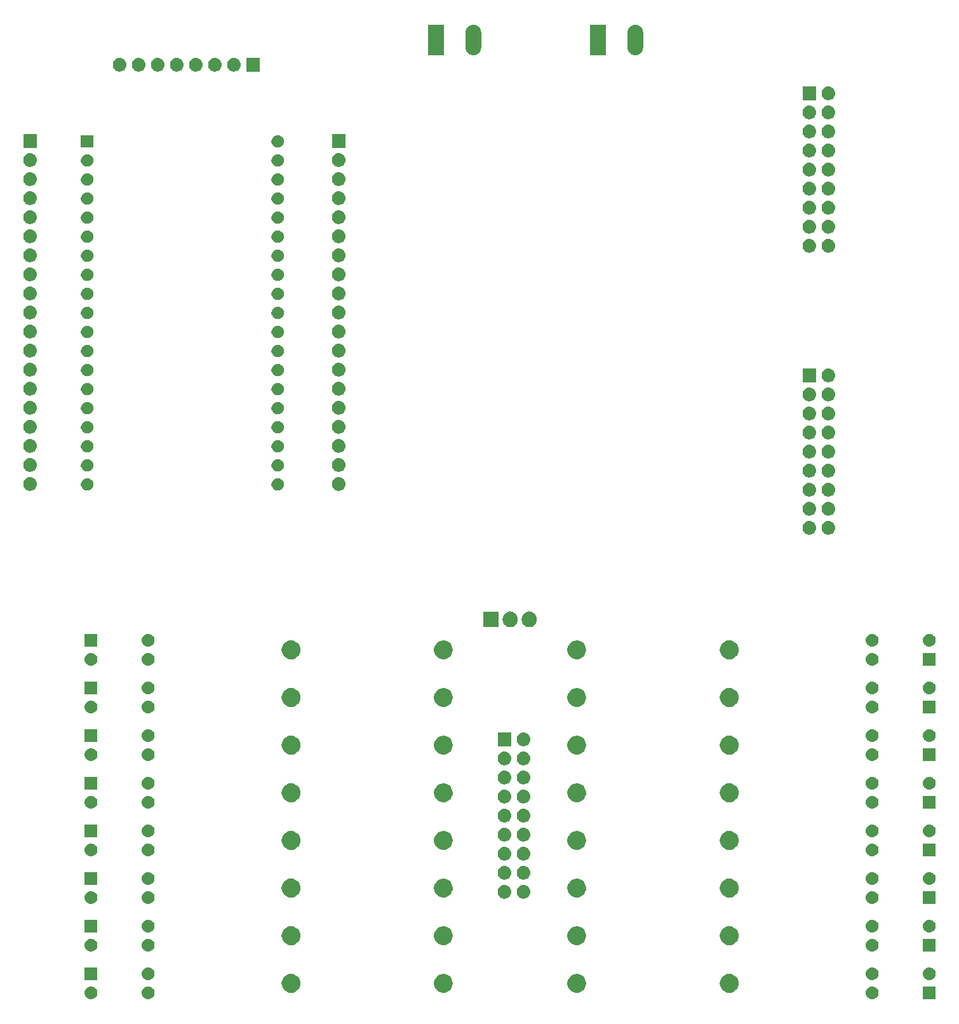
<source format=gbr>
G04 #@! TF.GenerationSoftware,KiCad,Pcbnew,(5.1.4)-1*
G04 #@! TF.CreationDate,2019-12-26T01:30:00-05:00*
G04 #@! TF.ProjectId,SingleBMS,53696e67-6c65-4424-9d53-2e6b69636164,rev?*
G04 #@! TF.SameCoordinates,Original*
G04 #@! TF.FileFunction,Soldermask,Bot*
G04 #@! TF.FilePolarity,Negative*
%FSLAX46Y46*%
G04 Gerber Fmt 4.6, Leading zero omitted, Abs format (unit mm)*
G04 Created by KiCad (PCBNEW (5.1.4)-1) date 2019-12-26 01:30:00*
%MOMM*%
%LPD*%
G04 APERTURE LIST*
%ADD10C,0.100000*%
G04 APERTURE END LIST*
D10*
G36*
X151550823Y-145719313D02*
G01*
X151711242Y-145767976D01*
X151843906Y-145838886D01*
X151859078Y-145846996D01*
X151988659Y-145953341D01*
X152095004Y-146082922D01*
X152095005Y-146082924D01*
X152174024Y-146230758D01*
X152222687Y-146391177D01*
X152239117Y-146558000D01*
X152222687Y-146724823D01*
X152174024Y-146885242D01*
X152103114Y-147017906D01*
X152095004Y-147033078D01*
X151988659Y-147162659D01*
X151859078Y-147269004D01*
X151859076Y-147269005D01*
X151711242Y-147348024D01*
X151550823Y-147396687D01*
X151425804Y-147409000D01*
X151342196Y-147409000D01*
X151217177Y-147396687D01*
X151056758Y-147348024D01*
X150908924Y-147269005D01*
X150908922Y-147269004D01*
X150779341Y-147162659D01*
X150672996Y-147033078D01*
X150664886Y-147017906D01*
X150593976Y-146885242D01*
X150545313Y-146724823D01*
X150528883Y-146558000D01*
X150545313Y-146391177D01*
X150593976Y-146230758D01*
X150672995Y-146082924D01*
X150672996Y-146082922D01*
X150779341Y-145953341D01*
X150908922Y-145846996D01*
X150924094Y-145838886D01*
X151056758Y-145767976D01*
X151217177Y-145719313D01*
X151342196Y-145707000D01*
X151425804Y-145707000D01*
X151550823Y-145719313D01*
X151550823Y-145719313D01*
G37*
G36*
X248070823Y-145719313D02*
G01*
X248231242Y-145767976D01*
X248363906Y-145838886D01*
X248379078Y-145846996D01*
X248508659Y-145953341D01*
X248615004Y-146082922D01*
X248615005Y-146082924D01*
X248694024Y-146230758D01*
X248742687Y-146391177D01*
X248759117Y-146558000D01*
X248742687Y-146724823D01*
X248694024Y-146885242D01*
X248623114Y-147017906D01*
X248615004Y-147033078D01*
X248508659Y-147162659D01*
X248379078Y-147269004D01*
X248379076Y-147269005D01*
X248231242Y-147348024D01*
X248070823Y-147396687D01*
X247945804Y-147409000D01*
X247862196Y-147409000D01*
X247737177Y-147396687D01*
X247576758Y-147348024D01*
X247428924Y-147269005D01*
X247428922Y-147269004D01*
X247299341Y-147162659D01*
X247192996Y-147033078D01*
X247184886Y-147017906D01*
X247113976Y-146885242D01*
X247065313Y-146724823D01*
X247048883Y-146558000D01*
X247065313Y-146391177D01*
X247113976Y-146230758D01*
X247192995Y-146082924D01*
X247192996Y-146082922D01*
X247299341Y-145953341D01*
X247428922Y-145846996D01*
X247444094Y-145838886D01*
X247576758Y-145767976D01*
X247737177Y-145719313D01*
X247862196Y-145707000D01*
X247945804Y-145707000D01*
X248070823Y-145719313D01*
X248070823Y-145719313D01*
G37*
G36*
X143930823Y-145719313D02*
G01*
X144091242Y-145767976D01*
X144223906Y-145838886D01*
X144239078Y-145846996D01*
X144368659Y-145953341D01*
X144475004Y-146082922D01*
X144475005Y-146082924D01*
X144554024Y-146230758D01*
X144602687Y-146391177D01*
X144619117Y-146558000D01*
X144602687Y-146724823D01*
X144554024Y-146885242D01*
X144483114Y-147017906D01*
X144475004Y-147033078D01*
X144368659Y-147162659D01*
X144239078Y-147269004D01*
X144239076Y-147269005D01*
X144091242Y-147348024D01*
X143930823Y-147396687D01*
X143805804Y-147409000D01*
X143722196Y-147409000D01*
X143597177Y-147396687D01*
X143436758Y-147348024D01*
X143288924Y-147269005D01*
X143288922Y-147269004D01*
X143159341Y-147162659D01*
X143052996Y-147033078D01*
X143044886Y-147017906D01*
X142973976Y-146885242D01*
X142925313Y-146724823D01*
X142908883Y-146558000D01*
X142925313Y-146391177D01*
X142973976Y-146230758D01*
X143052995Y-146082924D01*
X143052996Y-146082922D01*
X143159341Y-145953341D01*
X143288922Y-145846996D01*
X143304094Y-145838886D01*
X143436758Y-145767976D01*
X143597177Y-145719313D01*
X143722196Y-145707000D01*
X143805804Y-145707000D01*
X143930823Y-145719313D01*
X143930823Y-145719313D01*
G37*
G36*
X256375000Y-147409000D02*
G01*
X254673000Y-147409000D01*
X254673000Y-145707000D01*
X256375000Y-145707000D01*
X256375000Y-147409000D01*
X256375000Y-147409000D01*
G37*
G36*
X191118903Y-144085075D02*
G01*
X191219236Y-144126634D01*
X191346571Y-144179378D01*
X191551466Y-144316285D01*
X191725715Y-144490534D01*
X191862622Y-144695429D01*
X191956925Y-144923097D01*
X192005000Y-145164787D01*
X192005000Y-145411213D01*
X191956925Y-145652903D01*
X191862622Y-145880571D01*
X191725715Y-146085466D01*
X191551466Y-146259715D01*
X191346571Y-146396622D01*
X191346570Y-146396623D01*
X191346569Y-146396623D01*
X191118903Y-146490925D01*
X190877214Y-146539000D01*
X190630786Y-146539000D01*
X190389097Y-146490925D01*
X190161431Y-146396623D01*
X190161430Y-146396623D01*
X190161429Y-146396622D01*
X189956534Y-146259715D01*
X189782285Y-146085466D01*
X189645378Y-145880571D01*
X189551075Y-145652903D01*
X189503000Y-145411213D01*
X189503000Y-145164787D01*
X189551075Y-144923097D01*
X189645378Y-144695429D01*
X189782285Y-144490534D01*
X189956534Y-144316285D01*
X190161429Y-144179378D01*
X190288765Y-144126634D01*
X190389097Y-144085075D01*
X190630786Y-144037000D01*
X190877214Y-144037000D01*
X191118903Y-144085075D01*
X191118903Y-144085075D01*
G37*
G36*
X170679239Y-144055101D02*
G01*
X170915053Y-144126634D01*
X171132381Y-144242799D01*
X171322871Y-144399129D01*
X171479201Y-144589619D01*
X171595366Y-144806947D01*
X171666899Y-145042761D01*
X171691053Y-145288000D01*
X171666899Y-145533239D01*
X171595366Y-145769053D01*
X171479201Y-145986381D01*
X171322871Y-146176871D01*
X171132381Y-146333201D01*
X170915053Y-146449366D01*
X170679239Y-146520899D01*
X170495457Y-146539000D01*
X170372543Y-146539000D01*
X170188761Y-146520899D01*
X169952947Y-146449366D01*
X169735619Y-146333201D01*
X169545129Y-146176871D01*
X169388799Y-145986381D01*
X169272634Y-145769053D01*
X169201101Y-145533239D01*
X169176947Y-145288000D01*
X169201101Y-145042761D01*
X169272634Y-144806947D01*
X169388799Y-144589619D01*
X169545129Y-144399129D01*
X169735619Y-144242799D01*
X169952947Y-144126634D01*
X170188761Y-144055101D01*
X170372543Y-144037000D01*
X170495457Y-144037000D01*
X170679239Y-144055101D01*
X170679239Y-144055101D01*
G37*
G36*
X208898903Y-144085075D02*
G01*
X208999236Y-144126634D01*
X209126571Y-144179378D01*
X209331466Y-144316285D01*
X209505715Y-144490534D01*
X209642622Y-144695429D01*
X209736925Y-144923097D01*
X209785000Y-145164787D01*
X209785000Y-145411213D01*
X209736925Y-145652903D01*
X209642622Y-145880571D01*
X209505715Y-146085466D01*
X209331466Y-146259715D01*
X209126571Y-146396622D01*
X209126570Y-146396623D01*
X209126569Y-146396623D01*
X208898903Y-146490925D01*
X208657214Y-146539000D01*
X208410786Y-146539000D01*
X208169097Y-146490925D01*
X207941431Y-146396623D01*
X207941430Y-146396623D01*
X207941429Y-146396622D01*
X207736534Y-146259715D01*
X207562285Y-146085466D01*
X207425378Y-145880571D01*
X207331075Y-145652903D01*
X207283000Y-145411213D01*
X207283000Y-145164787D01*
X207331075Y-144923097D01*
X207425378Y-144695429D01*
X207562285Y-144490534D01*
X207736534Y-144316285D01*
X207941429Y-144179378D01*
X208068765Y-144126634D01*
X208169097Y-144085075D01*
X208410786Y-144037000D01*
X208657214Y-144037000D01*
X208898903Y-144085075D01*
X208898903Y-144085075D01*
G37*
G36*
X229099239Y-144055101D02*
G01*
X229335053Y-144126634D01*
X229552381Y-144242799D01*
X229742871Y-144399129D01*
X229899201Y-144589619D01*
X230015366Y-144806947D01*
X230086899Y-145042761D01*
X230111053Y-145288000D01*
X230086899Y-145533239D01*
X230015366Y-145769053D01*
X229899201Y-145986381D01*
X229742871Y-146176871D01*
X229552381Y-146333201D01*
X229335053Y-146449366D01*
X229099239Y-146520899D01*
X228915457Y-146539000D01*
X228792543Y-146539000D01*
X228608761Y-146520899D01*
X228372947Y-146449366D01*
X228155619Y-146333201D01*
X227965129Y-146176871D01*
X227808799Y-145986381D01*
X227692634Y-145769053D01*
X227621101Y-145533239D01*
X227596947Y-145288000D01*
X227621101Y-145042761D01*
X227692634Y-144806947D01*
X227808799Y-144589619D01*
X227965129Y-144399129D01*
X228155619Y-144242799D01*
X228372947Y-144126634D01*
X228608761Y-144055101D01*
X228792543Y-144037000D01*
X228915457Y-144037000D01*
X229099239Y-144055101D01*
X229099239Y-144055101D01*
G37*
G36*
X255690823Y-143179313D02*
G01*
X255851242Y-143227976D01*
X255983906Y-143298886D01*
X255999078Y-143306996D01*
X256128659Y-143413341D01*
X256235004Y-143542922D01*
X256235005Y-143542924D01*
X256314024Y-143690758D01*
X256362687Y-143851177D01*
X256379117Y-144018000D01*
X256362687Y-144184823D01*
X256314024Y-144345242D01*
X256285220Y-144399130D01*
X256235004Y-144493078D01*
X256128659Y-144622659D01*
X255999078Y-144729004D01*
X255999076Y-144729005D01*
X255851242Y-144808024D01*
X255690823Y-144856687D01*
X255565804Y-144869000D01*
X255482196Y-144869000D01*
X255357177Y-144856687D01*
X255196758Y-144808024D01*
X255048924Y-144729005D01*
X255048922Y-144729004D01*
X254919341Y-144622659D01*
X254812996Y-144493078D01*
X254762780Y-144399130D01*
X254733976Y-144345242D01*
X254685313Y-144184823D01*
X254668883Y-144018000D01*
X254685313Y-143851177D01*
X254733976Y-143690758D01*
X254812995Y-143542924D01*
X254812996Y-143542922D01*
X254919341Y-143413341D01*
X255048922Y-143306996D01*
X255064094Y-143298886D01*
X255196758Y-143227976D01*
X255357177Y-143179313D01*
X255482196Y-143167000D01*
X255565804Y-143167000D01*
X255690823Y-143179313D01*
X255690823Y-143179313D01*
G37*
G36*
X151550823Y-143179313D02*
G01*
X151711242Y-143227976D01*
X151843906Y-143298886D01*
X151859078Y-143306996D01*
X151988659Y-143413341D01*
X152095004Y-143542922D01*
X152095005Y-143542924D01*
X152174024Y-143690758D01*
X152222687Y-143851177D01*
X152239117Y-144018000D01*
X152222687Y-144184823D01*
X152174024Y-144345242D01*
X152145220Y-144399130D01*
X152095004Y-144493078D01*
X151988659Y-144622659D01*
X151859078Y-144729004D01*
X151859076Y-144729005D01*
X151711242Y-144808024D01*
X151550823Y-144856687D01*
X151425804Y-144869000D01*
X151342196Y-144869000D01*
X151217177Y-144856687D01*
X151056758Y-144808024D01*
X150908924Y-144729005D01*
X150908922Y-144729004D01*
X150779341Y-144622659D01*
X150672996Y-144493078D01*
X150622780Y-144399130D01*
X150593976Y-144345242D01*
X150545313Y-144184823D01*
X150528883Y-144018000D01*
X150545313Y-143851177D01*
X150593976Y-143690758D01*
X150672995Y-143542924D01*
X150672996Y-143542922D01*
X150779341Y-143413341D01*
X150908922Y-143306996D01*
X150924094Y-143298886D01*
X151056758Y-143227976D01*
X151217177Y-143179313D01*
X151342196Y-143167000D01*
X151425804Y-143167000D01*
X151550823Y-143179313D01*
X151550823Y-143179313D01*
G37*
G36*
X248070823Y-143179313D02*
G01*
X248231242Y-143227976D01*
X248363906Y-143298886D01*
X248379078Y-143306996D01*
X248508659Y-143413341D01*
X248615004Y-143542922D01*
X248615005Y-143542924D01*
X248694024Y-143690758D01*
X248742687Y-143851177D01*
X248759117Y-144018000D01*
X248742687Y-144184823D01*
X248694024Y-144345242D01*
X248665220Y-144399130D01*
X248615004Y-144493078D01*
X248508659Y-144622659D01*
X248379078Y-144729004D01*
X248379076Y-144729005D01*
X248231242Y-144808024D01*
X248070823Y-144856687D01*
X247945804Y-144869000D01*
X247862196Y-144869000D01*
X247737177Y-144856687D01*
X247576758Y-144808024D01*
X247428924Y-144729005D01*
X247428922Y-144729004D01*
X247299341Y-144622659D01*
X247192996Y-144493078D01*
X247142780Y-144399130D01*
X247113976Y-144345242D01*
X247065313Y-144184823D01*
X247048883Y-144018000D01*
X247065313Y-143851177D01*
X247113976Y-143690758D01*
X247192995Y-143542924D01*
X247192996Y-143542922D01*
X247299341Y-143413341D01*
X247428922Y-143306996D01*
X247444094Y-143298886D01*
X247576758Y-143227976D01*
X247737177Y-143179313D01*
X247862196Y-143167000D01*
X247945804Y-143167000D01*
X248070823Y-143179313D01*
X248070823Y-143179313D01*
G37*
G36*
X144615000Y-144869000D02*
G01*
X142913000Y-144869000D01*
X142913000Y-143167000D01*
X144615000Y-143167000D01*
X144615000Y-144869000D01*
X144615000Y-144869000D01*
G37*
G36*
X256375000Y-141059000D02*
G01*
X254673000Y-141059000D01*
X254673000Y-139357000D01*
X256375000Y-139357000D01*
X256375000Y-141059000D01*
X256375000Y-141059000D01*
G37*
G36*
X248070823Y-139369313D02*
G01*
X248231242Y-139417976D01*
X248363906Y-139488886D01*
X248379078Y-139496996D01*
X248508659Y-139603341D01*
X248615004Y-139732922D01*
X248615005Y-139732924D01*
X248694024Y-139880758D01*
X248742687Y-140041177D01*
X248759117Y-140208000D01*
X248742687Y-140374823D01*
X248694024Y-140535242D01*
X248623114Y-140667906D01*
X248615004Y-140683078D01*
X248508659Y-140812659D01*
X248379078Y-140919004D01*
X248379076Y-140919005D01*
X248231242Y-140998024D01*
X248070823Y-141046687D01*
X247945804Y-141059000D01*
X247862196Y-141059000D01*
X247737177Y-141046687D01*
X247576758Y-140998024D01*
X247428924Y-140919005D01*
X247428922Y-140919004D01*
X247299341Y-140812659D01*
X247192996Y-140683078D01*
X247184886Y-140667906D01*
X247113976Y-140535242D01*
X247065313Y-140374823D01*
X247048883Y-140208000D01*
X247065313Y-140041177D01*
X247113976Y-139880758D01*
X247192995Y-139732924D01*
X247192996Y-139732922D01*
X247299341Y-139603341D01*
X247428922Y-139496996D01*
X247444094Y-139488886D01*
X247576758Y-139417976D01*
X247737177Y-139369313D01*
X247862196Y-139357000D01*
X247945804Y-139357000D01*
X248070823Y-139369313D01*
X248070823Y-139369313D01*
G37*
G36*
X143930823Y-139369313D02*
G01*
X144091242Y-139417976D01*
X144223906Y-139488886D01*
X144239078Y-139496996D01*
X144368659Y-139603341D01*
X144475004Y-139732922D01*
X144475005Y-139732924D01*
X144554024Y-139880758D01*
X144602687Y-140041177D01*
X144619117Y-140208000D01*
X144602687Y-140374823D01*
X144554024Y-140535242D01*
X144483114Y-140667906D01*
X144475004Y-140683078D01*
X144368659Y-140812659D01*
X144239078Y-140919004D01*
X144239076Y-140919005D01*
X144091242Y-140998024D01*
X143930823Y-141046687D01*
X143805804Y-141059000D01*
X143722196Y-141059000D01*
X143597177Y-141046687D01*
X143436758Y-140998024D01*
X143288924Y-140919005D01*
X143288922Y-140919004D01*
X143159341Y-140812659D01*
X143052996Y-140683078D01*
X143044886Y-140667906D01*
X142973976Y-140535242D01*
X142925313Y-140374823D01*
X142908883Y-140208000D01*
X142925313Y-140041177D01*
X142973976Y-139880758D01*
X143052995Y-139732924D01*
X143052996Y-139732922D01*
X143159341Y-139603341D01*
X143288922Y-139496996D01*
X143304094Y-139488886D01*
X143436758Y-139417976D01*
X143597177Y-139369313D01*
X143722196Y-139357000D01*
X143805804Y-139357000D01*
X143930823Y-139369313D01*
X143930823Y-139369313D01*
G37*
G36*
X151550823Y-139369313D02*
G01*
X151711242Y-139417976D01*
X151843906Y-139488886D01*
X151859078Y-139496996D01*
X151988659Y-139603341D01*
X152095004Y-139732922D01*
X152095005Y-139732924D01*
X152174024Y-139880758D01*
X152222687Y-140041177D01*
X152239117Y-140208000D01*
X152222687Y-140374823D01*
X152174024Y-140535242D01*
X152103114Y-140667906D01*
X152095004Y-140683078D01*
X151988659Y-140812659D01*
X151859078Y-140919004D01*
X151859076Y-140919005D01*
X151711242Y-140998024D01*
X151550823Y-141046687D01*
X151425804Y-141059000D01*
X151342196Y-141059000D01*
X151217177Y-141046687D01*
X151056758Y-140998024D01*
X150908924Y-140919005D01*
X150908922Y-140919004D01*
X150779341Y-140812659D01*
X150672996Y-140683078D01*
X150664886Y-140667906D01*
X150593976Y-140535242D01*
X150545313Y-140374823D01*
X150528883Y-140208000D01*
X150545313Y-140041177D01*
X150593976Y-139880758D01*
X150672995Y-139732924D01*
X150672996Y-139732922D01*
X150779341Y-139603341D01*
X150908922Y-139496996D01*
X150924094Y-139488886D01*
X151056758Y-139417976D01*
X151217177Y-139369313D01*
X151342196Y-139357000D01*
X151425804Y-139357000D01*
X151550823Y-139369313D01*
X151550823Y-139369313D01*
G37*
G36*
X170679239Y-137705101D02*
G01*
X170915053Y-137776634D01*
X171132381Y-137892799D01*
X171322871Y-138049129D01*
X171479201Y-138239619D01*
X171595366Y-138456947D01*
X171666899Y-138692761D01*
X171691053Y-138938000D01*
X171666899Y-139183239D01*
X171595366Y-139419053D01*
X171479201Y-139636381D01*
X171322871Y-139826871D01*
X171132381Y-139983201D01*
X170915053Y-140099366D01*
X170679239Y-140170899D01*
X170495457Y-140189000D01*
X170372543Y-140189000D01*
X170188761Y-140170899D01*
X169952947Y-140099366D01*
X169735619Y-139983201D01*
X169545129Y-139826871D01*
X169388799Y-139636381D01*
X169272634Y-139419053D01*
X169201101Y-139183239D01*
X169176947Y-138938000D01*
X169201101Y-138692761D01*
X169272634Y-138456947D01*
X169388799Y-138239619D01*
X169545129Y-138049129D01*
X169735619Y-137892799D01*
X169952947Y-137776634D01*
X170188761Y-137705101D01*
X170372543Y-137687000D01*
X170495457Y-137687000D01*
X170679239Y-137705101D01*
X170679239Y-137705101D01*
G37*
G36*
X208898903Y-137735075D02*
G01*
X208999236Y-137776634D01*
X209126571Y-137829378D01*
X209331466Y-137966285D01*
X209505715Y-138140534D01*
X209642622Y-138345429D01*
X209736925Y-138573097D01*
X209785000Y-138814787D01*
X209785000Y-139061213D01*
X209736925Y-139302903D01*
X209642622Y-139530571D01*
X209505715Y-139735466D01*
X209331466Y-139909715D01*
X209126571Y-140046622D01*
X209126570Y-140046623D01*
X209126569Y-140046623D01*
X208898903Y-140140925D01*
X208657214Y-140189000D01*
X208410786Y-140189000D01*
X208169097Y-140140925D01*
X207941431Y-140046623D01*
X207941430Y-140046623D01*
X207941429Y-140046622D01*
X207736534Y-139909715D01*
X207562285Y-139735466D01*
X207425378Y-139530571D01*
X207331075Y-139302903D01*
X207283000Y-139061213D01*
X207283000Y-138814787D01*
X207331075Y-138573097D01*
X207425378Y-138345429D01*
X207562285Y-138140534D01*
X207736534Y-137966285D01*
X207941429Y-137829378D01*
X208068765Y-137776634D01*
X208169097Y-137735075D01*
X208410786Y-137687000D01*
X208657214Y-137687000D01*
X208898903Y-137735075D01*
X208898903Y-137735075D01*
G37*
G36*
X229099239Y-137705101D02*
G01*
X229335053Y-137776634D01*
X229552381Y-137892799D01*
X229742871Y-138049129D01*
X229899201Y-138239619D01*
X230015366Y-138456947D01*
X230086899Y-138692761D01*
X230111053Y-138938000D01*
X230086899Y-139183239D01*
X230015366Y-139419053D01*
X229899201Y-139636381D01*
X229742871Y-139826871D01*
X229552381Y-139983201D01*
X229335053Y-140099366D01*
X229099239Y-140170899D01*
X228915457Y-140189000D01*
X228792543Y-140189000D01*
X228608761Y-140170899D01*
X228372947Y-140099366D01*
X228155619Y-139983201D01*
X227965129Y-139826871D01*
X227808799Y-139636381D01*
X227692634Y-139419053D01*
X227621101Y-139183239D01*
X227596947Y-138938000D01*
X227621101Y-138692761D01*
X227692634Y-138456947D01*
X227808799Y-138239619D01*
X227965129Y-138049129D01*
X228155619Y-137892799D01*
X228372947Y-137776634D01*
X228608761Y-137705101D01*
X228792543Y-137687000D01*
X228915457Y-137687000D01*
X229099239Y-137705101D01*
X229099239Y-137705101D01*
G37*
G36*
X191118903Y-137735075D02*
G01*
X191219236Y-137776634D01*
X191346571Y-137829378D01*
X191551466Y-137966285D01*
X191725715Y-138140534D01*
X191862622Y-138345429D01*
X191956925Y-138573097D01*
X192005000Y-138814787D01*
X192005000Y-139061213D01*
X191956925Y-139302903D01*
X191862622Y-139530571D01*
X191725715Y-139735466D01*
X191551466Y-139909715D01*
X191346571Y-140046622D01*
X191346570Y-140046623D01*
X191346569Y-140046623D01*
X191118903Y-140140925D01*
X190877214Y-140189000D01*
X190630786Y-140189000D01*
X190389097Y-140140925D01*
X190161431Y-140046623D01*
X190161430Y-140046623D01*
X190161429Y-140046622D01*
X189956534Y-139909715D01*
X189782285Y-139735466D01*
X189645378Y-139530571D01*
X189551075Y-139302903D01*
X189503000Y-139061213D01*
X189503000Y-138814787D01*
X189551075Y-138573097D01*
X189645378Y-138345429D01*
X189782285Y-138140534D01*
X189956534Y-137966285D01*
X190161429Y-137829378D01*
X190288765Y-137776634D01*
X190389097Y-137735075D01*
X190630786Y-137687000D01*
X190877214Y-137687000D01*
X191118903Y-137735075D01*
X191118903Y-137735075D01*
G37*
G36*
X151550823Y-136829313D02*
G01*
X151711242Y-136877976D01*
X151843906Y-136948886D01*
X151859078Y-136956996D01*
X151988659Y-137063341D01*
X152095004Y-137192922D01*
X152095005Y-137192924D01*
X152174024Y-137340758D01*
X152222687Y-137501177D01*
X152239117Y-137668000D01*
X152222687Y-137834823D01*
X152174024Y-137995242D01*
X152145220Y-138049130D01*
X152095004Y-138143078D01*
X151988659Y-138272659D01*
X151859078Y-138379004D01*
X151859076Y-138379005D01*
X151711242Y-138458024D01*
X151550823Y-138506687D01*
X151425804Y-138519000D01*
X151342196Y-138519000D01*
X151217177Y-138506687D01*
X151056758Y-138458024D01*
X150908924Y-138379005D01*
X150908922Y-138379004D01*
X150779341Y-138272659D01*
X150672996Y-138143078D01*
X150622780Y-138049130D01*
X150593976Y-137995242D01*
X150545313Y-137834823D01*
X150528883Y-137668000D01*
X150545313Y-137501177D01*
X150593976Y-137340758D01*
X150672995Y-137192924D01*
X150672996Y-137192922D01*
X150779341Y-137063341D01*
X150908922Y-136956996D01*
X150924094Y-136948886D01*
X151056758Y-136877976D01*
X151217177Y-136829313D01*
X151342196Y-136817000D01*
X151425804Y-136817000D01*
X151550823Y-136829313D01*
X151550823Y-136829313D01*
G37*
G36*
X255690823Y-136829313D02*
G01*
X255851242Y-136877976D01*
X255983906Y-136948886D01*
X255999078Y-136956996D01*
X256128659Y-137063341D01*
X256235004Y-137192922D01*
X256235005Y-137192924D01*
X256314024Y-137340758D01*
X256362687Y-137501177D01*
X256379117Y-137668000D01*
X256362687Y-137834823D01*
X256314024Y-137995242D01*
X256285220Y-138049130D01*
X256235004Y-138143078D01*
X256128659Y-138272659D01*
X255999078Y-138379004D01*
X255999076Y-138379005D01*
X255851242Y-138458024D01*
X255690823Y-138506687D01*
X255565804Y-138519000D01*
X255482196Y-138519000D01*
X255357177Y-138506687D01*
X255196758Y-138458024D01*
X255048924Y-138379005D01*
X255048922Y-138379004D01*
X254919341Y-138272659D01*
X254812996Y-138143078D01*
X254762780Y-138049130D01*
X254733976Y-137995242D01*
X254685313Y-137834823D01*
X254668883Y-137668000D01*
X254685313Y-137501177D01*
X254733976Y-137340758D01*
X254812995Y-137192924D01*
X254812996Y-137192922D01*
X254919341Y-137063341D01*
X255048922Y-136956996D01*
X255064094Y-136948886D01*
X255196758Y-136877976D01*
X255357177Y-136829313D01*
X255482196Y-136817000D01*
X255565804Y-136817000D01*
X255690823Y-136829313D01*
X255690823Y-136829313D01*
G37*
G36*
X248070823Y-136829313D02*
G01*
X248231242Y-136877976D01*
X248363906Y-136948886D01*
X248379078Y-136956996D01*
X248508659Y-137063341D01*
X248615004Y-137192922D01*
X248615005Y-137192924D01*
X248694024Y-137340758D01*
X248742687Y-137501177D01*
X248759117Y-137668000D01*
X248742687Y-137834823D01*
X248694024Y-137995242D01*
X248665220Y-138049130D01*
X248615004Y-138143078D01*
X248508659Y-138272659D01*
X248379078Y-138379004D01*
X248379076Y-138379005D01*
X248231242Y-138458024D01*
X248070823Y-138506687D01*
X247945804Y-138519000D01*
X247862196Y-138519000D01*
X247737177Y-138506687D01*
X247576758Y-138458024D01*
X247428924Y-138379005D01*
X247428922Y-138379004D01*
X247299341Y-138272659D01*
X247192996Y-138143078D01*
X247142780Y-138049130D01*
X247113976Y-137995242D01*
X247065313Y-137834823D01*
X247048883Y-137668000D01*
X247065313Y-137501177D01*
X247113976Y-137340758D01*
X247192995Y-137192924D01*
X247192996Y-137192922D01*
X247299341Y-137063341D01*
X247428922Y-136956996D01*
X247444094Y-136948886D01*
X247576758Y-136877976D01*
X247737177Y-136829313D01*
X247862196Y-136817000D01*
X247945804Y-136817000D01*
X248070823Y-136829313D01*
X248070823Y-136829313D01*
G37*
G36*
X144615000Y-138519000D02*
G01*
X142913000Y-138519000D01*
X142913000Y-136817000D01*
X144615000Y-136817000D01*
X144615000Y-138519000D01*
X144615000Y-138519000D01*
G37*
G36*
X143930823Y-133019313D02*
G01*
X144091242Y-133067976D01*
X144223906Y-133138886D01*
X144239078Y-133146996D01*
X144368659Y-133253341D01*
X144475004Y-133382922D01*
X144475005Y-133382924D01*
X144554024Y-133530758D01*
X144602687Y-133691177D01*
X144619117Y-133858000D01*
X144602687Y-134024823D01*
X144554024Y-134185242D01*
X144483114Y-134317906D01*
X144475004Y-134333078D01*
X144368659Y-134462659D01*
X144239078Y-134569004D01*
X144239076Y-134569005D01*
X144091242Y-134648024D01*
X143930823Y-134696687D01*
X143805804Y-134709000D01*
X143722196Y-134709000D01*
X143597177Y-134696687D01*
X143436758Y-134648024D01*
X143288924Y-134569005D01*
X143288922Y-134569004D01*
X143159341Y-134462659D01*
X143052996Y-134333078D01*
X143044886Y-134317906D01*
X142973976Y-134185242D01*
X142925313Y-134024823D01*
X142908883Y-133858000D01*
X142925313Y-133691177D01*
X142973976Y-133530758D01*
X143052995Y-133382924D01*
X143052996Y-133382922D01*
X143159341Y-133253341D01*
X143288922Y-133146996D01*
X143304094Y-133138886D01*
X143436758Y-133067976D01*
X143597177Y-133019313D01*
X143722196Y-133007000D01*
X143805804Y-133007000D01*
X143930823Y-133019313D01*
X143930823Y-133019313D01*
G37*
G36*
X151550823Y-133019313D02*
G01*
X151711242Y-133067976D01*
X151843906Y-133138886D01*
X151859078Y-133146996D01*
X151988659Y-133253341D01*
X152095004Y-133382922D01*
X152095005Y-133382924D01*
X152174024Y-133530758D01*
X152222687Y-133691177D01*
X152239117Y-133858000D01*
X152222687Y-134024823D01*
X152174024Y-134185242D01*
X152103114Y-134317906D01*
X152095004Y-134333078D01*
X151988659Y-134462659D01*
X151859078Y-134569004D01*
X151859076Y-134569005D01*
X151711242Y-134648024D01*
X151550823Y-134696687D01*
X151425804Y-134709000D01*
X151342196Y-134709000D01*
X151217177Y-134696687D01*
X151056758Y-134648024D01*
X150908924Y-134569005D01*
X150908922Y-134569004D01*
X150779341Y-134462659D01*
X150672996Y-134333078D01*
X150664886Y-134317906D01*
X150593976Y-134185242D01*
X150545313Y-134024823D01*
X150528883Y-133858000D01*
X150545313Y-133691177D01*
X150593976Y-133530758D01*
X150672995Y-133382924D01*
X150672996Y-133382922D01*
X150779341Y-133253341D01*
X150908922Y-133146996D01*
X150924094Y-133138886D01*
X151056758Y-133067976D01*
X151217177Y-133019313D01*
X151342196Y-133007000D01*
X151425804Y-133007000D01*
X151550823Y-133019313D01*
X151550823Y-133019313D01*
G37*
G36*
X248070823Y-133019313D02*
G01*
X248231242Y-133067976D01*
X248363906Y-133138886D01*
X248379078Y-133146996D01*
X248508659Y-133253341D01*
X248615004Y-133382922D01*
X248615005Y-133382924D01*
X248694024Y-133530758D01*
X248742687Y-133691177D01*
X248759117Y-133858000D01*
X248742687Y-134024823D01*
X248694024Y-134185242D01*
X248623114Y-134317906D01*
X248615004Y-134333078D01*
X248508659Y-134462659D01*
X248379078Y-134569004D01*
X248379076Y-134569005D01*
X248231242Y-134648024D01*
X248070823Y-134696687D01*
X247945804Y-134709000D01*
X247862196Y-134709000D01*
X247737177Y-134696687D01*
X247576758Y-134648024D01*
X247428924Y-134569005D01*
X247428922Y-134569004D01*
X247299341Y-134462659D01*
X247192996Y-134333078D01*
X247184886Y-134317906D01*
X247113976Y-134185242D01*
X247065313Y-134024823D01*
X247048883Y-133858000D01*
X247065313Y-133691177D01*
X247113976Y-133530758D01*
X247192995Y-133382924D01*
X247192996Y-133382922D01*
X247299341Y-133253341D01*
X247428922Y-133146996D01*
X247444094Y-133138886D01*
X247576758Y-133067976D01*
X247737177Y-133019313D01*
X247862196Y-133007000D01*
X247945804Y-133007000D01*
X248070823Y-133019313D01*
X248070823Y-133019313D01*
G37*
G36*
X256375000Y-134709000D02*
G01*
X254673000Y-134709000D01*
X254673000Y-133007000D01*
X256375000Y-133007000D01*
X256375000Y-134709000D01*
X256375000Y-134709000D01*
G37*
G36*
X198992442Y-132201518D02*
G01*
X199058627Y-132208037D01*
X199228466Y-132259557D01*
X199384991Y-132343222D01*
X199420729Y-132372552D01*
X199522186Y-132455814D01*
X199605448Y-132557271D01*
X199634778Y-132593009D01*
X199718443Y-132749534D01*
X199769963Y-132919373D01*
X199787359Y-133096000D01*
X199769963Y-133272627D01*
X199718443Y-133442466D01*
X199634778Y-133598991D01*
X199606702Y-133633201D01*
X199522186Y-133736186D01*
X199455485Y-133790925D01*
X199384991Y-133848778D01*
X199228466Y-133932443D01*
X199058627Y-133983963D01*
X198992443Y-133990481D01*
X198926260Y-133997000D01*
X198837740Y-133997000D01*
X198771557Y-133990481D01*
X198705373Y-133983963D01*
X198535534Y-133932443D01*
X198379009Y-133848778D01*
X198308515Y-133790925D01*
X198241814Y-133736186D01*
X198157298Y-133633201D01*
X198129222Y-133598991D01*
X198045557Y-133442466D01*
X197994037Y-133272627D01*
X197976641Y-133096000D01*
X197994037Y-132919373D01*
X198045557Y-132749534D01*
X198129222Y-132593009D01*
X198158552Y-132557271D01*
X198241814Y-132455814D01*
X198343271Y-132372552D01*
X198379009Y-132343222D01*
X198535534Y-132259557D01*
X198705373Y-132208037D01*
X198771558Y-132201518D01*
X198837740Y-132195000D01*
X198926260Y-132195000D01*
X198992442Y-132201518D01*
X198992442Y-132201518D01*
G37*
G36*
X201532442Y-132201518D02*
G01*
X201598627Y-132208037D01*
X201768466Y-132259557D01*
X201924991Y-132343222D01*
X201960729Y-132372552D01*
X202062186Y-132455814D01*
X202145448Y-132557271D01*
X202174778Y-132593009D01*
X202258443Y-132749534D01*
X202309963Y-132919373D01*
X202327359Y-133096000D01*
X202309963Y-133272627D01*
X202258443Y-133442466D01*
X202174778Y-133598991D01*
X202146702Y-133633201D01*
X202062186Y-133736186D01*
X201995485Y-133790925D01*
X201924991Y-133848778D01*
X201768466Y-133932443D01*
X201598627Y-133983963D01*
X201532443Y-133990481D01*
X201466260Y-133997000D01*
X201377740Y-133997000D01*
X201311557Y-133990481D01*
X201245373Y-133983963D01*
X201075534Y-133932443D01*
X200919009Y-133848778D01*
X200848515Y-133790925D01*
X200781814Y-133736186D01*
X200697298Y-133633201D01*
X200669222Y-133598991D01*
X200585557Y-133442466D01*
X200534037Y-133272627D01*
X200516641Y-133096000D01*
X200534037Y-132919373D01*
X200585557Y-132749534D01*
X200669222Y-132593009D01*
X200698552Y-132557271D01*
X200781814Y-132455814D01*
X200883271Y-132372552D01*
X200919009Y-132343222D01*
X201075534Y-132259557D01*
X201245373Y-132208037D01*
X201311558Y-132201518D01*
X201377740Y-132195000D01*
X201466260Y-132195000D01*
X201532442Y-132201518D01*
X201532442Y-132201518D01*
G37*
G36*
X191118903Y-131385075D02*
G01*
X191261072Y-131443963D01*
X191346571Y-131479378D01*
X191551466Y-131616285D01*
X191725715Y-131790534D01*
X191791922Y-131889620D01*
X191862623Y-131995431D01*
X191956925Y-132223097D01*
X192005000Y-132464786D01*
X192005000Y-132711214D01*
X191980728Y-132833237D01*
X191956925Y-132952903D01*
X191862622Y-133180571D01*
X191725715Y-133385466D01*
X191551466Y-133559715D01*
X191346571Y-133696622D01*
X191346570Y-133696623D01*
X191346569Y-133696623D01*
X191118903Y-133790925D01*
X190877214Y-133839000D01*
X190630786Y-133839000D01*
X190389097Y-133790925D01*
X190161431Y-133696623D01*
X190161430Y-133696623D01*
X190161429Y-133696622D01*
X189956534Y-133559715D01*
X189782285Y-133385466D01*
X189645378Y-133180571D01*
X189551075Y-132952903D01*
X189527272Y-132833237D01*
X189503000Y-132711214D01*
X189503000Y-132464786D01*
X189551075Y-132223097D01*
X189645377Y-131995431D01*
X189716078Y-131889620D01*
X189782285Y-131790534D01*
X189956534Y-131616285D01*
X190161429Y-131479378D01*
X190246929Y-131443963D01*
X190389097Y-131385075D01*
X190630786Y-131337000D01*
X190877214Y-131337000D01*
X191118903Y-131385075D01*
X191118903Y-131385075D01*
G37*
G36*
X208898903Y-131385075D02*
G01*
X209041072Y-131443963D01*
X209126571Y-131479378D01*
X209331466Y-131616285D01*
X209505715Y-131790534D01*
X209571922Y-131889620D01*
X209642623Y-131995431D01*
X209736925Y-132223097D01*
X209785000Y-132464786D01*
X209785000Y-132711214D01*
X209760728Y-132833237D01*
X209736925Y-132952903D01*
X209642622Y-133180571D01*
X209505715Y-133385466D01*
X209331466Y-133559715D01*
X209126571Y-133696622D01*
X209126570Y-133696623D01*
X209126569Y-133696623D01*
X208898903Y-133790925D01*
X208657214Y-133839000D01*
X208410786Y-133839000D01*
X208169097Y-133790925D01*
X207941431Y-133696623D01*
X207941430Y-133696623D01*
X207941429Y-133696622D01*
X207736534Y-133559715D01*
X207562285Y-133385466D01*
X207425378Y-133180571D01*
X207331075Y-132952903D01*
X207307272Y-132833237D01*
X207283000Y-132711214D01*
X207283000Y-132464786D01*
X207331075Y-132223097D01*
X207425377Y-131995431D01*
X207496078Y-131889620D01*
X207562285Y-131790534D01*
X207736534Y-131616285D01*
X207941429Y-131479378D01*
X208026929Y-131443963D01*
X208169097Y-131385075D01*
X208410786Y-131337000D01*
X208657214Y-131337000D01*
X208898903Y-131385075D01*
X208898903Y-131385075D01*
G37*
G36*
X170679239Y-131355101D02*
G01*
X170915053Y-131426634D01*
X171132381Y-131542799D01*
X171322871Y-131699129D01*
X171479201Y-131889619D01*
X171595366Y-132106947D01*
X171666899Y-132342761D01*
X171691053Y-132588000D01*
X171666899Y-132833239D01*
X171595366Y-133069053D01*
X171479201Y-133286381D01*
X171322871Y-133476871D01*
X171132381Y-133633201D01*
X170915053Y-133749366D01*
X170679239Y-133820899D01*
X170495457Y-133839000D01*
X170372543Y-133839000D01*
X170188761Y-133820899D01*
X169952947Y-133749366D01*
X169735619Y-133633201D01*
X169545129Y-133476871D01*
X169388799Y-133286381D01*
X169272634Y-133069053D01*
X169201101Y-132833239D01*
X169176947Y-132588000D01*
X169201101Y-132342761D01*
X169272634Y-132106947D01*
X169388799Y-131889619D01*
X169545129Y-131699129D01*
X169735619Y-131542799D01*
X169952947Y-131426634D01*
X170188761Y-131355101D01*
X170372543Y-131337000D01*
X170495457Y-131337000D01*
X170679239Y-131355101D01*
X170679239Y-131355101D01*
G37*
G36*
X229099239Y-131355101D02*
G01*
X229335053Y-131426634D01*
X229552381Y-131542799D01*
X229742871Y-131699129D01*
X229899201Y-131889619D01*
X230015366Y-132106947D01*
X230086899Y-132342761D01*
X230111053Y-132588000D01*
X230086899Y-132833239D01*
X230015366Y-133069053D01*
X229899201Y-133286381D01*
X229742871Y-133476871D01*
X229552381Y-133633201D01*
X229335053Y-133749366D01*
X229099239Y-133820899D01*
X228915457Y-133839000D01*
X228792543Y-133839000D01*
X228608761Y-133820899D01*
X228372947Y-133749366D01*
X228155619Y-133633201D01*
X227965129Y-133476871D01*
X227808799Y-133286381D01*
X227692634Y-133069053D01*
X227621101Y-132833239D01*
X227596947Y-132588000D01*
X227621101Y-132342761D01*
X227692634Y-132106947D01*
X227808799Y-131889619D01*
X227965129Y-131699129D01*
X228155619Y-131542799D01*
X228372947Y-131426634D01*
X228608761Y-131355101D01*
X228792543Y-131337000D01*
X228915457Y-131337000D01*
X229099239Y-131355101D01*
X229099239Y-131355101D01*
G37*
G36*
X255690823Y-130479313D02*
G01*
X255851242Y-130527976D01*
X255983906Y-130598886D01*
X255999078Y-130606996D01*
X256128659Y-130713341D01*
X256235004Y-130842922D01*
X256235005Y-130842924D01*
X256314024Y-130990758D01*
X256362687Y-131151177D01*
X256379117Y-131318000D01*
X256362687Y-131484823D01*
X256314024Y-131645242D01*
X256285220Y-131699130D01*
X256235004Y-131793078D01*
X256128659Y-131922659D01*
X255999078Y-132029004D01*
X255999076Y-132029005D01*
X255851242Y-132108024D01*
X255690823Y-132156687D01*
X255565804Y-132169000D01*
X255482196Y-132169000D01*
X255357177Y-132156687D01*
X255196758Y-132108024D01*
X255048924Y-132029005D01*
X255048922Y-132029004D01*
X254919341Y-131922659D01*
X254812996Y-131793078D01*
X254762780Y-131699130D01*
X254733976Y-131645242D01*
X254685313Y-131484823D01*
X254668883Y-131318000D01*
X254685313Y-131151177D01*
X254733976Y-130990758D01*
X254812995Y-130842924D01*
X254812996Y-130842922D01*
X254919341Y-130713341D01*
X255048922Y-130606996D01*
X255064094Y-130598886D01*
X255196758Y-130527976D01*
X255357177Y-130479313D01*
X255482196Y-130467000D01*
X255565804Y-130467000D01*
X255690823Y-130479313D01*
X255690823Y-130479313D01*
G37*
G36*
X151550823Y-130479313D02*
G01*
X151711242Y-130527976D01*
X151843906Y-130598886D01*
X151859078Y-130606996D01*
X151988659Y-130713341D01*
X152095004Y-130842922D01*
X152095005Y-130842924D01*
X152174024Y-130990758D01*
X152222687Y-131151177D01*
X152239117Y-131318000D01*
X152222687Y-131484823D01*
X152174024Y-131645242D01*
X152145220Y-131699130D01*
X152095004Y-131793078D01*
X151988659Y-131922659D01*
X151859078Y-132029004D01*
X151859076Y-132029005D01*
X151711242Y-132108024D01*
X151550823Y-132156687D01*
X151425804Y-132169000D01*
X151342196Y-132169000D01*
X151217177Y-132156687D01*
X151056758Y-132108024D01*
X150908924Y-132029005D01*
X150908922Y-132029004D01*
X150779341Y-131922659D01*
X150672996Y-131793078D01*
X150622780Y-131699130D01*
X150593976Y-131645242D01*
X150545313Y-131484823D01*
X150528883Y-131318000D01*
X150545313Y-131151177D01*
X150593976Y-130990758D01*
X150672995Y-130842924D01*
X150672996Y-130842922D01*
X150779341Y-130713341D01*
X150908922Y-130606996D01*
X150924094Y-130598886D01*
X151056758Y-130527976D01*
X151217177Y-130479313D01*
X151342196Y-130467000D01*
X151425804Y-130467000D01*
X151550823Y-130479313D01*
X151550823Y-130479313D01*
G37*
G36*
X248070823Y-130479313D02*
G01*
X248231242Y-130527976D01*
X248363906Y-130598886D01*
X248379078Y-130606996D01*
X248508659Y-130713341D01*
X248615004Y-130842922D01*
X248615005Y-130842924D01*
X248694024Y-130990758D01*
X248742687Y-131151177D01*
X248759117Y-131318000D01*
X248742687Y-131484823D01*
X248694024Y-131645242D01*
X248665220Y-131699130D01*
X248615004Y-131793078D01*
X248508659Y-131922659D01*
X248379078Y-132029004D01*
X248379076Y-132029005D01*
X248231242Y-132108024D01*
X248070823Y-132156687D01*
X247945804Y-132169000D01*
X247862196Y-132169000D01*
X247737177Y-132156687D01*
X247576758Y-132108024D01*
X247428924Y-132029005D01*
X247428922Y-132029004D01*
X247299341Y-131922659D01*
X247192996Y-131793078D01*
X247142780Y-131699130D01*
X247113976Y-131645242D01*
X247065313Y-131484823D01*
X247048883Y-131318000D01*
X247065313Y-131151177D01*
X247113976Y-130990758D01*
X247192995Y-130842924D01*
X247192996Y-130842922D01*
X247299341Y-130713341D01*
X247428922Y-130606996D01*
X247444094Y-130598886D01*
X247576758Y-130527976D01*
X247737177Y-130479313D01*
X247862196Y-130467000D01*
X247945804Y-130467000D01*
X248070823Y-130479313D01*
X248070823Y-130479313D01*
G37*
G36*
X144615000Y-132169000D02*
G01*
X142913000Y-132169000D01*
X142913000Y-130467000D01*
X144615000Y-130467000D01*
X144615000Y-132169000D01*
X144615000Y-132169000D01*
G37*
G36*
X201532442Y-129661518D02*
G01*
X201598627Y-129668037D01*
X201768466Y-129719557D01*
X201924991Y-129803222D01*
X201960729Y-129832552D01*
X202062186Y-129915814D01*
X202145448Y-130017271D01*
X202174778Y-130053009D01*
X202258443Y-130209534D01*
X202309963Y-130379373D01*
X202327359Y-130556000D01*
X202309963Y-130732627D01*
X202258443Y-130902466D01*
X202174778Y-131058991D01*
X202145448Y-131094729D01*
X202062186Y-131196186D01*
X201960729Y-131279448D01*
X201924991Y-131308778D01*
X201924989Y-131308779D01*
X201782251Y-131385075D01*
X201768466Y-131392443D01*
X201598627Y-131443963D01*
X201532442Y-131450482D01*
X201466260Y-131457000D01*
X201377740Y-131457000D01*
X201311558Y-131450482D01*
X201245373Y-131443963D01*
X201075534Y-131392443D01*
X201061750Y-131385075D01*
X200919011Y-131308779D01*
X200919009Y-131308778D01*
X200883271Y-131279448D01*
X200781814Y-131196186D01*
X200698552Y-131094729D01*
X200669222Y-131058991D01*
X200585557Y-130902466D01*
X200534037Y-130732627D01*
X200516641Y-130556000D01*
X200534037Y-130379373D01*
X200585557Y-130209534D01*
X200669222Y-130053009D01*
X200698552Y-130017271D01*
X200781814Y-129915814D01*
X200883271Y-129832552D01*
X200919009Y-129803222D01*
X201075534Y-129719557D01*
X201245373Y-129668037D01*
X201311558Y-129661518D01*
X201377740Y-129655000D01*
X201466260Y-129655000D01*
X201532442Y-129661518D01*
X201532442Y-129661518D01*
G37*
G36*
X198992442Y-129661518D02*
G01*
X199058627Y-129668037D01*
X199228466Y-129719557D01*
X199384991Y-129803222D01*
X199420729Y-129832552D01*
X199522186Y-129915814D01*
X199605448Y-130017271D01*
X199634778Y-130053009D01*
X199718443Y-130209534D01*
X199769963Y-130379373D01*
X199787359Y-130556000D01*
X199769963Y-130732627D01*
X199718443Y-130902466D01*
X199634778Y-131058991D01*
X199605448Y-131094729D01*
X199522186Y-131196186D01*
X199420729Y-131279448D01*
X199384991Y-131308778D01*
X199384989Y-131308779D01*
X199242251Y-131385075D01*
X199228466Y-131392443D01*
X199058627Y-131443963D01*
X198992442Y-131450482D01*
X198926260Y-131457000D01*
X198837740Y-131457000D01*
X198771558Y-131450482D01*
X198705373Y-131443963D01*
X198535534Y-131392443D01*
X198521750Y-131385075D01*
X198379011Y-131308779D01*
X198379009Y-131308778D01*
X198343271Y-131279448D01*
X198241814Y-131196186D01*
X198158552Y-131094729D01*
X198129222Y-131058991D01*
X198045557Y-130902466D01*
X197994037Y-130732627D01*
X197976641Y-130556000D01*
X197994037Y-130379373D01*
X198045557Y-130209534D01*
X198129222Y-130053009D01*
X198158552Y-130017271D01*
X198241814Y-129915814D01*
X198343271Y-129832552D01*
X198379009Y-129803222D01*
X198535534Y-129719557D01*
X198705373Y-129668037D01*
X198771558Y-129661518D01*
X198837740Y-129655000D01*
X198926260Y-129655000D01*
X198992442Y-129661518D01*
X198992442Y-129661518D01*
G37*
G36*
X198992443Y-127121519D02*
G01*
X199058627Y-127128037D01*
X199228466Y-127179557D01*
X199384991Y-127263222D01*
X199409335Y-127283201D01*
X199522186Y-127375814D01*
X199575620Y-127440925D01*
X199634778Y-127513009D01*
X199718443Y-127669534D01*
X199769963Y-127839373D01*
X199787359Y-128016000D01*
X199769963Y-128192627D01*
X199718443Y-128362466D01*
X199634778Y-128518991D01*
X199605448Y-128554729D01*
X199522186Y-128656186D01*
X199420729Y-128739448D01*
X199384991Y-128768778D01*
X199228466Y-128852443D01*
X199058627Y-128903963D01*
X198992442Y-128910482D01*
X198926260Y-128917000D01*
X198837740Y-128917000D01*
X198771558Y-128910482D01*
X198705373Y-128903963D01*
X198535534Y-128852443D01*
X198379009Y-128768778D01*
X198343271Y-128739448D01*
X198241814Y-128656186D01*
X198158552Y-128554729D01*
X198129222Y-128518991D01*
X198045557Y-128362466D01*
X197994037Y-128192627D01*
X197976641Y-128016000D01*
X197994037Y-127839373D01*
X198045557Y-127669534D01*
X198129222Y-127513009D01*
X198188380Y-127440925D01*
X198241814Y-127375814D01*
X198354665Y-127283201D01*
X198379009Y-127263222D01*
X198535534Y-127179557D01*
X198705373Y-127128037D01*
X198771557Y-127121519D01*
X198837740Y-127115000D01*
X198926260Y-127115000D01*
X198992443Y-127121519D01*
X198992443Y-127121519D01*
G37*
G36*
X201532443Y-127121519D02*
G01*
X201598627Y-127128037D01*
X201768466Y-127179557D01*
X201924991Y-127263222D01*
X201949335Y-127283201D01*
X202062186Y-127375814D01*
X202115620Y-127440925D01*
X202174778Y-127513009D01*
X202258443Y-127669534D01*
X202309963Y-127839373D01*
X202327359Y-128016000D01*
X202309963Y-128192627D01*
X202258443Y-128362466D01*
X202174778Y-128518991D01*
X202145448Y-128554729D01*
X202062186Y-128656186D01*
X201960729Y-128739448D01*
X201924991Y-128768778D01*
X201768466Y-128852443D01*
X201598627Y-128903963D01*
X201532442Y-128910482D01*
X201466260Y-128917000D01*
X201377740Y-128917000D01*
X201311558Y-128910482D01*
X201245373Y-128903963D01*
X201075534Y-128852443D01*
X200919009Y-128768778D01*
X200883271Y-128739448D01*
X200781814Y-128656186D01*
X200698552Y-128554729D01*
X200669222Y-128518991D01*
X200585557Y-128362466D01*
X200534037Y-128192627D01*
X200516641Y-128016000D01*
X200534037Y-127839373D01*
X200585557Y-127669534D01*
X200669222Y-127513009D01*
X200728380Y-127440925D01*
X200781814Y-127375814D01*
X200894665Y-127283201D01*
X200919009Y-127263222D01*
X201075534Y-127179557D01*
X201245373Y-127128037D01*
X201311557Y-127121519D01*
X201377740Y-127115000D01*
X201466260Y-127115000D01*
X201532443Y-127121519D01*
X201532443Y-127121519D01*
G37*
G36*
X256375000Y-128359000D02*
G01*
X254673000Y-128359000D01*
X254673000Y-126657000D01*
X256375000Y-126657000D01*
X256375000Y-128359000D01*
X256375000Y-128359000D01*
G37*
G36*
X151550823Y-126669313D02*
G01*
X151711242Y-126717976D01*
X151843906Y-126788886D01*
X151859078Y-126796996D01*
X151988659Y-126903341D01*
X152095004Y-127032922D01*
X152095005Y-127032924D01*
X152174024Y-127180758D01*
X152222687Y-127341177D01*
X152239117Y-127508000D01*
X152222687Y-127674823D01*
X152174024Y-127835242D01*
X152103114Y-127967906D01*
X152095004Y-127983078D01*
X151988659Y-128112659D01*
X151859078Y-128219004D01*
X151859076Y-128219005D01*
X151711242Y-128298024D01*
X151550823Y-128346687D01*
X151425804Y-128359000D01*
X151342196Y-128359000D01*
X151217177Y-128346687D01*
X151056758Y-128298024D01*
X150908924Y-128219005D01*
X150908922Y-128219004D01*
X150779341Y-128112659D01*
X150672996Y-127983078D01*
X150664886Y-127967906D01*
X150593976Y-127835242D01*
X150545313Y-127674823D01*
X150528883Y-127508000D01*
X150545313Y-127341177D01*
X150593976Y-127180758D01*
X150672995Y-127032924D01*
X150672996Y-127032922D01*
X150779341Y-126903341D01*
X150908922Y-126796996D01*
X150924094Y-126788886D01*
X151056758Y-126717976D01*
X151217177Y-126669313D01*
X151342196Y-126657000D01*
X151425804Y-126657000D01*
X151550823Y-126669313D01*
X151550823Y-126669313D01*
G37*
G36*
X143930823Y-126669313D02*
G01*
X144091242Y-126717976D01*
X144223906Y-126788886D01*
X144239078Y-126796996D01*
X144368659Y-126903341D01*
X144475004Y-127032922D01*
X144475005Y-127032924D01*
X144554024Y-127180758D01*
X144602687Y-127341177D01*
X144619117Y-127508000D01*
X144602687Y-127674823D01*
X144554024Y-127835242D01*
X144483114Y-127967906D01*
X144475004Y-127983078D01*
X144368659Y-128112659D01*
X144239078Y-128219004D01*
X144239076Y-128219005D01*
X144091242Y-128298024D01*
X143930823Y-128346687D01*
X143805804Y-128359000D01*
X143722196Y-128359000D01*
X143597177Y-128346687D01*
X143436758Y-128298024D01*
X143288924Y-128219005D01*
X143288922Y-128219004D01*
X143159341Y-128112659D01*
X143052996Y-127983078D01*
X143044886Y-127967906D01*
X142973976Y-127835242D01*
X142925313Y-127674823D01*
X142908883Y-127508000D01*
X142925313Y-127341177D01*
X142973976Y-127180758D01*
X143052995Y-127032924D01*
X143052996Y-127032922D01*
X143159341Y-126903341D01*
X143288922Y-126796996D01*
X143304094Y-126788886D01*
X143436758Y-126717976D01*
X143597177Y-126669313D01*
X143722196Y-126657000D01*
X143805804Y-126657000D01*
X143930823Y-126669313D01*
X143930823Y-126669313D01*
G37*
G36*
X248070823Y-126669313D02*
G01*
X248231242Y-126717976D01*
X248363906Y-126788886D01*
X248379078Y-126796996D01*
X248508659Y-126903341D01*
X248615004Y-127032922D01*
X248615005Y-127032924D01*
X248694024Y-127180758D01*
X248742687Y-127341177D01*
X248759117Y-127508000D01*
X248742687Y-127674823D01*
X248694024Y-127835242D01*
X248623114Y-127967906D01*
X248615004Y-127983078D01*
X248508659Y-128112659D01*
X248379078Y-128219004D01*
X248379076Y-128219005D01*
X248231242Y-128298024D01*
X248070823Y-128346687D01*
X247945804Y-128359000D01*
X247862196Y-128359000D01*
X247737177Y-128346687D01*
X247576758Y-128298024D01*
X247428924Y-128219005D01*
X247428922Y-128219004D01*
X247299341Y-128112659D01*
X247192996Y-127983078D01*
X247184886Y-127967906D01*
X247113976Y-127835242D01*
X247065313Y-127674823D01*
X247048883Y-127508000D01*
X247065313Y-127341177D01*
X247113976Y-127180758D01*
X247192995Y-127032924D01*
X247192996Y-127032922D01*
X247299341Y-126903341D01*
X247428922Y-126796996D01*
X247444094Y-126788886D01*
X247576758Y-126717976D01*
X247737177Y-126669313D01*
X247862196Y-126657000D01*
X247945804Y-126657000D01*
X248070823Y-126669313D01*
X248070823Y-126669313D01*
G37*
G36*
X208898903Y-125035075D02*
G01*
X208999236Y-125076634D01*
X209126571Y-125129378D01*
X209331466Y-125266285D01*
X209505715Y-125440534D01*
X209642622Y-125645429D01*
X209736925Y-125873097D01*
X209785000Y-126114787D01*
X209785000Y-126361213D01*
X209736925Y-126602903D01*
X209642622Y-126830571D01*
X209505715Y-127035466D01*
X209331466Y-127209715D01*
X209126571Y-127346622D01*
X209126570Y-127346623D01*
X209126569Y-127346623D01*
X208898903Y-127440925D01*
X208657214Y-127489000D01*
X208410786Y-127489000D01*
X208169097Y-127440925D01*
X207941431Y-127346623D01*
X207941430Y-127346623D01*
X207941429Y-127346622D01*
X207736534Y-127209715D01*
X207562285Y-127035466D01*
X207425378Y-126830571D01*
X207331075Y-126602903D01*
X207283000Y-126361213D01*
X207283000Y-126114787D01*
X207331075Y-125873097D01*
X207425378Y-125645429D01*
X207562285Y-125440534D01*
X207736534Y-125266285D01*
X207941429Y-125129378D01*
X208068765Y-125076634D01*
X208169097Y-125035075D01*
X208410786Y-124987000D01*
X208657214Y-124987000D01*
X208898903Y-125035075D01*
X208898903Y-125035075D01*
G37*
G36*
X191118903Y-125035075D02*
G01*
X191219236Y-125076634D01*
X191346571Y-125129378D01*
X191551466Y-125266285D01*
X191725715Y-125440534D01*
X191862622Y-125645429D01*
X191956925Y-125873097D01*
X192005000Y-126114787D01*
X192005000Y-126361213D01*
X191956925Y-126602903D01*
X191862622Y-126830571D01*
X191725715Y-127035466D01*
X191551466Y-127209715D01*
X191346571Y-127346622D01*
X191346570Y-127346623D01*
X191346569Y-127346623D01*
X191118903Y-127440925D01*
X190877214Y-127489000D01*
X190630786Y-127489000D01*
X190389097Y-127440925D01*
X190161431Y-127346623D01*
X190161430Y-127346623D01*
X190161429Y-127346622D01*
X189956534Y-127209715D01*
X189782285Y-127035466D01*
X189645378Y-126830571D01*
X189551075Y-126602903D01*
X189503000Y-126361213D01*
X189503000Y-126114787D01*
X189551075Y-125873097D01*
X189645378Y-125645429D01*
X189782285Y-125440534D01*
X189956534Y-125266285D01*
X190161429Y-125129378D01*
X190288765Y-125076634D01*
X190389097Y-125035075D01*
X190630786Y-124987000D01*
X190877214Y-124987000D01*
X191118903Y-125035075D01*
X191118903Y-125035075D01*
G37*
G36*
X170679239Y-125005101D02*
G01*
X170915053Y-125076634D01*
X171132381Y-125192799D01*
X171322871Y-125349129D01*
X171479201Y-125539619D01*
X171595366Y-125756947D01*
X171666899Y-125992761D01*
X171691053Y-126238000D01*
X171666899Y-126483239D01*
X171595366Y-126719053D01*
X171479201Y-126936381D01*
X171322871Y-127126871D01*
X171132381Y-127283201D01*
X170915053Y-127399366D01*
X170679239Y-127470899D01*
X170495457Y-127489000D01*
X170372543Y-127489000D01*
X170188761Y-127470899D01*
X169952947Y-127399366D01*
X169735619Y-127283201D01*
X169545129Y-127126871D01*
X169388799Y-126936381D01*
X169272634Y-126719053D01*
X169201101Y-126483239D01*
X169176947Y-126238000D01*
X169201101Y-125992761D01*
X169272634Y-125756947D01*
X169388799Y-125539619D01*
X169545129Y-125349129D01*
X169735619Y-125192799D01*
X169952947Y-125076634D01*
X170188761Y-125005101D01*
X170372543Y-124987000D01*
X170495457Y-124987000D01*
X170679239Y-125005101D01*
X170679239Y-125005101D01*
G37*
G36*
X229099239Y-125005101D02*
G01*
X229335053Y-125076634D01*
X229552381Y-125192799D01*
X229742871Y-125349129D01*
X229899201Y-125539619D01*
X230015366Y-125756947D01*
X230086899Y-125992761D01*
X230111053Y-126238000D01*
X230086899Y-126483239D01*
X230015366Y-126719053D01*
X229899201Y-126936381D01*
X229742871Y-127126871D01*
X229552381Y-127283201D01*
X229335053Y-127399366D01*
X229099239Y-127470899D01*
X228915457Y-127489000D01*
X228792543Y-127489000D01*
X228608761Y-127470899D01*
X228372947Y-127399366D01*
X228155619Y-127283201D01*
X227965129Y-127126871D01*
X227808799Y-126936381D01*
X227692634Y-126719053D01*
X227621101Y-126483239D01*
X227596947Y-126238000D01*
X227621101Y-125992761D01*
X227692634Y-125756947D01*
X227808799Y-125539619D01*
X227965129Y-125349129D01*
X228155619Y-125192799D01*
X228372947Y-125076634D01*
X228608761Y-125005101D01*
X228792543Y-124987000D01*
X228915457Y-124987000D01*
X229099239Y-125005101D01*
X229099239Y-125005101D01*
G37*
G36*
X198992443Y-124581519D02*
G01*
X199058627Y-124588037D01*
X199228466Y-124639557D01*
X199384991Y-124723222D01*
X199420729Y-124752552D01*
X199522186Y-124835814D01*
X199605448Y-124937271D01*
X199634778Y-124973009D01*
X199718443Y-125129534D01*
X199769963Y-125299373D01*
X199787359Y-125476000D01*
X199769963Y-125652627D01*
X199718443Y-125822466D01*
X199634778Y-125978991D01*
X199605448Y-126014729D01*
X199522186Y-126116186D01*
X199420729Y-126199448D01*
X199384991Y-126228778D01*
X199228466Y-126312443D01*
X199058627Y-126363963D01*
X198992442Y-126370482D01*
X198926260Y-126377000D01*
X198837740Y-126377000D01*
X198771558Y-126370482D01*
X198705373Y-126363963D01*
X198535534Y-126312443D01*
X198379009Y-126228778D01*
X198343271Y-126199448D01*
X198241814Y-126116186D01*
X198158552Y-126014729D01*
X198129222Y-125978991D01*
X198045557Y-125822466D01*
X197994037Y-125652627D01*
X197976641Y-125476000D01*
X197994037Y-125299373D01*
X198045557Y-125129534D01*
X198129222Y-124973009D01*
X198158552Y-124937271D01*
X198241814Y-124835814D01*
X198343271Y-124752552D01*
X198379009Y-124723222D01*
X198535534Y-124639557D01*
X198705373Y-124588037D01*
X198771557Y-124581519D01*
X198837740Y-124575000D01*
X198926260Y-124575000D01*
X198992443Y-124581519D01*
X198992443Y-124581519D01*
G37*
G36*
X201532443Y-124581519D02*
G01*
X201598627Y-124588037D01*
X201768466Y-124639557D01*
X201924991Y-124723222D01*
X201960729Y-124752552D01*
X202062186Y-124835814D01*
X202145448Y-124937271D01*
X202174778Y-124973009D01*
X202258443Y-125129534D01*
X202309963Y-125299373D01*
X202327359Y-125476000D01*
X202309963Y-125652627D01*
X202258443Y-125822466D01*
X202174778Y-125978991D01*
X202145448Y-126014729D01*
X202062186Y-126116186D01*
X201960729Y-126199448D01*
X201924991Y-126228778D01*
X201768466Y-126312443D01*
X201598627Y-126363963D01*
X201532442Y-126370482D01*
X201466260Y-126377000D01*
X201377740Y-126377000D01*
X201311558Y-126370482D01*
X201245373Y-126363963D01*
X201075534Y-126312443D01*
X200919009Y-126228778D01*
X200883271Y-126199448D01*
X200781814Y-126116186D01*
X200698552Y-126014729D01*
X200669222Y-125978991D01*
X200585557Y-125822466D01*
X200534037Y-125652627D01*
X200516641Y-125476000D01*
X200534037Y-125299373D01*
X200585557Y-125129534D01*
X200669222Y-124973009D01*
X200698552Y-124937271D01*
X200781814Y-124835814D01*
X200883271Y-124752552D01*
X200919009Y-124723222D01*
X201075534Y-124639557D01*
X201245373Y-124588037D01*
X201311557Y-124581519D01*
X201377740Y-124575000D01*
X201466260Y-124575000D01*
X201532443Y-124581519D01*
X201532443Y-124581519D01*
G37*
G36*
X248070823Y-124129313D02*
G01*
X248231242Y-124177976D01*
X248363906Y-124248886D01*
X248379078Y-124256996D01*
X248508659Y-124363341D01*
X248615004Y-124492922D01*
X248615005Y-124492924D01*
X248694024Y-124640758D01*
X248742687Y-124801177D01*
X248759117Y-124968000D01*
X248742687Y-125134823D01*
X248694024Y-125295242D01*
X248665220Y-125349130D01*
X248615004Y-125443078D01*
X248508659Y-125572659D01*
X248379078Y-125679004D01*
X248379076Y-125679005D01*
X248231242Y-125758024D01*
X248070823Y-125806687D01*
X247945804Y-125819000D01*
X247862196Y-125819000D01*
X247737177Y-125806687D01*
X247576758Y-125758024D01*
X247428924Y-125679005D01*
X247428922Y-125679004D01*
X247299341Y-125572659D01*
X247192996Y-125443078D01*
X247142780Y-125349130D01*
X247113976Y-125295242D01*
X247065313Y-125134823D01*
X247048883Y-124968000D01*
X247065313Y-124801177D01*
X247113976Y-124640758D01*
X247192995Y-124492924D01*
X247192996Y-124492922D01*
X247299341Y-124363341D01*
X247428922Y-124256996D01*
X247444094Y-124248886D01*
X247576758Y-124177976D01*
X247737177Y-124129313D01*
X247862196Y-124117000D01*
X247945804Y-124117000D01*
X248070823Y-124129313D01*
X248070823Y-124129313D01*
G37*
G36*
X255690823Y-124129313D02*
G01*
X255851242Y-124177976D01*
X255983906Y-124248886D01*
X255999078Y-124256996D01*
X256128659Y-124363341D01*
X256235004Y-124492922D01*
X256235005Y-124492924D01*
X256314024Y-124640758D01*
X256362687Y-124801177D01*
X256379117Y-124968000D01*
X256362687Y-125134823D01*
X256314024Y-125295242D01*
X256285220Y-125349130D01*
X256235004Y-125443078D01*
X256128659Y-125572659D01*
X255999078Y-125679004D01*
X255999076Y-125679005D01*
X255851242Y-125758024D01*
X255690823Y-125806687D01*
X255565804Y-125819000D01*
X255482196Y-125819000D01*
X255357177Y-125806687D01*
X255196758Y-125758024D01*
X255048924Y-125679005D01*
X255048922Y-125679004D01*
X254919341Y-125572659D01*
X254812996Y-125443078D01*
X254762780Y-125349130D01*
X254733976Y-125295242D01*
X254685313Y-125134823D01*
X254668883Y-124968000D01*
X254685313Y-124801177D01*
X254733976Y-124640758D01*
X254812995Y-124492924D01*
X254812996Y-124492922D01*
X254919341Y-124363341D01*
X255048922Y-124256996D01*
X255064094Y-124248886D01*
X255196758Y-124177976D01*
X255357177Y-124129313D01*
X255482196Y-124117000D01*
X255565804Y-124117000D01*
X255690823Y-124129313D01*
X255690823Y-124129313D01*
G37*
G36*
X144615000Y-125819000D02*
G01*
X142913000Y-125819000D01*
X142913000Y-124117000D01*
X144615000Y-124117000D01*
X144615000Y-125819000D01*
X144615000Y-125819000D01*
G37*
G36*
X151550823Y-124129313D02*
G01*
X151711242Y-124177976D01*
X151843906Y-124248886D01*
X151859078Y-124256996D01*
X151988659Y-124363341D01*
X152095004Y-124492922D01*
X152095005Y-124492924D01*
X152174024Y-124640758D01*
X152222687Y-124801177D01*
X152239117Y-124968000D01*
X152222687Y-125134823D01*
X152174024Y-125295242D01*
X152145220Y-125349130D01*
X152095004Y-125443078D01*
X151988659Y-125572659D01*
X151859078Y-125679004D01*
X151859076Y-125679005D01*
X151711242Y-125758024D01*
X151550823Y-125806687D01*
X151425804Y-125819000D01*
X151342196Y-125819000D01*
X151217177Y-125806687D01*
X151056758Y-125758024D01*
X150908924Y-125679005D01*
X150908922Y-125679004D01*
X150779341Y-125572659D01*
X150672996Y-125443078D01*
X150622780Y-125349130D01*
X150593976Y-125295242D01*
X150545313Y-125134823D01*
X150528883Y-124968000D01*
X150545313Y-124801177D01*
X150593976Y-124640758D01*
X150672995Y-124492924D01*
X150672996Y-124492922D01*
X150779341Y-124363341D01*
X150908922Y-124256996D01*
X150924094Y-124248886D01*
X151056758Y-124177976D01*
X151217177Y-124129313D01*
X151342196Y-124117000D01*
X151425804Y-124117000D01*
X151550823Y-124129313D01*
X151550823Y-124129313D01*
G37*
G36*
X201532442Y-122041518D02*
G01*
X201598627Y-122048037D01*
X201768466Y-122099557D01*
X201924991Y-122183222D01*
X201960729Y-122212552D01*
X202062186Y-122295814D01*
X202145448Y-122397271D01*
X202174778Y-122433009D01*
X202258443Y-122589534D01*
X202309963Y-122759373D01*
X202327359Y-122936000D01*
X202309963Y-123112627D01*
X202258443Y-123282466D01*
X202174778Y-123438991D01*
X202145448Y-123474729D01*
X202062186Y-123576186D01*
X201960729Y-123659448D01*
X201924991Y-123688778D01*
X201768466Y-123772443D01*
X201598627Y-123823963D01*
X201532443Y-123830481D01*
X201466260Y-123837000D01*
X201377740Y-123837000D01*
X201311557Y-123830481D01*
X201245373Y-123823963D01*
X201075534Y-123772443D01*
X200919009Y-123688778D01*
X200883271Y-123659448D01*
X200781814Y-123576186D01*
X200698552Y-123474729D01*
X200669222Y-123438991D01*
X200585557Y-123282466D01*
X200534037Y-123112627D01*
X200516641Y-122936000D01*
X200534037Y-122759373D01*
X200585557Y-122589534D01*
X200669222Y-122433009D01*
X200698552Y-122397271D01*
X200781814Y-122295814D01*
X200883271Y-122212552D01*
X200919009Y-122183222D01*
X201075534Y-122099557D01*
X201245373Y-122048037D01*
X201311558Y-122041518D01*
X201377740Y-122035000D01*
X201466260Y-122035000D01*
X201532442Y-122041518D01*
X201532442Y-122041518D01*
G37*
G36*
X198992442Y-122041518D02*
G01*
X199058627Y-122048037D01*
X199228466Y-122099557D01*
X199384991Y-122183222D01*
X199420729Y-122212552D01*
X199522186Y-122295814D01*
X199605448Y-122397271D01*
X199634778Y-122433009D01*
X199718443Y-122589534D01*
X199769963Y-122759373D01*
X199787359Y-122936000D01*
X199769963Y-123112627D01*
X199718443Y-123282466D01*
X199634778Y-123438991D01*
X199605448Y-123474729D01*
X199522186Y-123576186D01*
X199420729Y-123659448D01*
X199384991Y-123688778D01*
X199228466Y-123772443D01*
X199058627Y-123823963D01*
X198992443Y-123830481D01*
X198926260Y-123837000D01*
X198837740Y-123837000D01*
X198771557Y-123830481D01*
X198705373Y-123823963D01*
X198535534Y-123772443D01*
X198379009Y-123688778D01*
X198343271Y-123659448D01*
X198241814Y-123576186D01*
X198158552Y-123474729D01*
X198129222Y-123438991D01*
X198045557Y-123282466D01*
X197994037Y-123112627D01*
X197976641Y-122936000D01*
X197994037Y-122759373D01*
X198045557Y-122589534D01*
X198129222Y-122433009D01*
X198158552Y-122397271D01*
X198241814Y-122295814D01*
X198343271Y-122212552D01*
X198379009Y-122183222D01*
X198535534Y-122099557D01*
X198705373Y-122048037D01*
X198771558Y-122041518D01*
X198837740Y-122035000D01*
X198926260Y-122035000D01*
X198992442Y-122041518D01*
X198992442Y-122041518D01*
G37*
G36*
X143930823Y-120319313D02*
G01*
X144091242Y-120367976D01*
X144223906Y-120438886D01*
X144239078Y-120446996D01*
X144368659Y-120553341D01*
X144475004Y-120682922D01*
X144475005Y-120682924D01*
X144554024Y-120830758D01*
X144602687Y-120991177D01*
X144619117Y-121158000D01*
X144602687Y-121324823D01*
X144554024Y-121485242D01*
X144483114Y-121617906D01*
X144475004Y-121633078D01*
X144368659Y-121762659D01*
X144239078Y-121869004D01*
X144239076Y-121869005D01*
X144091242Y-121948024D01*
X143930823Y-121996687D01*
X143805804Y-122009000D01*
X143722196Y-122009000D01*
X143597177Y-121996687D01*
X143436758Y-121948024D01*
X143288924Y-121869005D01*
X143288922Y-121869004D01*
X143159341Y-121762659D01*
X143052996Y-121633078D01*
X143044886Y-121617906D01*
X142973976Y-121485242D01*
X142925313Y-121324823D01*
X142908883Y-121158000D01*
X142925313Y-120991177D01*
X142973976Y-120830758D01*
X143052995Y-120682924D01*
X143052996Y-120682922D01*
X143159341Y-120553341D01*
X143288922Y-120446996D01*
X143304094Y-120438886D01*
X143436758Y-120367976D01*
X143597177Y-120319313D01*
X143722196Y-120307000D01*
X143805804Y-120307000D01*
X143930823Y-120319313D01*
X143930823Y-120319313D01*
G37*
G36*
X256375000Y-122009000D02*
G01*
X254673000Y-122009000D01*
X254673000Y-120307000D01*
X256375000Y-120307000D01*
X256375000Y-122009000D01*
X256375000Y-122009000D01*
G37*
G36*
X151550823Y-120319313D02*
G01*
X151711242Y-120367976D01*
X151843906Y-120438886D01*
X151859078Y-120446996D01*
X151988659Y-120553341D01*
X152095004Y-120682922D01*
X152095005Y-120682924D01*
X152174024Y-120830758D01*
X152222687Y-120991177D01*
X152239117Y-121158000D01*
X152222687Y-121324823D01*
X152174024Y-121485242D01*
X152103114Y-121617906D01*
X152095004Y-121633078D01*
X151988659Y-121762659D01*
X151859078Y-121869004D01*
X151859076Y-121869005D01*
X151711242Y-121948024D01*
X151550823Y-121996687D01*
X151425804Y-122009000D01*
X151342196Y-122009000D01*
X151217177Y-121996687D01*
X151056758Y-121948024D01*
X150908924Y-121869005D01*
X150908922Y-121869004D01*
X150779341Y-121762659D01*
X150672996Y-121633078D01*
X150664886Y-121617906D01*
X150593976Y-121485242D01*
X150545313Y-121324823D01*
X150528883Y-121158000D01*
X150545313Y-120991177D01*
X150593976Y-120830758D01*
X150672995Y-120682924D01*
X150672996Y-120682922D01*
X150779341Y-120553341D01*
X150908922Y-120446996D01*
X150924094Y-120438886D01*
X151056758Y-120367976D01*
X151217177Y-120319313D01*
X151342196Y-120307000D01*
X151425804Y-120307000D01*
X151550823Y-120319313D01*
X151550823Y-120319313D01*
G37*
G36*
X248070823Y-120319313D02*
G01*
X248231242Y-120367976D01*
X248363906Y-120438886D01*
X248379078Y-120446996D01*
X248508659Y-120553341D01*
X248615004Y-120682922D01*
X248615005Y-120682924D01*
X248694024Y-120830758D01*
X248742687Y-120991177D01*
X248759117Y-121158000D01*
X248742687Y-121324823D01*
X248694024Y-121485242D01*
X248623114Y-121617906D01*
X248615004Y-121633078D01*
X248508659Y-121762659D01*
X248379078Y-121869004D01*
X248379076Y-121869005D01*
X248231242Y-121948024D01*
X248070823Y-121996687D01*
X247945804Y-122009000D01*
X247862196Y-122009000D01*
X247737177Y-121996687D01*
X247576758Y-121948024D01*
X247428924Y-121869005D01*
X247428922Y-121869004D01*
X247299341Y-121762659D01*
X247192996Y-121633078D01*
X247184886Y-121617906D01*
X247113976Y-121485242D01*
X247065313Y-121324823D01*
X247048883Y-121158000D01*
X247065313Y-120991177D01*
X247113976Y-120830758D01*
X247192995Y-120682924D01*
X247192996Y-120682922D01*
X247299341Y-120553341D01*
X247428922Y-120446996D01*
X247444094Y-120438886D01*
X247576758Y-120367976D01*
X247737177Y-120319313D01*
X247862196Y-120307000D01*
X247945804Y-120307000D01*
X248070823Y-120319313D01*
X248070823Y-120319313D01*
G37*
G36*
X198992443Y-119501519D02*
G01*
X199058627Y-119508037D01*
X199228466Y-119559557D01*
X199384991Y-119643222D01*
X199420729Y-119672552D01*
X199522186Y-119755814D01*
X199605448Y-119857271D01*
X199634778Y-119893009D01*
X199718443Y-120049534D01*
X199769963Y-120219373D01*
X199787359Y-120396000D01*
X199769963Y-120572627D01*
X199718443Y-120742466D01*
X199634778Y-120898991D01*
X199606702Y-120933201D01*
X199522186Y-121036186D01*
X199455485Y-121090925D01*
X199384991Y-121148778D01*
X199228466Y-121232443D01*
X199058627Y-121283963D01*
X198992443Y-121290481D01*
X198926260Y-121297000D01*
X198837740Y-121297000D01*
X198771557Y-121290481D01*
X198705373Y-121283963D01*
X198535534Y-121232443D01*
X198379009Y-121148778D01*
X198308515Y-121090925D01*
X198241814Y-121036186D01*
X198157298Y-120933201D01*
X198129222Y-120898991D01*
X198045557Y-120742466D01*
X197994037Y-120572627D01*
X197976641Y-120396000D01*
X197994037Y-120219373D01*
X198045557Y-120049534D01*
X198129222Y-119893009D01*
X198158552Y-119857271D01*
X198241814Y-119755814D01*
X198343271Y-119672552D01*
X198379009Y-119643222D01*
X198535534Y-119559557D01*
X198705373Y-119508037D01*
X198771557Y-119501519D01*
X198837740Y-119495000D01*
X198926260Y-119495000D01*
X198992443Y-119501519D01*
X198992443Y-119501519D01*
G37*
G36*
X201532443Y-119501519D02*
G01*
X201598627Y-119508037D01*
X201768466Y-119559557D01*
X201924991Y-119643222D01*
X201960729Y-119672552D01*
X202062186Y-119755814D01*
X202145448Y-119857271D01*
X202174778Y-119893009D01*
X202258443Y-120049534D01*
X202309963Y-120219373D01*
X202327359Y-120396000D01*
X202309963Y-120572627D01*
X202258443Y-120742466D01*
X202174778Y-120898991D01*
X202146702Y-120933201D01*
X202062186Y-121036186D01*
X201995485Y-121090925D01*
X201924991Y-121148778D01*
X201768466Y-121232443D01*
X201598627Y-121283963D01*
X201532443Y-121290481D01*
X201466260Y-121297000D01*
X201377740Y-121297000D01*
X201311557Y-121290481D01*
X201245373Y-121283963D01*
X201075534Y-121232443D01*
X200919009Y-121148778D01*
X200848515Y-121090925D01*
X200781814Y-121036186D01*
X200697298Y-120933201D01*
X200669222Y-120898991D01*
X200585557Y-120742466D01*
X200534037Y-120572627D01*
X200516641Y-120396000D01*
X200534037Y-120219373D01*
X200585557Y-120049534D01*
X200669222Y-119893009D01*
X200698552Y-119857271D01*
X200781814Y-119755814D01*
X200883271Y-119672552D01*
X200919009Y-119643222D01*
X201075534Y-119559557D01*
X201245373Y-119508037D01*
X201311557Y-119501519D01*
X201377740Y-119495000D01*
X201466260Y-119495000D01*
X201532443Y-119501519D01*
X201532443Y-119501519D01*
G37*
G36*
X170679239Y-118655101D02*
G01*
X170915053Y-118726634D01*
X171132381Y-118842799D01*
X171322871Y-118999129D01*
X171479201Y-119189619D01*
X171595366Y-119406947D01*
X171666899Y-119642761D01*
X171691053Y-119888000D01*
X171666899Y-120133239D01*
X171595366Y-120369053D01*
X171479201Y-120586381D01*
X171322871Y-120776871D01*
X171132381Y-120933201D01*
X170915053Y-121049366D01*
X170679239Y-121120899D01*
X170495457Y-121139000D01*
X170372543Y-121139000D01*
X170188761Y-121120899D01*
X169952947Y-121049366D01*
X169735619Y-120933201D01*
X169545129Y-120776871D01*
X169388799Y-120586381D01*
X169272634Y-120369053D01*
X169201101Y-120133239D01*
X169176947Y-119888000D01*
X169201101Y-119642761D01*
X169272634Y-119406947D01*
X169388799Y-119189619D01*
X169545129Y-118999129D01*
X169735619Y-118842799D01*
X169952947Y-118726634D01*
X170188761Y-118655101D01*
X170372543Y-118637000D01*
X170495457Y-118637000D01*
X170679239Y-118655101D01*
X170679239Y-118655101D01*
G37*
G36*
X191118903Y-118685075D02*
G01*
X191261072Y-118743963D01*
X191346571Y-118779378D01*
X191551466Y-118916285D01*
X191725715Y-119090534D01*
X191791922Y-119189620D01*
X191862623Y-119295431D01*
X191956925Y-119523097D01*
X192005000Y-119764786D01*
X192005000Y-120011214D01*
X191980728Y-120133237D01*
X191956925Y-120252903D01*
X191862622Y-120480571D01*
X191725715Y-120685466D01*
X191551466Y-120859715D01*
X191346571Y-120996622D01*
X191346570Y-120996623D01*
X191346569Y-120996623D01*
X191118903Y-121090925D01*
X190877214Y-121139000D01*
X190630786Y-121139000D01*
X190389097Y-121090925D01*
X190161431Y-120996623D01*
X190161430Y-120996623D01*
X190161429Y-120996622D01*
X189956534Y-120859715D01*
X189782285Y-120685466D01*
X189645378Y-120480571D01*
X189551075Y-120252903D01*
X189527272Y-120133237D01*
X189503000Y-120011214D01*
X189503000Y-119764786D01*
X189551075Y-119523097D01*
X189645377Y-119295431D01*
X189716078Y-119189620D01*
X189782285Y-119090534D01*
X189956534Y-118916285D01*
X190161429Y-118779378D01*
X190246929Y-118743963D01*
X190389097Y-118685075D01*
X190630786Y-118637000D01*
X190877214Y-118637000D01*
X191118903Y-118685075D01*
X191118903Y-118685075D01*
G37*
G36*
X229099239Y-118655101D02*
G01*
X229335053Y-118726634D01*
X229552381Y-118842799D01*
X229742871Y-118999129D01*
X229899201Y-119189619D01*
X230015366Y-119406947D01*
X230086899Y-119642761D01*
X230111053Y-119888000D01*
X230086899Y-120133239D01*
X230015366Y-120369053D01*
X229899201Y-120586381D01*
X229742871Y-120776871D01*
X229552381Y-120933201D01*
X229335053Y-121049366D01*
X229099239Y-121120899D01*
X228915457Y-121139000D01*
X228792543Y-121139000D01*
X228608761Y-121120899D01*
X228372947Y-121049366D01*
X228155619Y-120933201D01*
X227965129Y-120776871D01*
X227808799Y-120586381D01*
X227692634Y-120369053D01*
X227621101Y-120133239D01*
X227596947Y-119888000D01*
X227621101Y-119642761D01*
X227692634Y-119406947D01*
X227808799Y-119189619D01*
X227965129Y-118999129D01*
X228155619Y-118842799D01*
X228372947Y-118726634D01*
X228608761Y-118655101D01*
X228792543Y-118637000D01*
X228915457Y-118637000D01*
X229099239Y-118655101D01*
X229099239Y-118655101D01*
G37*
G36*
X208898903Y-118685075D02*
G01*
X209041072Y-118743963D01*
X209126571Y-118779378D01*
X209331466Y-118916285D01*
X209505715Y-119090534D01*
X209571922Y-119189620D01*
X209642623Y-119295431D01*
X209736925Y-119523097D01*
X209785000Y-119764786D01*
X209785000Y-120011214D01*
X209760728Y-120133237D01*
X209736925Y-120252903D01*
X209642622Y-120480571D01*
X209505715Y-120685466D01*
X209331466Y-120859715D01*
X209126571Y-120996622D01*
X209126570Y-120996623D01*
X209126569Y-120996623D01*
X208898903Y-121090925D01*
X208657214Y-121139000D01*
X208410786Y-121139000D01*
X208169097Y-121090925D01*
X207941431Y-120996623D01*
X207941430Y-120996623D01*
X207941429Y-120996622D01*
X207736534Y-120859715D01*
X207562285Y-120685466D01*
X207425378Y-120480571D01*
X207331075Y-120252903D01*
X207307272Y-120133237D01*
X207283000Y-120011214D01*
X207283000Y-119764786D01*
X207331075Y-119523097D01*
X207425377Y-119295431D01*
X207496078Y-119189620D01*
X207562285Y-119090534D01*
X207736534Y-118916285D01*
X207941429Y-118779378D01*
X208026929Y-118743963D01*
X208169097Y-118685075D01*
X208410786Y-118637000D01*
X208657214Y-118637000D01*
X208898903Y-118685075D01*
X208898903Y-118685075D01*
G37*
G36*
X255690823Y-117779313D02*
G01*
X255851242Y-117827976D01*
X255983906Y-117898886D01*
X255999078Y-117906996D01*
X256128659Y-118013341D01*
X256235004Y-118142922D01*
X256235005Y-118142924D01*
X256314024Y-118290758D01*
X256362687Y-118451177D01*
X256379117Y-118618000D01*
X256362687Y-118784823D01*
X256314024Y-118945242D01*
X256285220Y-118999130D01*
X256235004Y-119093078D01*
X256128659Y-119222659D01*
X255999078Y-119329004D01*
X255999076Y-119329005D01*
X255851242Y-119408024D01*
X255690823Y-119456687D01*
X255565804Y-119469000D01*
X255482196Y-119469000D01*
X255357177Y-119456687D01*
X255196758Y-119408024D01*
X255048924Y-119329005D01*
X255048922Y-119329004D01*
X254919341Y-119222659D01*
X254812996Y-119093078D01*
X254762780Y-118999130D01*
X254733976Y-118945242D01*
X254685313Y-118784823D01*
X254668883Y-118618000D01*
X254685313Y-118451177D01*
X254733976Y-118290758D01*
X254812995Y-118142924D01*
X254812996Y-118142922D01*
X254919341Y-118013341D01*
X255048922Y-117906996D01*
X255064094Y-117898886D01*
X255196758Y-117827976D01*
X255357177Y-117779313D01*
X255482196Y-117767000D01*
X255565804Y-117767000D01*
X255690823Y-117779313D01*
X255690823Y-117779313D01*
G37*
G36*
X248070823Y-117779313D02*
G01*
X248231242Y-117827976D01*
X248363906Y-117898886D01*
X248379078Y-117906996D01*
X248508659Y-118013341D01*
X248615004Y-118142922D01*
X248615005Y-118142924D01*
X248694024Y-118290758D01*
X248742687Y-118451177D01*
X248759117Y-118618000D01*
X248742687Y-118784823D01*
X248694024Y-118945242D01*
X248665220Y-118999130D01*
X248615004Y-119093078D01*
X248508659Y-119222659D01*
X248379078Y-119329004D01*
X248379076Y-119329005D01*
X248231242Y-119408024D01*
X248070823Y-119456687D01*
X247945804Y-119469000D01*
X247862196Y-119469000D01*
X247737177Y-119456687D01*
X247576758Y-119408024D01*
X247428924Y-119329005D01*
X247428922Y-119329004D01*
X247299341Y-119222659D01*
X247192996Y-119093078D01*
X247142780Y-118999130D01*
X247113976Y-118945242D01*
X247065313Y-118784823D01*
X247048883Y-118618000D01*
X247065313Y-118451177D01*
X247113976Y-118290758D01*
X247192995Y-118142924D01*
X247192996Y-118142922D01*
X247299341Y-118013341D01*
X247428922Y-117906996D01*
X247444094Y-117898886D01*
X247576758Y-117827976D01*
X247737177Y-117779313D01*
X247862196Y-117767000D01*
X247945804Y-117767000D01*
X248070823Y-117779313D01*
X248070823Y-117779313D01*
G37*
G36*
X144615000Y-119469000D02*
G01*
X142913000Y-119469000D01*
X142913000Y-117767000D01*
X144615000Y-117767000D01*
X144615000Y-119469000D01*
X144615000Y-119469000D01*
G37*
G36*
X151550823Y-117779313D02*
G01*
X151711242Y-117827976D01*
X151843906Y-117898886D01*
X151859078Y-117906996D01*
X151988659Y-118013341D01*
X152095004Y-118142922D01*
X152095005Y-118142924D01*
X152174024Y-118290758D01*
X152222687Y-118451177D01*
X152239117Y-118618000D01*
X152222687Y-118784823D01*
X152174024Y-118945242D01*
X152145220Y-118999130D01*
X152095004Y-119093078D01*
X151988659Y-119222659D01*
X151859078Y-119329004D01*
X151859076Y-119329005D01*
X151711242Y-119408024D01*
X151550823Y-119456687D01*
X151425804Y-119469000D01*
X151342196Y-119469000D01*
X151217177Y-119456687D01*
X151056758Y-119408024D01*
X150908924Y-119329005D01*
X150908922Y-119329004D01*
X150779341Y-119222659D01*
X150672996Y-119093078D01*
X150622780Y-118999130D01*
X150593976Y-118945242D01*
X150545313Y-118784823D01*
X150528883Y-118618000D01*
X150545313Y-118451177D01*
X150593976Y-118290758D01*
X150672995Y-118142924D01*
X150672996Y-118142922D01*
X150779341Y-118013341D01*
X150908922Y-117906996D01*
X150924094Y-117898886D01*
X151056758Y-117827976D01*
X151217177Y-117779313D01*
X151342196Y-117767000D01*
X151425804Y-117767000D01*
X151550823Y-117779313D01*
X151550823Y-117779313D01*
G37*
G36*
X198992443Y-116961519D02*
G01*
X199058627Y-116968037D01*
X199228466Y-117019557D01*
X199384991Y-117103222D01*
X199420729Y-117132552D01*
X199522186Y-117215814D01*
X199605448Y-117317271D01*
X199634778Y-117353009D01*
X199718443Y-117509534D01*
X199769963Y-117679373D01*
X199787359Y-117856000D01*
X199769963Y-118032627D01*
X199718443Y-118202466D01*
X199634778Y-118358991D01*
X199605448Y-118394729D01*
X199522186Y-118496186D01*
X199420729Y-118579448D01*
X199384991Y-118608778D01*
X199384989Y-118608779D01*
X199242251Y-118685075D01*
X199228466Y-118692443D01*
X199058627Y-118743963D01*
X198992442Y-118750482D01*
X198926260Y-118757000D01*
X198837740Y-118757000D01*
X198771558Y-118750482D01*
X198705373Y-118743963D01*
X198535534Y-118692443D01*
X198521750Y-118685075D01*
X198379011Y-118608779D01*
X198379009Y-118608778D01*
X198343271Y-118579448D01*
X198241814Y-118496186D01*
X198158552Y-118394729D01*
X198129222Y-118358991D01*
X198045557Y-118202466D01*
X197994037Y-118032627D01*
X197976641Y-117856000D01*
X197994037Y-117679373D01*
X198045557Y-117509534D01*
X198129222Y-117353009D01*
X198158552Y-117317271D01*
X198241814Y-117215814D01*
X198343271Y-117132552D01*
X198379009Y-117103222D01*
X198535534Y-117019557D01*
X198705373Y-116968037D01*
X198771557Y-116961519D01*
X198837740Y-116955000D01*
X198926260Y-116955000D01*
X198992443Y-116961519D01*
X198992443Y-116961519D01*
G37*
G36*
X201532443Y-116961519D02*
G01*
X201598627Y-116968037D01*
X201768466Y-117019557D01*
X201924991Y-117103222D01*
X201960729Y-117132552D01*
X202062186Y-117215814D01*
X202145448Y-117317271D01*
X202174778Y-117353009D01*
X202258443Y-117509534D01*
X202309963Y-117679373D01*
X202327359Y-117856000D01*
X202309963Y-118032627D01*
X202258443Y-118202466D01*
X202174778Y-118358991D01*
X202145448Y-118394729D01*
X202062186Y-118496186D01*
X201960729Y-118579448D01*
X201924991Y-118608778D01*
X201924989Y-118608779D01*
X201782251Y-118685075D01*
X201768466Y-118692443D01*
X201598627Y-118743963D01*
X201532442Y-118750482D01*
X201466260Y-118757000D01*
X201377740Y-118757000D01*
X201311558Y-118750482D01*
X201245373Y-118743963D01*
X201075534Y-118692443D01*
X201061750Y-118685075D01*
X200919011Y-118608779D01*
X200919009Y-118608778D01*
X200883271Y-118579448D01*
X200781814Y-118496186D01*
X200698552Y-118394729D01*
X200669222Y-118358991D01*
X200585557Y-118202466D01*
X200534037Y-118032627D01*
X200516641Y-117856000D01*
X200534037Y-117679373D01*
X200585557Y-117509534D01*
X200669222Y-117353009D01*
X200698552Y-117317271D01*
X200781814Y-117215814D01*
X200883271Y-117132552D01*
X200919009Y-117103222D01*
X201075534Y-117019557D01*
X201245373Y-116968037D01*
X201311557Y-116961519D01*
X201377740Y-116955000D01*
X201466260Y-116955000D01*
X201532443Y-116961519D01*
X201532443Y-116961519D01*
G37*
G36*
X201532442Y-114421518D02*
G01*
X201598627Y-114428037D01*
X201768466Y-114479557D01*
X201924991Y-114563222D01*
X201949335Y-114583201D01*
X202062186Y-114675814D01*
X202115620Y-114740925D01*
X202174778Y-114813009D01*
X202258443Y-114969534D01*
X202309963Y-115139373D01*
X202327359Y-115316000D01*
X202309963Y-115492627D01*
X202258443Y-115662466D01*
X202174778Y-115818991D01*
X202145448Y-115854729D01*
X202062186Y-115956186D01*
X201960729Y-116039448D01*
X201924991Y-116068778D01*
X201768466Y-116152443D01*
X201598627Y-116203963D01*
X201532443Y-116210481D01*
X201466260Y-116217000D01*
X201377740Y-116217000D01*
X201311557Y-116210481D01*
X201245373Y-116203963D01*
X201075534Y-116152443D01*
X200919009Y-116068778D01*
X200883271Y-116039448D01*
X200781814Y-115956186D01*
X200698552Y-115854729D01*
X200669222Y-115818991D01*
X200585557Y-115662466D01*
X200534037Y-115492627D01*
X200516641Y-115316000D01*
X200534037Y-115139373D01*
X200585557Y-114969534D01*
X200669222Y-114813009D01*
X200728380Y-114740925D01*
X200781814Y-114675814D01*
X200894665Y-114583201D01*
X200919009Y-114563222D01*
X201075534Y-114479557D01*
X201245373Y-114428037D01*
X201311558Y-114421518D01*
X201377740Y-114415000D01*
X201466260Y-114415000D01*
X201532442Y-114421518D01*
X201532442Y-114421518D01*
G37*
G36*
X198992442Y-114421518D02*
G01*
X199058627Y-114428037D01*
X199228466Y-114479557D01*
X199384991Y-114563222D01*
X199409335Y-114583201D01*
X199522186Y-114675814D01*
X199575620Y-114740925D01*
X199634778Y-114813009D01*
X199718443Y-114969534D01*
X199769963Y-115139373D01*
X199787359Y-115316000D01*
X199769963Y-115492627D01*
X199718443Y-115662466D01*
X199634778Y-115818991D01*
X199605448Y-115854729D01*
X199522186Y-115956186D01*
X199420729Y-116039448D01*
X199384991Y-116068778D01*
X199228466Y-116152443D01*
X199058627Y-116203963D01*
X198992443Y-116210481D01*
X198926260Y-116217000D01*
X198837740Y-116217000D01*
X198771557Y-116210481D01*
X198705373Y-116203963D01*
X198535534Y-116152443D01*
X198379009Y-116068778D01*
X198343271Y-116039448D01*
X198241814Y-115956186D01*
X198158552Y-115854729D01*
X198129222Y-115818991D01*
X198045557Y-115662466D01*
X197994037Y-115492627D01*
X197976641Y-115316000D01*
X197994037Y-115139373D01*
X198045557Y-114969534D01*
X198129222Y-114813009D01*
X198188380Y-114740925D01*
X198241814Y-114675814D01*
X198354665Y-114583201D01*
X198379009Y-114563222D01*
X198535534Y-114479557D01*
X198705373Y-114428037D01*
X198771558Y-114421518D01*
X198837740Y-114415000D01*
X198926260Y-114415000D01*
X198992442Y-114421518D01*
X198992442Y-114421518D01*
G37*
G36*
X256375000Y-115659000D02*
G01*
X254673000Y-115659000D01*
X254673000Y-113957000D01*
X256375000Y-113957000D01*
X256375000Y-115659000D01*
X256375000Y-115659000D01*
G37*
G36*
X143930823Y-113969313D02*
G01*
X144091242Y-114017976D01*
X144223906Y-114088886D01*
X144239078Y-114096996D01*
X144368659Y-114203341D01*
X144475004Y-114332922D01*
X144475005Y-114332924D01*
X144554024Y-114480758D01*
X144602687Y-114641177D01*
X144619117Y-114808000D01*
X144602687Y-114974823D01*
X144554024Y-115135242D01*
X144483114Y-115267906D01*
X144475004Y-115283078D01*
X144368659Y-115412659D01*
X144239078Y-115519004D01*
X144239076Y-115519005D01*
X144091242Y-115598024D01*
X143930823Y-115646687D01*
X143805804Y-115659000D01*
X143722196Y-115659000D01*
X143597177Y-115646687D01*
X143436758Y-115598024D01*
X143288924Y-115519005D01*
X143288922Y-115519004D01*
X143159341Y-115412659D01*
X143052996Y-115283078D01*
X143044886Y-115267906D01*
X142973976Y-115135242D01*
X142925313Y-114974823D01*
X142908883Y-114808000D01*
X142925313Y-114641177D01*
X142973976Y-114480758D01*
X143052995Y-114332924D01*
X143052996Y-114332922D01*
X143159341Y-114203341D01*
X143288922Y-114096996D01*
X143304094Y-114088886D01*
X143436758Y-114017976D01*
X143597177Y-113969313D01*
X143722196Y-113957000D01*
X143805804Y-113957000D01*
X143930823Y-113969313D01*
X143930823Y-113969313D01*
G37*
G36*
X151550823Y-113969313D02*
G01*
X151711242Y-114017976D01*
X151843906Y-114088886D01*
X151859078Y-114096996D01*
X151988659Y-114203341D01*
X152095004Y-114332922D01*
X152095005Y-114332924D01*
X152174024Y-114480758D01*
X152222687Y-114641177D01*
X152239117Y-114808000D01*
X152222687Y-114974823D01*
X152174024Y-115135242D01*
X152103114Y-115267906D01*
X152095004Y-115283078D01*
X151988659Y-115412659D01*
X151859078Y-115519004D01*
X151859076Y-115519005D01*
X151711242Y-115598024D01*
X151550823Y-115646687D01*
X151425804Y-115659000D01*
X151342196Y-115659000D01*
X151217177Y-115646687D01*
X151056758Y-115598024D01*
X150908924Y-115519005D01*
X150908922Y-115519004D01*
X150779341Y-115412659D01*
X150672996Y-115283078D01*
X150664886Y-115267906D01*
X150593976Y-115135242D01*
X150545313Y-114974823D01*
X150528883Y-114808000D01*
X150545313Y-114641177D01*
X150593976Y-114480758D01*
X150672995Y-114332924D01*
X150672996Y-114332922D01*
X150779341Y-114203341D01*
X150908922Y-114096996D01*
X150924094Y-114088886D01*
X151056758Y-114017976D01*
X151217177Y-113969313D01*
X151342196Y-113957000D01*
X151425804Y-113957000D01*
X151550823Y-113969313D01*
X151550823Y-113969313D01*
G37*
G36*
X248070823Y-113969313D02*
G01*
X248231242Y-114017976D01*
X248363906Y-114088886D01*
X248379078Y-114096996D01*
X248508659Y-114203341D01*
X248615004Y-114332922D01*
X248615005Y-114332924D01*
X248694024Y-114480758D01*
X248742687Y-114641177D01*
X248759117Y-114808000D01*
X248742687Y-114974823D01*
X248694024Y-115135242D01*
X248623114Y-115267906D01*
X248615004Y-115283078D01*
X248508659Y-115412659D01*
X248379078Y-115519004D01*
X248379076Y-115519005D01*
X248231242Y-115598024D01*
X248070823Y-115646687D01*
X247945804Y-115659000D01*
X247862196Y-115659000D01*
X247737177Y-115646687D01*
X247576758Y-115598024D01*
X247428924Y-115519005D01*
X247428922Y-115519004D01*
X247299341Y-115412659D01*
X247192996Y-115283078D01*
X247184886Y-115267906D01*
X247113976Y-115135242D01*
X247065313Y-114974823D01*
X247048883Y-114808000D01*
X247065313Y-114641177D01*
X247113976Y-114480758D01*
X247192995Y-114332924D01*
X247192996Y-114332922D01*
X247299341Y-114203341D01*
X247428922Y-114096996D01*
X247444094Y-114088886D01*
X247576758Y-114017976D01*
X247737177Y-113969313D01*
X247862196Y-113957000D01*
X247945804Y-113957000D01*
X248070823Y-113969313D01*
X248070823Y-113969313D01*
G37*
G36*
X191118903Y-112335075D02*
G01*
X191219236Y-112376634D01*
X191346571Y-112429378D01*
X191551466Y-112566285D01*
X191725715Y-112740534D01*
X191862622Y-112945429D01*
X191956925Y-113173097D01*
X192005000Y-113414787D01*
X192005000Y-113661213D01*
X191956925Y-113902903D01*
X191862622Y-114130571D01*
X191725715Y-114335466D01*
X191551466Y-114509715D01*
X191346571Y-114646622D01*
X191346570Y-114646623D01*
X191346569Y-114646623D01*
X191118903Y-114740925D01*
X190877214Y-114789000D01*
X190630786Y-114789000D01*
X190389097Y-114740925D01*
X190161431Y-114646623D01*
X190161430Y-114646623D01*
X190161429Y-114646622D01*
X189956534Y-114509715D01*
X189782285Y-114335466D01*
X189645378Y-114130571D01*
X189551075Y-113902903D01*
X189503000Y-113661213D01*
X189503000Y-113414787D01*
X189551075Y-113173097D01*
X189645378Y-112945429D01*
X189782285Y-112740534D01*
X189956534Y-112566285D01*
X190161429Y-112429378D01*
X190288765Y-112376634D01*
X190389097Y-112335075D01*
X190630786Y-112287000D01*
X190877214Y-112287000D01*
X191118903Y-112335075D01*
X191118903Y-112335075D01*
G37*
G36*
X170679239Y-112305101D02*
G01*
X170915053Y-112376634D01*
X171132381Y-112492799D01*
X171322871Y-112649129D01*
X171479201Y-112839619D01*
X171595366Y-113056947D01*
X171666899Y-113292761D01*
X171691053Y-113538000D01*
X171666899Y-113783239D01*
X171595366Y-114019053D01*
X171479201Y-114236381D01*
X171322871Y-114426871D01*
X171132381Y-114583201D01*
X170915053Y-114699366D01*
X170679239Y-114770899D01*
X170495457Y-114789000D01*
X170372543Y-114789000D01*
X170188761Y-114770899D01*
X169952947Y-114699366D01*
X169735619Y-114583201D01*
X169545129Y-114426871D01*
X169388799Y-114236381D01*
X169272634Y-114019053D01*
X169201101Y-113783239D01*
X169176947Y-113538000D01*
X169201101Y-113292761D01*
X169272634Y-113056947D01*
X169388799Y-112839619D01*
X169545129Y-112649129D01*
X169735619Y-112492799D01*
X169952947Y-112376634D01*
X170188761Y-112305101D01*
X170372543Y-112287000D01*
X170495457Y-112287000D01*
X170679239Y-112305101D01*
X170679239Y-112305101D01*
G37*
G36*
X229099239Y-112305101D02*
G01*
X229335053Y-112376634D01*
X229552381Y-112492799D01*
X229742871Y-112649129D01*
X229899201Y-112839619D01*
X230015366Y-113056947D01*
X230086899Y-113292761D01*
X230111053Y-113538000D01*
X230086899Y-113783239D01*
X230015366Y-114019053D01*
X229899201Y-114236381D01*
X229742871Y-114426871D01*
X229552381Y-114583201D01*
X229335053Y-114699366D01*
X229099239Y-114770899D01*
X228915457Y-114789000D01*
X228792543Y-114789000D01*
X228608761Y-114770899D01*
X228372947Y-114699366D01*
X228155619Y-114583201D01*
X227965129Y-114426871D01*
X227808799Y-114236381D01*
X227692634Y-114019053D01*
X227621101Y-113783239D01*
X227596947Y-113538000D01*
X227621101Y-113292761D01*
X227692634Y-113056947D01*
X227808799Y-112839619D01*
X227965129Y-112649129D01*
X228155619Y-112492799D01*
X228372947Y-112376634D01*
X228608761Y-112305101D01*
X228792543Y-112287000D01*
X228915457Y-112287000D01*
X229099239Y-112305101D01*
X229099239Y-112305101D01*
G37*
G36*
X208898903Y-112335075D02*
G01*
X208999236Y-112376634D01*
X209126571Y-112429378D01*
X209331466Y-112566285D01*
X209505715Y-112740534D01*
X209642622Y-112945429D01*
X209736925Y-113173097D01*
X209785000Y-113414787D01*
X209785000Y-113661213D01*
X209736925Y-113902903D01*
X209642622Y-114130571D01*
X209505715Y-114335466D01*
X209331466Y-114509715D01*
X209126571Y-114646622D01*
X209126570Y-114646623D01*
X209126569Y-114646623D01*
X208898903Y-114740925D01*
X208657214Y-114789000D01*
X208410786Y-114789000D01*
X208169097Y-114740925D01*
X207941431Y-114646623D01*
X207941430Y-114646623D01*
X207941429Y-114646622D01*
X207736534Y-114509715D01*
X207562285Y-114335466D01*
X207425378Y-114130571D01*
X207331075Y-113902903D01*
X207283000Y-113661213D01*
X207283000Y-113414787D01*
X207331075Y-113173097D01*
X207425378Y-112945429D01*
X207562285Y-112740534D01*
X207736534Y-112566285D01*
X207941429Y-112429378D01*
X208068765Y-112376634D01*
X208169097Y-112335075D01*
X208410786Y-112287000D01*
X208657214Y-112287000D01*
X208898903Y-112335075D01*
X208898903Y-112335075D01*
G37*
G36*
X201532442Y-111881518D02*
G01*
X201598627Y-111888037D01*
X201768466Y-111939557D01*
X201924991Y-112023222D01*
X201960729Y-112052552D01*
X202062186Y-112135814D01*
X202145448Y-112237271D01*
X202174778Y-112273009D01*
X202258443Y-112429534D01*
X202309963Y-112599373D01*
X202327359Y-112776000D01*
X202309963Y-112952627D01*
X202258443Y-113122466D01*
X202174778Y-113278991D01*
X202145448Y-113314729D01*
X202062186Y-113416186D01*
X201960729Y-113499448D01*
X201924991Y-113528778D01*
X201768466Y-113612443D01*
X201598627Y-113663963D01*
X201532443Y-113670481D01*
X201466260Y-113677000D01*
X201377740Y-113677000D01*
X201311557Y-113670481D01*
X201245373Y-113663963D01*
X201075534Y-113612443D01*
X200919009Y-113528778D01*
X200883271Y-113499448D01*
X200781814Y-113416186D01*
X200698552Y-113314729D01*
X200669222Y-113278991D01*
X200585557Y-113122466D01*
X200534037Y-112952627D01*
X200516641Y-112776000D01*
X200534037Y-112599373D01*
X200585557Y-112429534D01*
X200669222Y-112273009D01*
X200698552Y-112237271D01*
X200781814Y-112135814D01*
X200883271Y-112052552D01*
X200919009Y-112023222D01*
X201075534Y-111939557D01*
X201245373Y-111888037D01*
X201311558Y-111881518D01*
X201377740Y-111875000D01*
X201466260Y-111875000D01*
X201532442Y-111881518D01*
X201532442Y-111881518D01*
G37*
G36*
X199783000Y-113677000D02*
G01*
X197981000Y-113677000D01*
X197981000Y-111875000D01*
X199783000Y-111875000D01*
X199783000Y-113677000D01*
X199783000Y-113677000D01*
G37*
G36*
X151550823Y-111429313D02*
G01*
X151711242Y-111477976D01*
X151843906Y-111548886D01*
X151859078Y-111556996D01*
X151988659Y-111663341D01*
X152095004Y-111792922D01*
X152095005Y-111792924D01*
X152174024Y-111940758D01*
X152222687Y-112101177D01*
X152239117Y-112268000D01*
X152222687Y-112434823D01*
X152174024Y-112595242D01*
X152145220Y-112649130D01*
X152095004Y-112743078D01*
X151988659Y-112872659D01*
X151859078Y-112979004D01*
X151859076Y-112979005D01*
X151711242Y-113058024D01*
X151550823Y-113106687D01*
X151425804Y-113119000D01*
X151342196Y-113119000D01*
X151217177Y-113106687D01*
X151056758Y-113058024D01*
X150908924Y-112979005D01*
X150908922Y-112979004D01*
X150779341Y-112872659D01*
X150672996Y-112743078D01*
X150622780Y-112649130D01*
X150593976Y-112595242D01*
X150545313Y-112434823D01*
X150528883Y-112268000D01*
X150545313Y-112101177D01*
X150593976Y-111940758D01*
X150672995Y-111792924D01*
X150672996Y-111792922D01*
X150779341Y-111663341D01*
X150908922Y-111556996D01*
X150924094Y-111548886D01*
X151056758Y-111477976D01*
X151217177Y-111429313D01*
X151342196Y-111417000D01*
X151425804Y-111417000D01*
X151550823Y-111429313D01*
X151550823Y-111429313D01*
G37*
G36*
X255690823Y-111429313D02*
G01*
X255851242Y-111477976D01*
X255983906Y-111548886D01*
X255999078Y-111556996D01*
X256128659Y-111663341D01*
X256235004Y-111792922D01*
X256235005Y-111792924D01*
X256314024Y-111940758D01*
X256362687Y-112101177D01*
X256379117Y-112268000D01*
X256362687Y-112434823D01*
X256314024Y-112595242D01*
X256285220Y-112649130D01*
X256235004Y-112743078D01*
X256128659Y-112872659D01*
X255999078Y-112979004D01*
X255999076Y-112979005D01*
X255851242Y-113058024D01*
X255690823Y-113106687D01*
X255565804Y-113119000D01*
X255482196Y-113119000D01*
X255357177Y-113106687D01*
X255196758Y-113058024D01*
X255048924Y-112979005D01*
X255048922Y-112979004D01*
X254919341Y-112872659D01*
X254812996Y-112743078D01*
X254762780Y-112649130D01*
X254733976Y-112595242D01*
X254685313Y-112434823D01*
X254668883Y-112268000D01*
X254685313Y-112101177D01*
X254733976Y-111940758D01*
X254812995Y-111792924D01*
X254812996Y-111792922D01*
X254919341Y-111663341D01*
X255048922Y-111556996D01*
X255064094Y-111548886D01*
X255196758Y-111477976D01*
X255357177Y-111429313D01*
X255482196Y-111417000D01*
X255565804Y-111417000D01*
X255690823Y-111429313D01*
X255690823Y-111429313D01*
G37*
G36*
X248070823Y-111429313D02*
G01*
X248231242Y-111477976D01*
X248363906Y-111548886D01*
X248379078Y-111556996D01*
X248508659Y-111663341D01*
X248615004Y-111792922D01*
X248615005Y-111792924D01*
X248694024Y-111940758D01*
X248742687Y-112101177D01*
X248759117Y-112268000D01*
X248742687Y-112434823D01*
X248694024Y-112595242D01*
X248665220Y-112649130D01*
X248615004Y-112743078D01*
X248508659Y-112872659D01*
X248379078Y-112979004D01*
X248379076Y-112979005D01*
X248231242Y-113058024D01*
X248070823Y-113106687D01*
X247945804Y-113119000D01*
X247862196Y-113119000D01*
X247737177Y-113106687D01*
X247576758Y-113058024D01*
X247428924Y-112979005D01*
X247428922Y-112979004D01*
X247299341Y-112872659D01*
X247192996Y-112743078D01*
X247142780Y-112649130D01*
X247113976Y-112595242D01*
X247065313Y-112434823D01*
X247048883Y-112268000D01*
X247065313Y-112101177D01*
X247113976Y-111940758D01*
X247192995Y-111792924D01*
X247192996Y-111792922D01*
X247299341Y-111663341D01*
X247428922Y-111556996D01*
X247444094Y-111548886D01*
X247576758Y-111477976D01*
X247737177Y-111429313D01*
X247862196Y-111417000D01*
X247945804Y-111417000D01*
X248070823Y-111429313D01*
X248070823Y-111429313D01*
G37*
G36*
X144615000Y-113119000D02*
G01*
X142913000Y-113119000D01*
X142913000Y-111417000D01*
X144615000Y-111417000D01*
X144615000Y-113119000D01*
X144615000Y-113119000D01*
G37*
G36*
X256375000Y-109309000D02*
G01*
X254673000Y-109309000D01*
X254673000Y-107607000D01*
X256375000Y-107607000D01*
X256375000Y-109309000D01*
X256375000Y-109309000D01*
G37*
G36*
X143930823Y-107619313D02*
G01*
X144091242Y-107667976D01*
X144223906Y-107738886D01*
X144239078Y-107746996D01*
X144368659Y-107853341D01*
X144475004Y-107982922D01*
X144475005Y-107982924D01*
X144554024Y-108130758D01*
X144602687Y-108291177D01*
X144619117Y-108458000D01*
X144602687Y-108624823D01*
X144554024Y-108785242D01*
X144483114Y-108917906D01*
X144475004Y-108933078D01*
X144368659Y-109062659D01*
X144239078Y-109169004D01*
X144239076Y-109169005D01*
X144091242Y-109248024D01*
X143930823Y-109296687D01*
X143805804Y-109309000D01*
X143722196Y-109309000D01*
X143597177Y-109296687D01*
X143436758Y-109248024D01*
X143288924Y-109169005D01*
X143288922Y-109169004D01*
X143159341Y-109062659D01*
X143052996Y-108933078D01*
X143044886Y-108917906D01*
X142973976Y-108785242D01*
X142925313Y-108624823D01*
X142908883Y-108458000D01*
X142925313Y-108291177D01*
X142973976Y-108130758D01*
X143052995Y-107982924D01*
X143052996Y-107982922D01*
X143159341Y-107853341D01*
X143288922Y-107746996D01*
X143304094Y-107738886D01*
X143436758Y-107667976D01*
X143597177Y-107619313D01*
X143722196Y-107607000D01*
X143805804Y-107607000D01*
X143930823Y-107619313D01*
X143930823Y-107619313D01*
G37*
G36*
X248070823Y-107619313D02*
G01*
X248231242Y-107667976D01*
X248363906Y-107738886D01*
X248379078Y-107746996D01*
X248508659Y-107853341D01*
X248615004Y-107982922D01*
X248615005Y-107982924D01*
X248694024Y-108130758D01*
X248742687Y-108291177D01*
X248759117Y-108458000D01*
X248742687Y-108624823D01*
X248694024Y-108785242D01*
X248623114Y-108917906D01*
X248615004Y-108933078D01*
X248508659Y-109062659D01*
X248379078Y-109169004D01*
X248379076Y-109169005D01*
X248231242Y-109248024D01*
X248070823Y-109296687D01*
X247945804Y-109309000D01*
X247862196Y-109309000D01*
X247737177Y-109296687D01*
X247576758Y-109248024D01*
X247428924Y-109169005D01*
X247428922Y-109169004D01*
X247299341Y-109062659D01*
X247192996Y-108933078D01*
X247184886Y-108917906D01*
X247113976Y-108785242D01*
X247065313Y-108624823D01*
X247048883Y-108458000D01*
X247065313Y-108291177D01*
X247113976Y-108130758D01*
X247192995Y-107982924D01*
X247192996Y-107982922D01*
X247299341Y-107853341D01*
X247428922Y-107746996D01*
X247444094Y-107738886D01*
X247576758Y-107667976D01*
X247737177Y-107619313D01*
X247862196Y-107607000D01*
X247945804Y-107607000D01*
X248070823Y-107619313D01*
X248070823Y-107619313D01*
G37*
G36*
X151550823Y-107619313D02*
G01*
X151711242Y-107667976D01*
X151843906Y-107738886D01*
X151859078Y-107746996D01*
X151988659Y-107853341D01*
X152095004Y-107982922D01*
X152095005Y-107982924D01*
X152174024Y-108130758D01*
X152222687Y-108291177D01*
X152239117Y-108458000D01*
X152222687Y-108624823D01*
X152174024Y-108785242D01*
X152103114Y-108917906D01*
X152095004Y-108933078D01*
X151988659Y-109062659D01*
X151859078Y-109169004D01*
X151859076Y-109169005D01*
X151711242Y-109248024D01*
X151550823Y-109296687D01*
X151425804Y-109309000D01*
X151342196Y-109309000D01*
X151217177Y-109296687D01*
X151056758Y-109248024D01*
X150908924Y-109169005D01*
X150908922Y-109169004D01*
X150779341Y-109062659D01*
X150672996Y-108933078D01*
X150664886Y-108917906D01*
X150593976Y-108785242D01*
X150545313Y-108624823D01*
X150528883Y-108458000D01*
X150545313Y-108291177D01*
X150593976Y-108130758D01*
X150672995Y-107982924D01*
X150672996Y-107982922D01*
X150779341Y-107853341D01*
X150908922Y-107746996D01*
X150924094Y-107738886D01*
X151056758Y-107667976D01*
X151217177Y-107619313D01*
X151342196Y-107607000D01*
X151425804Y-107607000D01*
X151550823Y-107619313D01*
X151550823Y-107619313D01*
G37*
G36*
X191118903Y-105985075D02*
G01*
X191219236Y-106026634D01*
X191346571Y-106079378D01*
X191551466Y-106216285D01*
X191725715Y-106390534D01*
X191862622Y-106595429D01*
X191956925Y-106823097D01*
X192005000Y-107064787D01*
X192005000Y-107311213D01*
X191956925Y-107552903D01*
X191862622Y-107780571D01*
X191725715Y-107985466D01*
X191551466Y-108159715D01*
X191346571Y-108296622D01*
X191346570Y-108296623D01*
X191346569Y-108296623D01*
X191118903Y-108390925D01*
X190877214Y-108439000D01*
X190630786Y-108439000D01*
X190389097Y-108390925D01*
X190161431Y-108296623D01*
X190161430Y-108296623D01*
X190161429Y-108296622D01*
X189956534Y-108159715D01*
X189782285Y-107985466D01*
X189645378Y-107780571D01*
X189551075Y-107552903D01*
X189503000Y-107311213D01*
X189503000Y-107064787D01*
X189551075Y-106823097D01*
X189645378Y-106595429D01*
X189782285Y-106390534D01*
X189956534Y-106216285D01*
X190161429Y-106079378D01*
X190288765Y-106026634D01*
X190389097Y-105985075D01*
X190630786Y-105937000D01*
X190877214Y-105937000D01*
X191118903Y-105985075D01*
X191118903Y-105985075D01*
G37*
G36*
X229099239Y-105955101D02*
G01*
X229335053Y-106026634D01*
X229552381Y-106142799D01*
X229742871Y-106299129D01*
X229899201Y-106489619D01*
X230015366Y-106706947D01*
X230086899Y-106942761D01*
X230111053Y-107188000D01*
X230086899Y-107433239D01*
X230015366Y-107669053D01*
X229899201Y-107886381D01*
X229742871Y-108076871D01*
X229552381Y-108233201D01*
X229335053Y-108349366D01*
X229099239Y-108420899D01*
X228915457Y-108439000D01*
X228792543Y-108439000D01*
X228608761Y-108420899D01*
X228372947Y-108349366D01*
X228155619Y-108233201D01*
X227965129Y-108076871D01*
X227808799Y-107886381D01*
X227692634Y-107669053D01*
X227621101Y-107433239D01*
X227596947Y-107188000D01*
X227621101Y-106942761D01*
X227692634Y-106706947D01*
X227808799Y-106489619D01*
X227965129Y-106299129D01*
X228155619Y-106142799D01*
X228372947Y-106026634D01*
X228608761Y-105955101D01*
X228792543Y-105937000D01*
X228915457Y-105937000D01*
X229099239Y-105955101D01*
X229099239Y-105955101D01*
G37*
G36*
X208898903Y-105985075D02*
G01*
X208999236Y-106026634D01*
X209126571Y-106079378D01*
X209331466Y-106216285D01*
X209505715Y-106390534D01*
X209642622Y-106595429D01*
X209736925Y-106823097D01*
X209785000Y-107064787D01*
X209785000Y-107311213D01*
X209736925Y-107552903D01*
X209642622Y-107780571D01*
X209505715Y-107985466D01*
X209331466Y-108159715D01*
X209126571Y-108296622D01*
X209126570Y-108296623D01*
X209126569Y-108296623D01*
X208898903Y-108390925D01*
X208657214Y-108439000D01*
X208410786Y-108439000D01*
X208169097Y-108390925D01*
X207941431Y-108296623D01*
X207941430Y-108296623D01*
X207941429Y-108296622D01*
X207736534Y-108159715D01*
X207562285Y-107985466D01*
X207425378Y-107780571D01*
X207331075Y-107552903D01*
X207283000Y-107311213D01*
X207283000Y-107064787D01*
X207331075Y-106823097D01*
X207425378Y-106595429D01*
X207562285Y-106390534D01*
X207736534Y-106216285D01*
X207941429Y-106079378D01*
X208068765Y-106026634D01*
X208169097Y-105985075D01*
X208410786Y-105937000D01*
X208657214Y-105937000D01*
X208898903Y-105985075D01*
X208898903Y-105985075D01*
G37*
G36*
X170679239Y-105955101D02*
G01*
X170915053Y-106026634D01*
X171132381Y-106142799D01*
X171322871Y-106299129D01*
X171479201Y-106489619D01*
X171595366Y-106706947D01*
X171666899Y-106942761D01*
X171691053Y-107188000D01*
X171666899Y-107433239D01*
X171595366Y-107669053D01*
X171479201Y-107886381D01*
X171322871Y-108076871D01*
X171132381Y-108233201D01*
X170915053Y-108349366D01*
X170679239Y-108420899D01*
X170495457Y-108439000D01*
X170372543Y-108439000D01*
X170188761Y-108420899D01*
X169952947Y-108349366D01*
X169735619Y-108233201D01*
X169545129Y-108076871D01*
X169388799Y-107886381D01*
X169272634Y-107669053D01*
X169201101Y-107433239D01*
X169176947Y-107188000D01*
X169201101Y-106942761D01*
X169272634Y-106706947D01*
X169388799Y-106489619D01*
X169545129Y-106299129D01*
X169735619Y-106142799D01*
X169952947Y-106026634D01*
X170188761Y-105955101D01*
X170372543Y-105937000D01*
X170495457Y-105937000D01*
X170679239Y-105955101D01*
X170679239Y-105955101D01*
G37*
G36*
X151550823Y-105079313D02*
G01*
X151711242Y-105127976D01*
X151843906Y-105198886D01*
X151859078Y-105206996D01*
X151988659Y-105313341D01*
X152095004Y-105442922D01*
X152095005Y-105442924D01*
X152174024Y-105590758D01*
X152222687Y-105751177D01*
X152239117Y-105918000D01*
X152222687Y-106084823D01*
X152174024Y-106245242D01*
X152145220Y-106299130D01*
X152095004Y-106393078D01*
X151988659Y-106522659D01*
X151859078Y-106629004D01*
X151859076Y-106629005D01*
X151711242Y-106708024D01*
X151550823Y-106756687D01*
X151425804Y-106769000D01*
X151342196Y-106769000D01*
X151217177Y-106756687D01*
X151056758Y-106708024D01*
X150908924Y-106629005D01*
X150908922Y-106629004D01*
X150779341Y-106522659D01*
X150672996Y-106393078D01*
X150622780Y-106299130D01*
X150593976Y-106245242D01*
X150545313Y-106084823D01*
X150528883Y-105918000D01*
X150545313Y-105751177D01*
X150593976Y-105590758D01*
X150672995Y-105442924D01*
X150672996Y-105442922D01*
X150779341Y-105313341D01*
X150908922Y-105206996D01*
X150924094Y-105198886D01*
X151056758Y-105127976D01*
X151217177Y-105079313D01*
X151342196Y-105067000D01*
X151425804Y-105067000D01*
X151550823Y-105079313D01*
X151550823Y-105079313D01*
G37*
G36*
X248070823Y-105079313D02*
G01*
X248231242Y-105127976D01*
X248363906Y-105198886D01*
X248379078Y-105206996D01*
X248508659Y-105313341D01*
X248615004Y-105442922D01*
X248615005Y-105442924D01*
X248694024Y-105590758D01*
X248742687Y-105751177D01*
X248759117Y-105918000D01*
X248742687Y-106084823D01*
X248694024Y-106245242D01*
X248665220Y-106299130D01*
X248615004Y-106393078D01*
X248508659Y-106522659D01*
X248379078Y-106629004D01*
X248379076Y-106629005D01*
X248231242Y-106708024D01*
X248070823Y-106756687D01*
X247945804Y-106769000D01*
X247862196Y-106769000D01*
X247737177Y-106756687D01*
X247576758Y-106708024D01*
X247428924Y-106629005D01*
X247428922Y-106629004D01*
X247299341Y-106522659D01*
X247192996Y-106393078D01*
X247142780Y-106299130D01*
X247113976Y-106245242D01*
X247065313Y-106084823D01*
X247048883Y-105918000D01*
X247065313Y-105751177D01*
X247113976Y-105590758D01*
X247192995Y-105442924D01*
X247192996Y-105442922D01*
X247299341Y-105313341D01*
X247428922Y-105206996D01*
X247444094Y-105198886D01*
X247576758Y-105127976D01*
X247737177Y-105079313D01*
X247862196Y-105067000D01*
X247945804Y-105067000D01*
X248070823Y-105079313D01*
X248070823Y-105079313D01*
G37*
G36*
X255690823Y-105079313D02*
G01*
X255851242Y-105127976D01*
X255983906Y-105198886D01*
X255999078Y-105206996D01*
X256128659Y-105313341D01*
X256235004Y-105442922D01*
X256235005Y-105442924D01*
X256314024Y-105590758D01*
X256362687Y-105751177D01*
X256379117Y-105918000D01*
X256362687Y-106084823D01*
X256314024Y-106245242D01*
X256285220Y-106299130D01*
X256235004Y-106393078D01*
X256128659Y-106522659D01*
X255999078Y-106629004D01*
X255999076Y-106629005D01*
X255851242Y-106708024D01*
X255690823Y-106756687D01*
X255565804Y-106769000D01*
X255482196Y-106769000D01*
X255357177Y-106756687D01*
X255196758Y-106708024D01*
X255048924Y-106629005D01*
X255048922Y-106629004D01*
X254919341Y-106522659D01*
X254812996Y-106393078D01*
X254762780Y-106299130D01*
X254733976Y-106245242D01*
X254685313Y-106084823D01*
X254668883Y-105918000D01*
X254685313Y-105751177D01*
X254733976Y-105590758D01*
X254812995Y-105442924D01*
X254812996Y-105442922D01*
X254919341Y-105313341D01*
X255048922Y-105206996D01*
X255064094Y-105198886D01*
X255196758Y-105127976D01*
X255357177Y-105079313D01*
X255482196Y-105067000D01*
X255565804Y-105067000D01*
X255690823Y-105079313D01*
X255690823Y-105079313D01*
G37*
G36*
X144615000Y-106769000D02*
G01*
X142913000Y-106769000D01*
X142913000Y-105067000D01*
X144615000Y-105067000D01*
X144615000Y-106769000D01*
X144615000Y-106769000D01*
G37*
G36*
X256375000Y-102959000D02*
G01*
X254673000Y-102959000D01*
X254673000Y-101257000D01*
X256375000Y-101257000D01*
X256375000Y-102959000D01*
X256375000Y-102959000D01*
G37*
G36*
X248070823Y-101269313D02*
G01*
X248231242Y-101317976D01*
X248363906Y-101388886D01*
X248379078Y-101396996D01*
X248508659Y-101503341D01*
X248615004Y-101632922D01*
X248615005Y-101632924D01*
X248694024Y-101780758D01*
X248742687Y-101941177D01*
X248759117Y-102108000D01*
X248742687Y-102274823D01*
X248694024Y-102435242D01*
X248623114Y-102567906D01*
X248615004Y-102583078D01*
X248508659Y-102712659D01*
X248379078Y-102819004D01*
X248379076Y-102819005D01*
X248231242Y-102898024D01*
X248070823Y-102946687D01*
X247945804Y-102959000D01*
X247862196Y-102959000D01*
X247737177Y-102946687D01*
X247576758Y-102898024D01*
X247428924Y-102819005D01*
X247428922Y-102819004D01*
X247299341Y-102712659D01*
X247192996Y-102583078D01*
X247184886Y-102567906D01*
X247113976Y-102435242D01*
X247065313Y-102274823D01*
X247048883Y-102108000D01*
X247065313Y-101941177D01*
X247113976Y-101780758D01*
X247192995Y-101632924D01*
X247192996Y-101632922D01*
X247299341Y-101503341D01*
X247428922Y-101396996D01*
X247444094Y-101388886D01*
X247576758Y-101317976D01*
X247737177Y-101269313D01*
X247862196Y-101257000D01*
X247945804Y-101257000D01*
X248070823Y-101269313D01*
X248070823Y-101269313D01*
G37*
G36*
X151550823Y-101269313D02*
G01*
X151711242Y-101317976D01*
X151843906Y-101388886D01*
X151859078Y-101396996D01*
X151988659Y-101503341D01*
X152095004Y-101632922D01*
X152095005Y-101632924D01*
X152174024Y-101780758D01*
X152222687Y-101941177D01*
X152239117Y-102108000D01*
X152222687Y-102274823D01*
X152174024Y-102435242D01*
X152103114Y-102567906D01*
X152095004Y-102583078D01*
X151988659Y-102712659D01*
X151859078Y-102819004D01*
X151859076Y-102819005D01*
X151711242Y-102898024D01*
X151550823Y-102946687D01*
X151425804Y-102959000D01*
X151342196Y-102959000D01*
X151217177Y-102946687D01*
X151056758Y-102898024D01*
X150908924Y-102819005D01*
X150908922Y-102819004D01*
X150779341Y-102712659D01*
X150672996Y-102583078D01*
X150664886Y-102567906D01*
X150593976Y-102435242D01*
X150545313Y-102274823D01*
X150528883Y-102108000D01*
X150545313Y-101941177D01*
X150593976Y-101780758D01*
X150672995Y-101632924D01*
X150672996Y-101632922D01*
X150779341Y-101503341D01*
X150908922Y-101396996D01*
X150924094Y-101388886D01*
X151056758Y-101317976D01*
X151217177Y-101269313D01*
X151342196Y-101257000D01*
X151425804Y-101257000D01*
X151550823Y-101269313D01*
X151550823Y-101269313D01*
G37*
G36*
X143930823Y-101269313D02*
G01*
X144091242Y-101317976D01*
X144223906Y-101388886D01*
X144239078Y-101396996D01*
X144368659Y-101503341D01*
X144475004Y-101632922D01*
X144475005Y-101632924D01*
X144554024Y-101780758D01*
X144602687Y-101941177D01*
X144619117Y-102108000D01*
X144602687Y-102274823D01*
X144554024Y-102435242D01*
X144483114Y-102567906D01*
X144475004Y-102583078D01*
X144368659Y-102712659D01*
X144239078Y-102819004D01*
X144239076Y-102819005D01*
X144091242Y-102898024D01*
X143930823Y-102946687D01*
X143805804Y-102959000D01*
X143722196Y-102959000D01*
X143597177Y-102946687D01*
X143436758Y-102898024D01*
X143288924Y-102819005D01*
X143288922Y-102819004D01*
X143159341Y-102712659D01*
X143052996Y-102583078D01*
X143044886Y-102567906D01*
X142973976Y-102435242D01*
X142925313Y-102274823D01*
X142908883Y-102108000D01*
X142925313Y-101941177D01*
X142973976Y-101780758D01*
X143052995Y-101632924D01*
X143052996Y-101632922D01*
X143159341Y-101503341D01*
X143288922Y-101396996D01*
X143304094Y-101388886D01*
X143436758Y-101317976D01*
X143597177Y-101269313D01*
X143722196Y-101257000D01*
X143805804Y-101257000D01*
X143930823Y-101269313D01*
X143930823Y-101269313D01*
G37*
G36*
X170679239Y-99605101D02*
G01*
X170915053Y-99676634D01*
X171132381Y-99792799D01*
X171322871Y-99949129D01*
X171479201Y-100139619D01*
X171595366Y-100356947D01*
X171666899Y-100592761D01*
X171691053Y-100838000D01*
X171666899Y-101083239D01*
X171595366Y-101319053D01*
X171479201Y-101536381D01*
X171322871Y-101726871D01*
X171132381Y-101883201D01*
X170915053Y-101999366D01*
X170679239Y-102070899D01*
X170495457Y-102089000D01*
X170372543Y-102089000D01*
X170188761Y-102070899D01*
X169952947Y-101999366D01*
X169735619Y-101883201D01*
X169545129Y-101726871D01*
X169388799Y-101536381D01*
X169272634Y-101319053D01*
X169201101Y-101083239D01*
X169176947Y-100838000D01*
X169201101Y-100592761D01*
X169272634Y-100356947D01*
X169388799Y-100139619D01*
X169545129Y-99949129D01*
X169735619Y-99792799D01*
X169952947Y-99676634D01*
X170188761Y-99605101D01*
X170372543Y-99587000D01*
X170495457Y-99587000D01*
X170679239Y-99605101D01*
X170679239Y-99605101D01*
G37*
G36*
X229099239Y-99605101D02*
G01*
X229335053Y-99676634D01*
X229552381Y-99792799D01*
X229742871Y-99949129D01*
X229899201Y-100139619D01*
X230015366Y-100356947D01*
X230086899Y-100592761D01*
X230111053Y-100838000D01*
X230086899Y-101083239D01*
X230015366Y-101319053D01*
X229899201Y-101536381D01*
X229742871Y-101726871D01*
X229552381Y-101883201D01*
X229335053Y-101999366D01*
X229099239Y-102070899D01*
X228915457Y-102089000D01*
X228792543Y-102089000D01*
X228608761Y-102070899D01*
X228372947Y-101999366D01*
X228155619Y-101883201D01*
X227965129Y-101726871D01*
X227808799Y-101536381D01*
X227692634Y-101319053D01*
X227621101Y-101083239D01*
X227596947Y-100838000D01*
X227621101Y-100592761D01*
X227692634Y-100356947D01*
X227808799Y-100139619D01*
X227965129Y-99949129D01*
X228155619Y-99792799D01*
X228372947Y-99676634D01*
X228608761Y-99605101D01*
X228792543Y-99587000D01*
X228915457Y-99587000D01*
X229099239Y-99605101D01*
X229099239Y-99605101D01*
G37*
G36*
X208898903Y-99635075D02*
G01*
X208999236Y-99676634D01*
X209126571Y-99729378D01*
X209331466Y-99866285D01*
X209505715Y-100040534D01*
X209642622Y-100245429D01*
X209736925Y-100473097D01*
X209785000Y-100714787D01*
X209785000Y-100961213D01*
X209736925Y-101202903D01*
X209642622Y-101430571D01*
X209505715Y-101635466D01*
X209331466Y-101809715D01*
X209126571Y-101946622D01*
X209126570Y-101946623D01*
X209126569Y-101946623D01*
X208898903Y-102040925D01*
X208657214Y-102089000D01*
X208410786Y-102089000D01*
X208169097Y-102040925D01*
X207941431Y-101946623D01*
X207941430Y-101946623D01*
X207941429Y-101946622D01*
X207736534Y-101809715D01*
X207562285Y-101635466D01*
X207425378Y-101430571D01*
X207331075Y-101202903D01*
X207283000Y-100961213D01*
X207283000Y-100714787D01*
X207331075Y-100473097D01*
X207425378Y-100245429D01*
X207562285Y-100040534D01*
X207736534Y-99866285D01*
X207941429Y-99729378D01*
X208068765Y-99676634D01*
X208169097Y-99635075D01*
X208410786Y-99587000D01*
X208657214Y-99587000D01*
X208898903Y-99635075D01*
X208898903Y-99635075D01*
G37*
G36*
X191118903Y-99635075D02*
G01*
X191219236Y-99676634D01*
X191346571Y-99729378D01*
X191551466Y-99866285D01*
X191725715Y-100040534D01*
X191862622Y-100245429D01*
X191956925Y-100473097D01*
X192005000Y-100714787D01*
X192005000Y-100961213D01*
X191956925Y-101202903D01*
X191862622Y-101430571D01*
X191725715Y-101635466D01*
X191551466Y-101809715D01*
X191346571Y-101946622D01*
X191346570Y-101946623D01*
X191346569Y-101946623D01*
X191118903Y-102040925D01*
X190877214Y-102089000D01*
X190630786Y-102089000D01*
X190389097Y-102040925D01*
X190161431Y-101946623D01*
X190161430Y-101946623D01*
X190161429Y-101946622D01*
X189956534Y-101809715D01*
X189782285Y-101635466D01*
X189645378Y-101430571D01*
X189551075Y-101202903D01*
X189503000Y-100961213D01*
X189503000Y-100714787D01*
X189551075Y-100473097D01*
X189645378Y-100245429D01*
X189782285Y-100040534D01*
X189956534Y-99866285D01*
X190161429Y-99729378D01*
X190288765Y-99676634D01*
X190389097Y-99635075D01*
X190630786Y-99587000D01*
X190877214Y-99587000D01*
X191118903Y-99635075D01*
X191118903Y-99635075D01*
G37*
G36*
X151550823Y-98729313D02*
G01*
X151711242Y-98777976D01*
X151843906Y-98848886D01*
X151859078Y-98856996D01*
X151988659Y-98963341D01*
X152095004Y-99092922D01*
X152095005Y-99092924D01*
X152174024Y-99240758D01*
X152222687Y-99401177D01*
X152239117Y-99568000D01*
X152222687Y-99734823D01*
X152174024Y-99895242D01*
X152145220Y-99949130D01*
X152095004Y-100043078D01*
X151988659Y-100172659D01*
X151859078Y-100279004D01*
X151859076Y-100279005D01*
X151711242Y-100358024D01*
X151550823Y-100406687D01*
X151425804Y-100419000D01*
X151342196Y-100419000D01*
X151217177Y-100406687D01*
X151056758Y-100358024D01*
X150908924Y-100279005D01*
X150908922Y-100279004D01*
X150779341Y-100172659D01*
X150672996Y-100043078D01*
X150622780Y-99949130D01*
X150593976Y-99895242D01*
X150545313Y-99734823D01*
X150528883Y-99568000D01*
X150545313Y-99401177D01*
X150593976Y-99240758D01*
X150672995Y-99092924D01*
X150672996Y-99092922D01*
X150779341Y-98963341D01*
X150908922Y-98856996D01*
X150924094Y-98848886D01*
X151056758Y-98777976D01*
X151217177Y-98729313D01*
X151342196Y-98717000D01*
X151425804Y-98717000D01*
X151550823Y-98729313D01*
X151550823Y-98729313D01*
G37*
G36*
X248070823Y-98729313D02*
G01*
X248231242Y-98777976D01*
X248363906Y-98848886D01*
X248379078Y-98856996D01*
X248508659Y-98963341D01*
X248615004Y-99092922D01*
X248615005Y-99092924D01*
X248694024Y-99240758D01*
X248742687Y-99401177D01*
X248759117Y-99568000D01*
X248742687Y-99734823D01*
X248694024Y-99895242D01*
X248665220Y-99949130D01*
X248615004Y-100043078D01*
X248508659Y-100172659D01*
X248379078Y-100279004D01*
X248379076Y-100279005D01*
X248231242Y-100358024D01*
X248070823Y-100406687D01*
X247945804Y-100419000D01*
X247862196Y-100419000D01*
X247737177Y-100406687D01*
X247576758Y-100358024D01*
X247428924Y-100279005D01*
X247428922Y-100279004D01*
X247299341Y-100172659D01*
X247192996Y-100043078D01*
X247142780Y-99949130D01*
X247113976Y-99895242D01*
X247065313Y-99734823D01*
X247048883Y-99568000D01*
X247065313Y-99401177D01*
X247113976Y-99240758D01*
X247192995Y-99092924D01*
X247192996Y-99092922D01*
X247299341Y-98963341D01*
X247428922Y-98856996D01*
X247444094Y-98848886D01*
X247576758Y-98777976D01*
X247737177Y-98729313D01*
X247862196Y-98717000D01*
X247945804Y-98717000D01*
X248070823Y-98729313D01*
X248070823Y-98729313D01*
G37*
G36*
X144615000Y-100419000D02*
G01*
X142913000Y-100419000D01*
X142913000Y-98717000D01*
X144615000Y-98717000D01*
X144615000Y-100419000D01*
X144615000Y-100419000D01*
G37*
G36*
X255690823Y-98729313D02*
G01*
X255851242Y-98777976D01*
X255983906Y-98848886D01*
X255999078Y-98856996D01*
X256128659Y-98963341D01*
X256235004Y-99092922D01*
X256235005Y-99092924D01*
X256314024Y-99240758D01*
X256362687Y-99401177D01*
X256379117Y-99568000D01*
X256362687Y-99734823D01*
X256314024Y-99895242D01*
X256285220Y-99949130D01*
X256235004Y-100043078D01*
X256128659Y-100172659D01*
X255999078Y-100279004D01*
X255999076Y-100279005D01*
X255851242Y-100358024D01*
X255690823Y-100406687D01*
X255565804Y-100419000D01*
X255482196Y-100419000D01*
X255357177Y-100406687D01*
X255196758Y-100358024D01*
X255048924Y-100279005D01*
X255048922Y-100279004D01*
X254919341Y-100172659D01*
X254812996Y-100043078D01*
X254762780Y-99949130D01*
X254733976Y-99895242D01*
X254685313Y-99734823D01*
X254668883Y-99568000D01*
X254685313Y-99401177D01*
X254733976Y-99240758D01*
X254812995Y-99092924D01*
X254812996Y-99092922D01*
X254919341Y-98963341D01*
X255048922Y-98856996D01*
X255064094Y-98848886D01*
X255196758Y-98777976D01*
X255357177Y-98729313D01*
X255482196Y-98717000D01*
X255565804Y-98717000D01*
X255690823Y-98729313D01*
X255690823Y-98729313D01*
G37*
G36*
X199840719Y-95737520D02*
G01*
X200029880Y-95794901D01*
X200029883Y-95794902D01*
X200122333Y-95844318D01*
X200204212Y-95888083D01*
X200357015Y-96013485D01*
X200482417Y-96166288D01*
X200575599Y-96340619D01*
X200632980Y-96529780D01*
X200647500Y-96677206D01*
X200647500Y-96870793D01*
X200632980Y-97018219D01*
X200575599Y-97207380D01*
X200575598Y-97207383D01*
X200526182Y-97299833D01*
X200482417Y-97381712D01*
X200357015Y-97534515D01*
X200204212Y-97659917D01*
X200029881Y-97753099D01*
X199840720Y-97810480D01*
X199644000Y-97829855D01*
X199447281Y-97810480D01*
X199258120Y-97753099D01*
X199083788Y-97659917D01*
X198930985Y-97534515D01*
X198805583Y-97381712D01*
X198712401Y-97207381D01*
X198655020Y-97018220D01*
X198640500Y-96870794D01*
X198640500Y-96677207D01*
X198655020Y-96529781D01*
X198712401Y-96340620D01*
X198712402Y-96340617D01*
X198761818Y-96248167D01*
X198805583Y-96166288D01*
X198930985Y-96013485D01*
X199083788Y-95888083D01*
X199258119Y-95794901D01*
X199447280Y-95737520D01*
X199644000Y-95718145D01*
X199840719Y-95737520D01*
X199840719Y-95737520D01*
G37*
G36*
X202380719Y-95737520D02*
G01*
X202569880Y-95794901D01*
X202569883Y-95794902D01*
X202662333Y-95844318D01*
X202744212Y-95888083D01*
X202897015Y-96013485D01*
X203022417Y-96166288D01*
X203115599Y-96340619D01*
X203172980Y-96529780D01*
X203187500Y-96677206D01*
X203187500Y-96870793D01*
X203172980Y-97018219D01*
X203115599Y-97207380D01*
X203115598Y-97207383D01*
X203066182Y-97299833D01*
X203022417Y-97381712D01*
X202897015Y-97534515D01*
X202744212Y-97659917D01*
X202569881Y-97753099D01*
X202380720Y-97810480D01*
X202184000Y-97829855D01*
X201987281Y-97810480D01*
X201798120Y-97753099D01*
X201623788Y-97659917D01*
X201470985Y-97534515D01*
X201345583Y-97381712D01*
X201252401Y-97207381D01*
X201195020Y-97018220D01*
X201180500Y-96870794D01*
X201180500Y-96677207D01*
X201195020Y-96529781D01*
X201252401Y-96340620D01*
X201252402Y-96340617D01*
X201301818Y-96248167D01*
X201345583Y-96166288D01*
X201470985Y-96013485D01*
X201623788Y-95888083D01*
X201798119Y-95794901D01*
X201987280Y-95737520D01*
X202184000Y-95718145D01*
X202380719Y-95737520D01*
X202380719Y-95737520D01*
G37*
G36*
X198107500Y-97825000D02*
G01*
X196100500Y-97825000D01*
X196100500Y-95723000D01*
X198107500Y-95723000D01*
X198107500Y-97825000D01*
X198107500Y-97825000D01*
G37*
G36*
X239632443Y-83687519D02*
G01*
X239698627Y-83694037D01*
X239868466Y-83745557D01*
X240024991Y-83829222D01*
X240060729Y-83858552D01*
X240162186Y-83941814D01*
X240245448Y-84043271D01*
X240274778Y-84079009D01*
X240358443Y-84235534D01*
X240409963Y-84405373D01*
X240427359Y-84582000D01*
X240409963Y-84758627D01*
X240358443Y-84928466D01*
X240274778Y-85084991D01*
X240245448Y-85120729D01*
X240162186Y-85222186D01*
X240060729Y-85305448D01*
X240024991Y-85334778D01*
X239868466Y-85418443D01*
X239698627Y-85469963D01*
X239632442Y-85476482D01*
X239566260Y-85483000D01*
X239477740Y-85483000D01*
X239411558Y-85476482D01*
X239345373Y-85469963D01*
X239175534Y-85418443D01*
X239019009Y-85334778D01*
X238983271Y-85305448D01*
X238881814Y-85222186D01*
X238798552Y-85120729D01*
X238769222Y-85084991D01*
X238685557Y-84928466D01*
X238634037Y-84758627D01*
X238616641Y-84582000D01*
X238634037Y-84405373D01*
X238685557Y-84235534D01*
X238769222Y-84079009D01*
X238798552Y-84043271D01*
X238881814Y-83941814D01*
X238983271Y-83858552D01*
X239019009Y-83829222D01*
X239175534Y-83745557D01*
X239345373Y-83694037D01*
X239411558Y-83687518D01*
X239477740Y-83681000D01*
X239566260Y-83681000D01*
X239632443Y-83687519D01*
X239632443Y-83687519D01*
G37*
G36*
X242172443Y-83687519D02*
G01*
X242238627Y-83694037D01*
X242408466Y-83745557D01*
X242564991Y-83829222D01*
X242600729Y-83858552D01*
X242702186Y-83941814D01*
X242785448Y-84043271D01*
X242814778Y-84079009D01*
X242898443Y-84235534D01*
X242949963Y-84405373D01*
X242967359Y-84582000D01*
X242949963Y-84758627D01*
X242898443Y-84928466D01*
X242814778Y-85084991D01*
X242785448Y-85120729D01*
X242702186Y-85222186D01*
X242600729Y-85305448D01*
X242564991Y-85334778D01*
X242408466Y-85418443D01*
X242238627Y-85469963D01*
X242172442Y-85476482D01*
X242106260Y-85483000D01*
X242017740Y-85483000D01*
X241951558Y-85476482D01*
X241885373Y-85469963D01*
X241715534Y-85418443D01*
X241559009Y-85334778D01*
X241523271Y-85305448D01*
X241421814Y-85222186D01*
X241338552Y-85120729D01*
X241309222Y-85084991D01*
X241225557Y-84928466D01*
X241174037Y-84758627D01*
X241156641Y-84582000D01*
X241174037Y-84405373D01*
X241225557Y-84235534D01*
X241309222Y-84079009D01*
X241338552Y-84043271D01*
X241421814Y-83941814D01*
X241523271Y-83858552D01*
X241559009Y-83829222D01*
X241715534Y-83745557D01*
X241885373Y-83694037D01*
X241951558Y-83687518D01*
X242017740Y-83681000D01*
X242106260Y-83681000D01*
X242172443Y-83687519D01*
X242172443Y-83687519D01*
G37*
G36*
X242172443Y-81147519D02*
G01*
X242238627Y-81154037D01*
X242408466Y-81205557D01*
X242564991Y-81289222D01*
X242600729Y-81318552D01*
X242702186Y-81401814D01*
X242785448Y-81503271D01*
X242814778Y-81539009D01*
X242898443Y-81695534D01*
X242949963Y-81865373D01*
X242967359Y-82042000D01*
X242949963Y-82218627D01*
X242898443Y-82388466D01*
X242814778Y-82544991D01*
X242785448Y-82580729D01*
X242702186Y-82682186D01*
X242600729Y-82765448D01*
X242564991Y-82794778D01*
X242408466Y-82878443D01*
X242238627Y-82929963D01*
X242172443Y-82936481D01*
X242106260Y-82943000D01*
X242017740Y-82943000D01*
X241951557Y-82936481D01*
X241885373Y-82929963D01*
X241715534Y-82878443D01*
X241559009Y-82794778D01*
X241523271Y-82765448D01*
X241421814Y-82682186D01*
X241338552Y-82580729D01*
X241309222Y-82544991D01*
X241225557Y-82388466D01*
X241174037Y-82218627D01*
X241156641Y-82042000D01*
X241174037Y-81865373D01*
X241225557Y-81695534D01*
X241309222Y-81539009D01*
X241338552Y-81503271D01*
X241421814Y-81401814D01*
X241523271Y-81318552D01*
X241559009Y-81289222D01*
X241715534Y-81205557D01*
X241885373Y-81154037D01*
X241951557Y-81147519D01*
X242017740Y-81141000D01*
X242106260Y-81141000D01*
X242172443Y-81147519D01*
X242172443Y-81147519D01*
G37*
G36*
X239632443Y-81147519D02*
G01*
X239698627Y-81154037D01*
X239868466Y-81205557D01*
X240024991Y-81289222D01*
X240060729Y-81318552D01*
X240162186Y-81401814D01*
X240245448Y-81503271D01*
X240274778Y-81539009D01*
X240358443Y-81695534D01*
X240409963Y-81865373D01*
X240427359Y-82042000D01*
X240409963Y-82218627D01*
X240358443Y-82388466D01*
X240274778Y-82544991D01*
X240245448Y-82580729D01*
X240162186Y-82682186D01*
X240060729Y-82765448D01*
X240024991Y-82794778D01*
X239868466Y-82878443D01*
X239698627Y-82929963D01*
X239632443Y-82936481D01*
X239566260Y-82943000D01*
X239477740Y-82943000D01*
X239411557Y-82936481D01*
X239345373Y-82929963D01*
X239175534Y-82878443D01*
X239019009Y-82794778D01*
X238983271Y-82765448D01*
X238881814Y-82682186D01*
X238798552Y-82580729D01*
X238769222Y-82544991D01*
X238685557Y-82388466D01*
X238634037Y-82218627D01*
X238616641Y-82042000D01*
X238634037Y-81865373D01*
X238685557Y-81695534D01*
X238769222Y-81539009D01*
X238798552Y-81503271D01*
X238881814Y-81401814D01*
X238983271Y-81318552D01*
X239019009Y-81289222D01*
X239175534Y-81205557D01*
X239345373Y-81154037D01*
X239411557Y-81147519D01*
X239477740Y-81141000D01*
X239566260Y-81141000D01*
X239632443Y-81147519D01*
X239632443Y-81147519D01*
G37*
G36*
X239632442Y-78607518D02*
G01*
X239698627Y-78614037D01*
X239868466Y-78665557D01*
X240024991Y-78749222D01*
X240060729Y-78778552D01*
X240162186Y-78861814D01*
X240245448Y-78963271D01*
X240274778Y-78999009D01*
X240358443Y-79155534D01*
X240409963Y-79325373D01*
X240427359Y-79502000D01*
X240409963Y-79678627D01*
X240358443Y-79848466D01*
X240274778Y-80004991D01*
X240245448Y-80040729D01*
X240162186Y-80142186D01*
X240060729Y-80225448D01*
X240024991Y-80254778D01*
X239868466Y-80338443D01*
X239698627Y-80389963D01*
X239632442Y-80396482D01*
X239566260Y-80403000D01*
X239477740Y-80403000D01*
X239411558Y-80396482D01*
X239345373Y-80389963D01*
X239175534Y-80338443D01*
X239019009Y-80254778D01*
X238983271Y-80225448D01*
X238881814Y-80142186D01*
X238798552Y-80040729D01*
X238769222Y-80004991D01*
X238685557Y-79848466D01*
X238634037Y-79678627D01*
X238616641Y-79502000D01*
X238634037Y-79325373D01*
X238685557Y-79155534D01*
X238769222Y-78999009D01*
X238798552Y-78963271D01*
X238881814Y-78861814D01*
X238983271Y-78778552D01*
X239019009Y-78749222D01*
X239175534Y-78665557D01*
X239345373Y-78614037D01*
X239411558Y-78607518D01*
X239477740Y-78601000D01*
X239566260Y-78601000D01*
X239632442Y-78607518D01*
X239632442Y-78607518D01*
G37*
G36*
X242172442Y-78607518D02*
G01*
X242238627Y-78614037D01*
X242408466Y-78665557D01*
X242564991Y-78749222D01*
X242600729Y-78778552D01*
X242702186Y-78861814D01*
X242785448Y-78963271D01*
X242814778Y-78999009D01*
X242898443Y-79155534D01*
X242949963Y-79325373D01*
X242967359Y-79502000D01*
X242949963Y-79678627D01*
X242898443Y-79848466D01*
X242814778Y-80004991D01*
X242785448Y-80040729D01*
X242702186Y-80142186D01*
X242600729Y-80225448D01*
X242564991Y-80254778D01*
X242408466Y-80338443D01*
X242238627Y-80389963D01*
X242172442Y-80396482D01*
X242106260Y-80403000D01*
X242017740Y-80403000D01*
X241951558Y-80396482D01*
X241885373Y-80389963D01*
X241715534Y-80338443D01*
X241559009Y-80254778D01*
X241523271Y-80225448D01*
X241421814Y-80142186D01*
X241338552Y-80040729D01*
X241309222Y-80004991D01*
X241225557Y-79848466D01*
X241174037Y-79678627D01*
X241156641Y-79502000D01*
X241174037Y-79325373D01*
X241225557Y-79155534D01*
X241309222Y-78999009D01*
X241338552Y-78963271D01*
X241421814Y-78861814D01*
X241523271Y-78778552D01*
X241559009Y-78749222D01*
X241715534Y-78665557D01*
X241885373Y-78614037D01*
X241951558Y-78607518D01*
X242017740Y-78601000D01*
X242106260Y-78601000D01*
X242172442Y-78607518D01*
X242172442Y-78607518D01*
G37*
G36*
X176894443Y-77845519D02*
G01*
X176960627Y-77852037D01*
X177130466Y-77903557D01*
X177286991Y-77987222D01*
X177293952Y-77992935D01*
X177424186Y-78099814D01*
X177507448Y-78201271D01*
X177536778Y-78237009D01*
X177620443Y-78393534D01*
X177671963Y-78563373D01*
X177689359Y-78740000D01*
X177671963Y-78916627D01*
X177620443Y-79086466D01*
X177536778Y-79242991D01*
X177507448Y-79278729D01*
X177424186Y-79380186D01*
X177322729Y-79463448D01*
X177286991Y-79492778D01*
X177130466Y-79576443D01*
X176960627Y-79627963D01*
X176894442Y-79634482D01*
X176828260Y-79641000D01*
X176739740Y-79641000D01*
X176673558Y-79634482D01*
X176607373Y-79627963D01*
X176437534Y-79576443D01*
X176281009Y-79492778D01*
X176245271Y-79463448D01*
X176143814Y-79380186D01*
X176060552Y-79278729D01*
X176031222Y-79242991D01*
X175947557Y-79086466D01*
X175896037Y-78916627D01*
X175878641Y-78740000D01*
X175896037Y-78563373D01*
X175947557Y-78393534D01*
X176031222Y-78237009D01*
X176060552Y-78201271D01*
X176143814Y-78099814D01*
X176274048Y-77992935D01*
X176281009Y-77987222D01*
X176437534Y-77903557D01*
X176607373Y-77852037D01*
X176673557Y-77845519D01*
X176739740Y-77839000D01*
X176828260Y-77839000D01*
X176894443Y-77845519D01*
X176894443Y-77845519D01*
G37*
G36*
X135746443Y-77845519D02*
G01*
X135812627Y-77852037D01*
X135982466Y-77903557D01*
X136138991Y-77987222D01*
X136145952Y-77992935D01*
X136276186Y-78099814D01*
X136359448Y-78201271D01*
X136388778Y-78237009D01*
X136472443Y-78393534D01*
X136523963Y-78563373D01*
X136541359Y-78740000D01*
X136523963Y-78916627D01*
X136472443Y-79086466D01*
X136388778Y-79242991D01*
X136359448Y-79278729D01*
X136276186Y-79380186D01*
X136174729Y-79463448D01*
X136138991Y-79492778D01*
X135982466Y-79576443D01*
X135812627Y-79627963D01*
X135746442Y-79634482D01*
X135680260Y-79641000D01*
X135591740Y-79641000D01*
X135525558Y-79634482D01*
X135459373Y-79627963D01*
X135289534Y-79576443D01*
X135133009Y-79492778D01*
X135097271Y-79463448D01*
X134995814Y-79380186D01*
X134912552Y-79278729D01*
X134883222Y-79242991D01*
X134799557Y-79086466D01*
X134748037Y-78916627D01*
X134730641Y-78740000D01*
X134748037Y-78563373D01*
X134799557Y-78393534D01*
X134883222Y-78237009D01*
X134912552Y-78201271D01*
X134995814Y-78099814D01*
X135126048Y-77992935D01*
X135133009Y-77987222D01*
X135289534Y-77903557D01*
X135459373Y-77852037D01*
X135525557Y-77845519D01*
X135591740Y-77839000D01*
X135680260Y-77839000D01*
X135746443Y-77845519D01*
X135746443Y-77845519D01*
G37*
G36*
X143498394Y-77992934D02*
G01*
X143649624Y-78055576D01*
X143649626Y-78055577D01*
X143785732Y-78146520D01*
X143901480Y-78262268D01*
X143989189Y-78393534D01*
X143992424Y-78398376D01*
X144055066Y-78549606D01*
X144087000Y-78710152D01*
X144087000Y-78873848D01*
X144055066Y-79034394D01*
X143992424Y-79185624D01*
X143992423Y-79185626D01*
X143901480Y-79321732D01*
X143785732Y-79437480D01*
X143649626Y-79528423D01*
X143649625Y-79528424D01*
X143649624Y-79528424D01*
X143498394Y-79591066D01*
X143337848Y-79623000D01*
X143174152Y-79623000D01*
X143013606Y-79591066D01*
X142862376Y-79528424D01*
X142862375Y-79528424D01*
X142862374Y-79528423D01*
X142726268Y-79437480D01*
X142610520Y-79321732D01*
X142519577Y-79185626D01*
X142519576Y-79185624D01*
X142456934Y-79034394D01*
X142425000Y-78873848D01*
X142425000Y-78710152D01*
X142456934Y-78549606D01*
X142519576Y-78398376D01*
X142522811Y-78393534D01*
X142610520Y-78262268D01*
X142726268Y-78146520D01*
X142862374Y-78055577D01*
X142862376Y-78055576D01*
X143013606Y-77992934D01*
X143174152Y-77961000D01*
X143337848Y-77961000D01*
X143498394Y-77992934D01*
X143498394Y-77992934D01*
G37*
G36*
X168898394Y-77992934D02*
G01*
X169049624Y-78055576D01*
X169049626Y-78055577D01*
X169185732Y-78146520D01*
X169301480Y-78262268D01*
X169389189Y-78393534D01*
X169392424Y-78398376D01*
X169455066Y-78549606D01*
X169487000Y-78710152D01*
X169487000Y-78873848D01*
X169455066Y-79034394D01*
X169392424Y-79185624D01*
X169392423Y-79185626D01*
X169301480Y-79321732D01*
X169185732Y-79437480D01*
X169049626Y-79528423D01*
X169049625Y-79528424D01*
X169049624Y-79528424D01*
X168898394Y-79591066D01*
X168737848Y-79623000D01*
X168574152Y-79623000D01*
X168413606Y-79591066D01*
X168262376Y-79528424D01*
X168262375Y-79528424D01*
X168262374Y-79528423D01*
X168126268Y-79437480D01*
X168010520Y-79321732D01*
X167919577Y-79185626D01*
X167919576Y-79185624D01*
X167856934Y-79034394D01*
X167825000Y-78873848D01*
X167825000Y-78710152D01*
X167856934Y-78549606D01*
X167919576Y-78398376D01*
X167922811Y-78393534D01*
X168010520Y-78262268D01*
X168126268Y-78146520D01*
X168262374Y-78055577D01*
X168262376Y-78055576D01*
X168413606Y-77992934D01*
X168574152Y-77961000D01*
X168737848Y-77961000D01*
X168898394Y-77992934D01*
X168898394Y-77992934D01*
G37*
G36*
X239632443Y-76067519D02*
G01*
X239698627Y-76074037D01*
X239868466Y-76125557D01*
X240024991Y-76209222D01*
X240060729Y-76238552D01*
X240162186Y-76321814D01*
X240245448Y-76423271D01*
X240274778Y-76459009D01*
X240358443Y-76615534D01*
X240409963Y-76785373D01*
X240427359Y-76962000D01*
X240409963Y-77138627D01*
X240358443Y-77308466D01*
X240274778Y-77464991D01*
X240245448Y-77500729D01*
X240162186Y-77602186D01*
X240060729Y-77685448D01*
X240024991Y-77714778D01*
X239868466Y-77798443D01*
X239698627Y-77849963D01*
X239632443Y-77856481D01*
X239566260Y-77863000D01*
X239477740Y-77863000D01*
X239411557Y-77856481D01*
X239345373Y-77849963D01*
X239175534Y-77798443D01*
X239019009Y-77714778D01*
X238983271Y-77685448D01*
X238881814Y-77602186D01*
X238798552Y-77500729D01*
X238769222Y-77464991D01*
X238685557Y-77308466D01*
X238634037Y-77138627D01*
X238616641Y-76962000D01*
X238634037Y-76785373D01*
X238685557Y-76615534D01*
X238769222Y-76459009D01*
X238798552Y-76423271D01*
X238881814Y-76321814D01*
X238983271Y-76238552D01*
X239019009Y-76209222D01*
X239175534Y-76125557D01*
X239345373Y-76074037D01*
X239411557Y-76067519D01*
X239477740Y-76061000D01*
X239566260Y-76061000D01*
X239632443Y-76067519D01*
X239632443Y-76067519D01*
G37*
G36*
X242172443Y-76067519D02*
G01*
X242238627Y-76074037D01*
X242408466Y-76125557D01*
X242564991Y-76209222D01*
X242600729Y-76238552D01*
X242702186Y-76321814D01*
X242785448Y-76423271D01*
X242814778Y-76459009D01*
X242898443Y-76615534D01*
X242949963Y-76785373D01*
X242967359Y-76962000D01*
X242949963Y-77138627D01*
X242898443Y-77308466D01*
X242814778Y-77464991D01*
X242785448Y-77500729D01*
X242702186Y-77602186D01*
X242600729Y-77685448D01*
X242564991Y-77714778D01*
X242408466Y-77798443D01*
X242238627Y-77849963D01*
X242172443Y-77856481D01*
X242106260Y-77863000D01*
X242017740Y-77863000D01*
X241951557Y-77856481D01*
X241885373Y-77849963D01*
X241715534Y-77798443D01*
X241559009Y-77714778D01*
X241523271Y-77685448D01*
X241421814Y-77602186D01*
X241338552Y-77500729D01*
X241309222Y-77464991D01*
X241225557Y-77308466D01*
X241174037Y-77138627D01*
X241156641Y-76962000D01*
X241174037Y-76785373D01*
X241225557Y-76615534D01*
X241309222Y-76459009D01*
X241338552Y-76423271D01*
X241421814Y-76321814D01*
X241523271Y-76238552D01*
X241559009Y-76209222D01*
X241715534Y-76125557D01*
X241885373Y-76074037D01*
X241951557Y-76067519D01*
X242017740Y-76061000D01*
X242106260Y-76061000D01*
X242172443Y-76067519D01*
X242172443Y-76067519D01*
G37*
G36*
X176894442Y-75305518D02*
G01*
X176960627Y-75312037D01*
X177130466Y-75363557D01*
X177286991Y-75447222D01*
X177293952Y-75452935D01*
X177424186Y-75559814D01*
X177507448Y-75661271D01*
X177536778Y-75697009D01*
X177620443Y-75853534D01*
X177671963Y-76023373D01*
X177689359Y-76200000D01*
X177671963Y-76376627D01*
X177620443Y-76546466D01*
X177536778Y-76702991D01*
X177507448Y-76738729D01*
X177424186Y-76840186D01*
X177322729Y-76923448D01*
X177286991Y-76952778D01*
X177130466Y-77036443D01*
X176960627Y-77087963D01*
X176894442Y-77094482D01*
X176828260Y-77101000D01*
X176739740Y-77101000D01*
X176673558Y-77094482D01*
X176607373Y-77087963D01*
X176437534Y-77036443D01*
X176281009Y-76952778D01*
X176245271Y-76923448D01*
X176143814Y-76840186D01*
X176060552Y-76738729D01*
X176031222Y-76702991D01*
X175947557Y-76546466D01*
X175896037Y-76376627D01*
X175878641Y-76200000D01*
X175896037Y-76023373D01*
X175947557Y-75853534D01*
X176031222Y-75697009D01*
X176060552Y-75661271D01*
X176143814Y-75559814D01*
X176274048Y-75452935D01*
X176281009Y-75447222D01*
X176437534Y-75363557D01*
X176607373Y-75312037D01*
X176673558Y-75305518D01*
X176739740Y-75299000D01*
X176828260Y-75299000D01*
X176894442Y-75305518D01*
X176894442Y-75305518D01*
G37*
G36*
X135746442Y-75305518D02*
G01*
X135812627Y-75312037D01*
X135982466Y-75363557D01*
X136138991Y-75447222D01*
X136145952Y-75452935D01*
X136276186Y-75559814D01*
X136359448Y-75661271D01*
X136388778Y-75697009D01*
X136472443Y-75853534D01*
X136523963Y-76023373D01*
X136541359Y-76200000D01*
X136523963Y-76376627D01*
X136472443Y-76546466D01*
X136388778Y-76702991D01*
X136359448Y-76738729D01*
X136276186Y-76840186D01*
X136174729Y-76923448D01*
X136138991Y-76952778D01*
X135982466Y-77036443D01*
X135812627Y-77087963D01*
X135746442Y-77094482D01*
X135680260Y-77101000D01*
X135591740Y-77101000D01*
X135525558Y-77094482D01*
X135459373Y-77087963D01*
X135289534Y-77036443D01*
X135133009Y-76952778D01*
X135097271Y-76923448D01*
X134995814Y-76840186D01*
X134912552Y-76738729D01*
X134883222Y-76702991D01*
X134799557Y-76546466D01*
X134748037Y-76376627D01*
X134730641Y-76200000D01*
X134748037Y-76023373D01*
X134799557Y-75853534D01*
X134883222Y-75697009D01*
X134912552Y-75661271D01*
X134995814Y-75559814D01*
X135126048Y-75452935D01*
X135133009Y-75447222D01*
X135289534Y-75363557D01*
X135459373Y-75312037D01*
X135525558Y-75305518D01*
X135591740Y-75299000D01*
X135680260Y-75299000D01*
X135746442Y-75305518D01*
X135746442Y-75305518D01*
G37*
G36*
X168898394Y-75452934D02*
G01*
X169049624Y-75515576D01*
X169049626Y-75515577D01*
X169185732Y-75606520D01*
X169301480Y-75722268D01*
X169389189Y-75853534D01*
X169392424Y-75858376D01*
X169455066Y-76009606D01*
X169487000Y-76170152D01*
X169487000Y-76333848D01*
X169455066Y-76494394D01*
X169392424Y-76645624D01*
X169392423Y-76645626D01*
X169301480Y-76781732D01*
X169185732Y-76897480D01*
X169049626Y-76988423D01*
X169049625Y-76988424D01*
X169049624Y-76988424D01*
X168898394Y-77051066D01*
X168737848Y-77083000D01*
X168574152Y-77083000D01*
X168413606Y-77051066D01*
X168262376Y-76988424D01*
X168262375Y-76988424D01*
X168262374Y-76988423D01*
X168126268Y-76897480D01*
X168010520Y-76781732D01*
X167919577Y-76645626D01*
X167919576Y-76645624D01*
X167856934Y-76494394D01*
X167825000Y-76333848D01*
X167825000Y-76170152D01*
X167856934Y-76009606D01*
X167919576Y-75858376D01*
X167922811Y-75853534D01*
X168010520Y-75722268D01*
X168126268Y-75606520D01*
X168262374Y-75515577D01*
X168262376Y-75515576D01*
X168413606Y-75452934D01*
X168574152Y-75421000D01*
X168737848Y-75421000D01*
X168898394Y-75452934D01*
X168898394Y-75452934D01*
G37*
G36*
X143498394Y-75452934D02*
G01*
X143649624Y-75515576D01*
X143649626Y-75515577D01*
X143785732Y-75606520D01*
X143901480Y-75722268D01*
X143989189Y-75853534D01*
X143992424Y-75858376D01*
X144055066Y-76009606D01*
X144087000Y-76170152D01*
X144087000Y-76333848D01*
X144055066Y-76494394D01*
X143992424Y-76645624D01*
X143992423Y-76645626D01*
X143901480Y-76781732D01*
X143785732Y-76897480D01*
X143649626Y-76988423D01*
X143649625Y-76988424D01*
X143649624Y-76988424D01*
X143498394Y-77051066D01*
X143337848Y-77083000D01*
X143174152Y-77083000D01*
X143013606Y-77051066D01*
X142862376Y-76988424D01*
X142862375Y-76988424D01*
X142862374Y-76988423D01*
X142726268Y-76897480D01*
X142610520Y-76781732D01*
X142519577Y-76645626D01*
X142519576Y-76645624D01*
X142456934Y-76494394D01*
X142425000Y-76333848D01*
X142425000Y-76170152D01*
X142456934Y-76009606D01*
X142519576Y-75858376D01*
X142522811Y-75853534D01*
X142610520Y-75722268D01*
X142726268Y-75606520D01*
X142862374Y-75515577D01*
X142862376Y-75515576D01*
X143013606Y-75452934D01*
X143174152Y-75421000D01*
X143337848Y-75421000D01*
X143498394Y-75452934D01*
X143498394Y-75452934D01*
G37*
G36*
X239632442Y-73527518D02*
G01*
X239698627Y-73534037D01*
X239868466Y-73585557D01*
X240024991Y-73669222D01*
X240060729Y-73698552D01*
X240162186Y-73781814D01*
X240245448Y-73883271D01*
X240274778Y-73919009D01*
X240358443Y-74075534D01*
X240409963Y-74245373D01*
X240427359Y-74422000D01*
X240409963Y-74598627D01*
X240358443Y-74768466D01*
X240274778Y-74924991D01*
X240245448Y-74960729D01*
X240162186Y-75062186D01*
X240060729Y-75145448D01*
X240024991Y-75174778D01*
X239868466Y-75258443D01*
X239698627Y-75309963D01*
X239632443Y-75316481D01*
X239566260Y-75323000D01*
X239477740Y-75323000D01*
X239411557Y-75316481D01*
X239345373Y-75309963D01*
X239175534Y-75258443D01*
X239019009Y-75174778D01*
X238983271Y-75145448D01*
X238881814Y-75062186D01*
X238798552Y-74960729D01*
X238769222Y-74924991D01*
X238685557Y-74768466D01*
X238634037Y-74598627D01*
X238616641Y-74422000D01*
X238634037Y-74245373D01*
X238685557Y-74075534D01*
X238769222Y-73919009D01*
X238798552Y-73883271D01*
X238881814Y-73781814D01*
X238983271Y-73698552D01*
X239019009Y-73669222D01*
X239175534Y-73585557D01*
X239345373Y-73534037D01*
X239411558Y-73527518D01*
X239477740Y-73521000D01*
X239566260Y-73521000D01*
X239632442Y-73527518D01*
X239632442Y-73527518D01*
G37*
G36*
X242172442Y-73527518D02*
G01*
X242238627Y-73534037D01*
X242408466Y-73585557D01*
X242564991Y-73669222D01*
X242600729Y-73698552D01*
X242702186Y-73781814D01*
X242785448Y-73883271D01*
X242814778Y-73919009D01*
X242898443Y-74075534D01*
X242949963Y-74245373D01*
X242967359Y-74422000D01*
X242949963Y-74598627D01*
X242898443Y-74768466D01*
X242814778Y-74924991D01*
X242785448Y-74960729D01*
X242702186Y-75062186D01*
X242600729Y-75145448D01*
X242564991Y-75174778D01*
X242408466Y-75258443D01*
X242238627Y-75309963D01*
X242172443Y-75316481D01*
X242106260Y-75323000D01*
X242017740Y-75323000D01*
X241951557Y-75316481D01*
X241885373Y-75309963D01*
X241715534Y-75258443D01*
X241559009Y-75174778D01*
X241523271Y-75145448D01*
X241421814Y-75062186D01*
X241338552Y-74960729D01*
X241309222Y-74924991D01*
X241225557Y-74768466D01*
X241174037Y-74598627D01*
X241156641Y-74422000D01*
X241174037Y-74245373D01*
X241225557Y-74075534D01*
X241309222Y-73919009D01*
X241338552Y-73883271D01*
X241421814Y-73781814D01*
X241523271Y-73698552D01*
X241559009Y-73669222D01*
X241715534Y-73585557D01*
X241885373Y-73534037D01*
X241951558Y-73527518D01*
X242017740Y-73521000D01*
X242106260Y-73521000D01*
X242172442Y-73527518D01*
X242172442Y-73527518D01*
G37*
G36*
X135746442Y-72765518D02*
G01*
X135812627Y-72772037D01*
X135982466Y-72823557D01*
X136138991Y-72907222D01*
X136145952Y-72912935D01*
X136276186Y-73019814D01*
X136359448Y-73121271D01*
X136388778Y-73157009D01*
X136472443Y-73313534D01*
X136523963Y-73483373D01*
X136541359Y-73660000D01*
X136523963Y-73836627D01*
X136472443Y-74006466D01*
X136388778Y-74162991D01*
X136359448Y-74198729D01*
X136276186Y-74300186D01*
X136174729Y-74383448D01*
X136138991Y-74412778D01*
X135982466Y-74496443D01*
X135812627Y-74547963D01*
X135746442Y-74554482D01*
X135680260Y-74561000D01*
X135591740Y-74561000D01*
X135525558Y-74554482D01*
X135459373Y-74547963D01*
X135289534Y-74496443D01*
X135133009Y-74412778D01*
X135097271Y-74383448D01*
X134995814Y-74300186D01*
X134912552Y-74198729D01*
X134883222Y-74162991D01*
X134799557Y-74006466D01*
X134748037Y-73836627D01*
X134730641Y-73660000D01*
X134748037Y-73483373D01*
X134799557Y-73313534D01*
X134883222Y-73157009D01*
X134912552Y-73121271D01*
X134995814Y-73019814D01*
X135126048Y-72912935D01*
X135133009Y-72907222D01*
X135289534Y-72823557D01*
X135459373Y-72772037D01*
X135525558Y-72765518D01*
X135591740Y-72759000D01*
X135680260Y-72759000D01*
X135746442Y-72765518D01*
X135746442Y-72765518D01*
G37*
G36*
X176894442Y-72765518D02*
G01*
X176960627Y-72772037D01*
X177130466Y-72823557D01*
X177286991Y-72907222D01*
X177293952Y-72912935D01*
X177424186Y-73019814D01*
X177507448Y-73121271D01*
X177536778Y-73157009D01*
X177620443Y-73313534D01*
X177671963Y-73483373D01*
X177689359Y-73660000D01*
X177671963Y-73836627D01*
X177620443Y-74006466D01*
X177536778Y-74162991D01*
X177507448Y-74198729D01*
X177424186Y-74300186D01*
X177322729Y-74383448D01*
X177286991Y-74412778D01*
X177130466Y-74496443D01*
X176960627Y-74547963D01*
X176894442Y-74554482D01*
X176828260Y-74561000D01*
X176739740Y-74561000D01*
X176673558Y-74554482D01*
X176607373Y-74547963D01*
X176437534Y-74496443D01*
X176281009Y-74412778D01*
X176245271Y-74383448D01*
X176143814Y-74300186D01*
X176060552Y-74198729D01*
X176031222Y-74162991D01*
X175947557Y-74006466D01*
X175896037Y-73836627D01*
X175878641Y-73660000D01*
X175896037Y-73483373D01*
X175947557Y-73313534D01*
X176031222Y-73157009D01*
X176060552Y-73121271D01*
X176143814Y-73019814D01*
X176274048Y-72912935D01*
X176281009Y-72907222D01*
X176437534Y-72823557D01*
X176607373Y-72772037D01*
X176673558Y-72765518D01*
X176739740Y-72759000D01*
X176828260Y-72759000D01*
X176894442Y-72765518D01*
X176894442Y-72765518D01*
G37*
G36*
X143498394Y-72912934D02*
G01*
X143649624Y-72975576D01*
X143649626Y-72975577D01*
X143785732Y-73066520D01*
X143901480Y-73182268D01*
X143989189Y-73313534D01*
X143992424Y-73318376D01*
X144055066Y-73469606D01*
X144087000Y-73630152D01*
X144087000Y-73793848D01*
X144055066Y-73954394D01*
X143992424Y-74105624D01*
X143992423Y-74105626D01*
X143901480Y-74241732D01*
X143785732Y-74357480D01*
X143649626Y-74448423D01*
X143649625Y-74448424D01*
X143649624Y-74448424D01*
X143498394Y-74511066D01*
X143337848Y-74543000D01*
X143174152Y-74543000D01*
X143013606Y-74511066D01*
X142862376Y-74448424D01*
X142862375Y-74448424D01*
X142862374Y-74448423D01*
X142726268Y-74357480D01*
X142610520Y-74241732D01*
X142519577Y-74105626D01*
X142519576Y-74105624D01*
X142456934Y-73954394D01*
X142425000Y-73793848D01*
X142425000Y-73630152D01*
X142456934Y-73469606D01*
X142519576Y-73318376D01*
X142522811Y-73313534D01*
X142610520Y-73182268D01*
X142726268Y-73066520D01*
X142862374Y-72975577D01*
X142862376Y-72975576D01*
X143013606Y-72912934D01*
X143174152Y-72881000D01*
X143337848Y-72881000D01*
X143498394Y-72912934D01*
X143498394Y-72912934D01*
G37*
G36*
X168898394Y-72912934D02*
G01*
X169049624Y-72975576D01*
X169049626Y-72975577D01*
X169185732Y-73066520D01*
X169301480Y-73182268D01*
X169389189Y-73313534D01*
X169392424Y-73318376D01*
X169455066Y-73469606D01*
X169487000Y-73630152D01*
X169487000Y-73793848D01*
X169455066Y-73954394D01*
X169392424Y-74105624D01*
X169392423Y-74105626D01*
X169301480Y-74241732D01*
X169185732Y-74357480D01*
X169049626Y-74448423D01*
X169049625Y-74448424D01*
X169049624Y-74448424D01*
X168898394Y-74511066D01*
X168737848Y-74543000D01*
X168574152Y-74543000D01*
X168413606Y-74511066D01*
X168262376Y-74448424D01*
X168262375Y-74448424D01*
X168262374Y-74448423D01*
X168126268Y-74357480D01*
X168010520Y-74241732D01*
X167919577Y-74105626D01*
X167919576Y-74105624D01*
X167856934Y-73954394D01*
X167825000Y-73793848D01*
X167825000Y-73630152D01*
X167856934Y-73469606D01*
X167919576Y-73318376D01*
X167922811Y-73313534D01*
X168010520Y-73182268D01*
X168126268Y-73066520D01*
X168262374Y-72975577D01*
X168262376Y-72975576D01*
X168413606Y-72912934D01*
X168574152Y-72881000D01*
X168737848Y-72881000D01*
X168898394Y-72912934D01*
X168898394Y-72912934D01*
G37*
G36*
X242172443Y-70987519D02*
G01*
X242238627Y-70994037D01*
X242408466Y-71045557D01*
X242564991Y-71129222D01*
X242600729Y-71158552D01*
X242702186Y-71241814D01*
X242785448Y-71343271D01*
X242814778Y-71379009D01*
X242898443Y-71535534D01*
X242949963Y-71705373D01*
X242967359Y-71882000D01*
X242949963Y-72058627D01*
X242898443Y-72228466D01*
X242814778Y-72384991D01*
X242785448Y-72420729D01*
X242702186Y-72522186D01*
X242600729Y-72605448D01*
X242564991Y-72634778D01*
X242408466Y-72718443D01*
X242238627Y-72769963D01*
X242172443Y-72776481D01*
X242106260Y-72783000D01*
X242017740Y-72783000D01*
X241951557Y-72776481D01*
X241885373Y-72769963D01*
X241715534Y-72718443D01*
X241559009Y-72634778D01*
X241523271Y-72605448D01*
X241421814Y-72522186D01*
X241338552Y-72420729D01*
X241309222Y-72384991D01*
X241225557Y-72228466D01*
X241174037Y-72058627D01*
X241156641Y-71882000D01*
X241174037Y-71705373D01*
X241225557Y-71535534D01*
X241309222Y-71379009D01*
X241338552Y-71343271D01*
X241421814Y-71241814D01*
X241523271Y-71158552D01*
X241559009Y-71129222D01*
X241715534Y-71045557D01*
X241885373Y-70994037D01*
X241951557Y-70987519D01*
X242017740Y-70981000D01*
X242106260Y-70981000D01*
X242172443Y-70987519D01*
X242172443Y-70987519D01*
G37*
G36*
X239632443Y-70987519D02*
G01*
X239698627Y-70994037D01*
X239868466Y-71045557D01*
X240024991Y-71129222D01*
X240060729Y-71158552D01*
X240162186Y-71241814D01*
X240245448Y-71343271D01*
X240274778Y-71379009D01*
X240358443Y-71535534D01*
X240409963Y-71705373D01*
X240427359Y-71882000D01*
X240409963Y-72058627D01*
X240358443Y-72228466D01*
X240274778Y-72384991D01*
X240245448Y-72420729D01*
X240162186Y-72522186D01*
X240060729Y-72605448D01*
X240024991Y-72634778D01*
X239868466Y-72718443D01*
X239698627Y-72769963D01*
X239632443Y-72776481D01*
X239566260Y-72783000D01*
X239477740Y-72783000D01*
X239411557Y-72776481D01*
X239345373Y-72769963D01*
X239175534Y-72718443D01*
X239019009Y-72634778D01*
X238983271Y-72605448D01*
X238881814Y-72522186D01*
X238798552Y-72420729D01*
X238769222Y-72384991D01*
X238685557Y-72228466D01*
X238634037Y-72058627D01*
X238616641Y-71882000D01*
X238634037Y-71705373D01*
X238685557Y-71535534D01*
X238769222Y-71379009D01*
X238798552Y-71343271D01*
X238881814Y-71241814D01*
X238983271Y-71158552D01*
X239019009Y-71129222D01*
X239175534Y-71045557D01*
X239345373Y-70994037D01*
X239411557Y-70987519D01*
X239477740Y-70981000D01*
X239566260Y-70981000D01*
X239632443Y-70987519D01*
X239632443Y-70987519D01*
G37*
G36*
X135746442Y-70225518D02*
G01*
X135812627Y-70232037D01*
X135982466Y-70283557D01*
X136138991Y-70367222D01*
X136145952Y-70372935D01*
X136276186Y-70479814D01*
X136359448Y-70581271D01*
X136388778Y-70617009D01*
X136472443Y-70773534D01*
X136523963Y-70943373D01*
X136541359Y-71120000D01*
X136523963Y-71296627D01*
X136472443Y-71466466D01*
X136388778Y-71622991D01*
X136359448Y-71658729D01*
X136276186Y-71760186D01*
X136174729Y-71843448D01*
X136138991Y-71872778D01*
X135982466Y-71956443D01*
X135812627Y-72007963D01*
X135746443Y-72014481D01*
X135680260Y-72021000D01*
X135591740Y-72021000D01*
X135525557Y-72014481D01*
X135459373Y-72007963D01*
X135289534Y-71956443D01*
X135133009Y-71872778D01*
X135097271Y-71843448D01*
X134995814Y-71760186D01*
X134912552Y-71658729D01*
X134883222Y-71622991D01*
X134799557Y-71466466D01*
X134748037Y-71296627D01*
X134730641Y-71120000D01*
X134748037Y-70943373D01*
X134799557Y-70773534D01*
X134883222Y-70617009D01*
X134912552Y-70581271D01*
X134995814Y-70479814D01*
X135126048Y-70372935D01*
X135133009Y-70367222D01*
X135289534Y-70283557D01*
X135459373Y-70232037D01*
X135525558Y-70225518D01*
X135591740Y-70219000D01*
X135680260Y-70219000D01*
X135746442Y-70225518D01*
X135746442Y-70225518D01*
G37*
G36*
X176894442Y-70225518D02*
G01*
X176960627Y-70232037D01*
X177130466Y-70283557D01*
X177286991Y-70367222D01*
X177293952Y-70372935D01*
X177424186Y-70479814D01*
X177507448Y-70581271D01*
X177536778Y-70617009D01*
X177620443Y-70773534D01*
X177671963Y-70943373D01*
X177689359Y-71120000D01*
X177671963Y-71296627D01*
X177620443Y-71466466D01*
X177536778Y-71622991D01*
X177507448Y-71658729D01*
X177424186Y-71760186D01*
X177322729Y-71843448D01*
X177286991Y-71872778D01*
X177130466Y-71956443D01*
X176960627Y-72007963D01*
X176894443Y-72014481D01*
X176828260Y-72021000D01*
X176739740Y-72021000D01*
X176673557Y-72014481D01*
X176607373Y-72007963D01*
X176437534Y-71956443D01*
X176281009Y-71872778D01*
X176245271Y-71843448D01*
X176143814Y-71760186D01*
X176060552Y-71658729D01*
X176031222Y-71622991D01*
X175947557Y-71466466D01*
X175896037Y-71296627D01*
X175878641Y-71120000D01*
X175896037Y-70943373D01*
X175947557Y-70773534D01*
X176031222Y-70617009D01*
X176060552Y-70581271D01*
X176143814Y-70479814D01*
X176274048Y-70372935D01*
X176281009Y-70367222D01*
X176437534Y-70283557D01*
X176607373Y-70232037D01*
X176673558Y-70225518D01*
X176739740Y-70219000D01*
X176828260Y-70219000D01*
X176894442Y-70225518D01*
X176894442Y-70225518D01*
G37*
G36*
X143498394Y-70372934D02*
G01*
X143649624Y-70435576D01*
X143649626Y-70435577D01*
X143785732Y-70526520D01*
X143901480Y-70642268D01*
X143989189Y-70773534D01*
X143992424Y-70778376D01*
X144055066Y-70929606D01*
X144087000Y-71090152D01*
X144087000Y-71253848D01*
X144055066Y-71414394D01*
X143992424Y-71565624D01*
X143992423Y-71565626D01*
X143901480Y-71701732D01*
X143785732Y-71817480D01*
X143649626Y-71908423D01*
X143649625Y-71908424D01*
X143649624Y-71908424D01*
X143498394Y-71971066D01*
X143337848Y-72003000D01*
X143174152Y-72003000D01*
X143013606Y-71971066D01*
X142862376Y-71908424D01*
X142862375Y-71908424D01*
X142862374Y-71908423D01*
X142726268Y-71817480D01*
X142610520Y-71701732D01*
X142519577Y-71565626D01*
X142519576Y-71565624D01*
X142456934Y-71414394D01*
X142425000Y-71253848D01*
X142425000Y-71090152D01*
X142456934Y-70929606D01*
X142519576Y-70778376D01*
X142522811Y-70773534D01*
X142610520Y-70642268D01*
X142726268Y-70526520D01*
X142862374Y-70435577D01*
X142862376Y-70435576D01*
X143013606Y-70372934D01*
X143174152Y-70341000D01*
X143337848Y-70341000D01*
X143498394Y-70372934D01*
X143498394Y-70372934D01*
G37*
G36*
X168898394Y-70372934D02*
G01*
X169049624Y-70435576D01*
X169049626Y-70435577D01*
X169185732Y-70526520D01*
X169301480Y-70642268D01*
X169389189Y-70773534D01*
X169392424Y-70778376D01*
X169455066Y-70929606D01*
X169487000Y-71090152D01*
X169487000Y-71253848D01*
X169455066Y-71414394D01*
X169392424Y-71565624D01*
X169392423Y-71565626D01*
X169301480Y-71701732D01*
X169185732Y-71817480D01*
X169049626Y-71908423D01*
X169049625Y-71908424D01*
X169049624Y-71908424D01*
X168898394Y-71971066D01*
X168737848Y-72003000D01*
X168574152Y-72003000D01*
X168413606Y-71971066D01*
X168262376Y-71908424D01*
X168262375Y-71908424D01*
X168262374Y-71908423D01*
X168126268Y-71817480D01*
X168010520Y-71701732D01*
X167919577Y-71565626D01*
X167919576Y-71565624D01*
X167856934Y-71414394D01*
X167825000Y-71253848D01*
X167825000Y-71090152D01*
X167856934Y-70929606D01*
X167919576Y-70778376D01*
X167922811Y-70773534D01*
X168010520Y-70642268D01*
X168126268Y-70526520D01*
X168262374Y-70435577D01*
X168262376Y-70435576D01*
X168413606Y-70372934D01*
X168574152Y-70341000D01*
X168737848Y-70341000D01*
X168898394Y-70372934D01*
X168898394Y-70372934D01*
G37*
G36*
X242172442Y-68447518D02*
G01*
X242238627Y-68454037D01*
X242408466Y-68505557D01*
X242564991Y-68589222D01*
X242600729Y-68618552D01*
X242702186Y-68701814D01*
X242785448Y-68803271D01*
X242814778Y-68839009D01*
X242898443Y-68995534D01*
X242949963Y-69165373D01*
X242967359Y-69342000D01*
X242949963Y-69518627D01*
X242898443Y-69688466D01*
X242814778Y-69844991D01*
X242785448Y-69880729D01*
X242702186Y-69982186D01*
X242600729Y-70065448D01*
X242564991Y-70094778D01*
X242408466Y-70178443D01*
X242238627Y-70229963D01*
X242172442Y-70236482D01*
X242106260Y-70243000D01*
X242017740Y-70243000D01*
X241951558Y-70236482D01*
X241885373Y-70229963D01*
X241715534Y-70178443D01*
X241559009Y-70094778D01*
X241523271Y-70065448D01*
X241421814Y-69982186D01*
X241338552Y-69880729D01*
X241309222Y-69844991D01*
X241225557Y-69688466D01*
X241174037Y-69518627D01*
X241156641Y-69342000D01*
X241174037Y-69165373D01*
X241225557Y-68995534D01*
X241309222Y-68839009D01*
X241338552Y-68803271D01*
X241421814Y-68701814D01*
X241523271Y-68618552D01*
X241559009Y-68589222D01*
X241715534Y-68505557D01*
X241885373Y-68454037D01*
X241951558Y-68447518D01*
X242017740Y-68441000D01*
X242106260Y-68441000D01*
X242172442Y-68447518D01*
X242172442Y-68447518D01*
G37*
G36*
X239632442Y-68447518D02*
G01*
X239698627Y-68454037D01*
X239868466Y-68505557D01*
X240024991Y-68589222D01*
X240060729Y-68618552D01*
X240162186Y-68701814D01*
X240245448Y-68803271D01*
X240274778Y-68839009D01*
X240358443Y-68995534D01*
X240409963Y-69165373D01*
X240427359Y-69342000D01*
X240409963Y-69518627D01*
X240358443Y-69688466D01*
X240274778Y-69844991D01*
X240245448Y-69880729D01*
X240162186Y-69982186D01*
X240060729Y-70065448D01*
X240024991Y-70094778D01*
X239868466Y-70178443D01*
X239698627Y-70229963D01*
X239632442Y-70236482D01*
X239566260Y-70243000D01*
X239477740Y-70243000D01*
X239411558Y-70236482D01*
X239345373Y-70229963D01*
X239175534Y-70178443D01*
X239019009Y-70094778D01*
X238983271Y-70065448D01*
X238881814Y-69982186D01*
X238798552Y-69880729D01*
X238769222Y-69844991D01*
X238685557Y-69688466D01*
X238634037Y-69518627D01*
X238616641Y-69342000D01*
X238634037Y-69165373D01*
X238685557Y-68995534D01*
X238769222Y-68839009D01*
X238798552Y-68803271D01*
X238881814Y-68701814D01*
X238983271Y-68618552D01*
X239019009Y-68589222D01*
X239175534Y-68505557D01*
X239345373Y-68454037D01*
X239411558Y-68447518D01*
X239477740Y-68441000D01*
X239566260Y-68441000D01*
X239632442Y-68447518D01*
X239632442Y-68447518D01*
G37*
G36*
X135746443Y-67685519D02*
G01*
X135812627Y-67692037D01*
X135982466Y-67743557D01*
X136138991Y-67827222D01*
X136145952Y-67832935D01*
X136276186Y-67939814D01*
X136359448Y-68041271D01*
X136388778Y-68077009D01*
X136472443Y-68233534D01*
X136523963Y-68403373D01*
X136541359Y-68580000D01*
X136523963Y-68756627D01*
X136472443Y-68926466D01*
X136388778Y-69082991D01*
X136359448Y-69118729D01*
X136276186Y-69220186D01*
X136174729Y-69303448D01*
X136138991Y-69332778D01*
X135982466Y-69416443D01*
X135812627Y-69467963D01*
X135746442Y-69474482D01*
X135680260Y-69481000D01*
X135591740Y-69481000D01*
X135525558Y-69474482D01*
X135459373Y-69467963D01*
X135289534Y-69416443D01*
X135133009Y-69332778D01*
X135097271Y-69303448D01*
X134995814Y-69220186D01*
X134912552Y-69118729D01*
X134883222Y-69082991D01*
X134799557Y-68926466D01*
X134748037Y-68756627D01*
X134730641Y-68580000D01*
X134748037Y-68403373D01*
X134799557Y-68233534D01*
X134883222Y-68077009D01*
X134912552Y-68041271D01*
X134995814Y-67939814D01*
X135126048Y-67832935D01*
X135133009Y-67827222D01*
X135289534Y-67743557D01*
X135459373Y-67692037D01*
X135525557Y-67685519D01*
X135591740Y-67679000D01*
X135680260Y-67679000D01*
X135746443Y-67685519D01*
X135746443Y-67685519D01*
G37*
G36*
X176894443Y-67685519D02*
G01*
X176960627Y-67692037D01*
X177130466Y-67743557D01*
X177286991Y-67827222D01*
X177293952Y-67832935D01*
X177424186Y-67939814D01*
X177507448Y-68041271D01*
X177536778Y-68077009D01*
X177620443Y-68233534D01*
X177671963Y-68403373D01*
X177689359Y-68580000D01*
X177671963Y-68756627D01*
X177620443Y-68926466D01*
X177536778Y-69082991D01*
X177507448Y-69118729D01*
X177424186Y-69220186D01*
X177322729Y-69303448D01*
X177286991Y-69332778D01*
X177130466Y-69416443D01*
X176960627Y-69467963D01*
X176894442Y-69474482D01*
X176828260Y-69481000D01*
X176739740Y-69481000D01*
X176673558Y-69474482D01*
X176607373Y-69467963D01*
X176437534Y-69416443D01*
X176281009Y-69332778D01*
X176245271Y-69303448D01*
X176143814Y-69220186D01*
X176060552Y-69118729D01*
X176031222Y-69082991D01*
X175947557Y-68926466D01*
X175896037Y-68756627D01*
X175878641Y-68580000D01*
X175896037Y-68403373D01*
X175947557Y-68233534D01*
X176031222Y-68077009D01*
X176060552Y-68041271D01*
X176143814Y-67939814D01*
X176274048Y-67832935D01*
X176281009Y-67827222D01*
X176437534Y-67743557D01*
X176607373Y-67692037D01*
X176673557Y-67685519D01*
X176739740Y-67679000D01*
X176828260Y-67679000D01*
X176894443Y-67685519D01*
X176894443Y-67685519D01*
G37*
G36*
X168898394Y-67832934D02*
G01*
X169049624Y-67895576D01*
X169049626Y-67895577D01*
X169185732Y-67986520D01*
X169301480Y-68102268D01*
X169389189Y-68233534D01*
X169392424Y-68238376D01*
X169455066Y-68389606D01*
X169487000Y-68550152D01*
X169487000Y-68713848D01*
X169455066Y-68874394D01*
X169392424Y-69025624D01*
X169392423Y-69025626D01*
X169301480Y-69161732D01*
X169185732Y-69277480D01*
X169049626Y-69368423D01*
X169049625Y-69368424D01*
X169049624Y-69368424D01*
X168898394Y-69431066D01*
X168737848Y-69463000D01*
X168574152Y-69463000D01*
X168413606Y-69431066D01*
X168262376Y-69368424D01*
X168262375Y-69368424D01*
X168262374Y-69368423D01*
X168126268Y-69277480D01*
X168010520Y-69161732D01*
X167919577Y-69025626D01*
X167919576Y-69025624D01*
X167856934Y-68874394D01*
X167825000Y-68713848D01*
X167825000Y-68550152D01*
X167856934Y-68389606D01*
X167919576Y-68238376D01*
X167922811Y-68233534D01*
X168010520Y-68102268D01*
X168126268Y-67986520D01*
X168262374Y-67895577D01*
X168262376Y-67895576D01*
X168413606Y-67832934D01*
X168574152Y-67801000D01*
X168737848Y-67801000D01*
X168898394Y-67832934D01*
X168898394Y-67832934D01*
G37*
G36*
X143498394Y-67832934D02*
G01*
X143649624Y-67895576D01*
X143649626Y-67895577D01*
X143785732Y-67986520D01*
X143901480Y-68102268D01*
X143989189Y-68233534D01*
X143992424Y-68238376D01*
X144055066Y-68389606D01*
X144087000Y-68550152D01*
X144087000Y-68713848D01*
X144055066Y-68874394D01*
X143992424Y-69025624D01*
X143992423Y-69025626D01*
X143901480Y-69161732D01*
X143785732Y-69277480D01*
X143649626Y-69368423D01*
X143649625Y-69368424D01*
X143649624Y-69368424D01*
X143498394Y-69431066D01*
X143337848Y-69463000D01*
X143174152Y-69463000D01*
X143013606Y-69431066D01*
X142862376Y-69368424D01*
X142862375Y-69368424D01*
X142862374Y-69368423D01*
X142726268Y-69277480D01*
X142610520Y-69161732D01*
X142519577Y-69025626D01*
X142519576Y-69025624D01*
X142456934Y-68874394D01*
X142425000Y-68713848D01*
X142425000Y-68550152D01*
X142456934Y-68389606D01*
X142519576Y-68238376D01*
X142522811Y-68233534D01*
X142610520Y-68102268D01*
X142726268Y-67986520D01*
X142862374Y-67895577D01*
X142862376Y-67895576D01*
X143013606Y-67832934D01*
X143174152Y-67801000D01*
X143337848Y-67801000D01*
X143498394Y-67832934D01*
X143498394Y-67832934D01*
G37*
G36*
X239632443Y-65907519D02*
G01*
X239698627Y-65914037D01*
X239868466Y-65965557D01*
X240024991Y-66049222D01*
X240060729Y-66078552D01*
X240162186Y-66161814D01*
X240245448Y-66263271D01*
X240274778Y-66299009D01*
X240358443Y-66455534D01*
X240409963Y-66625373D01*
X240427359Y-66802000D01*
X240409963Y-66978627D01*
X240358443Y-67148466D01*
X240274778Y-67304991D01*
X240245448Y-67340729D01*
X240162186Y-67442186D01*
X240060729Y-67525448D01*
X240024991Y-67554778D01*
X239868466Y-67638443D01*
X239698627Y-67689963D01*
X239632442Y-67696482D01*
X239566260Y-67703000D01*
X239477740Y-67703000D01*
X239411558Y-67696482D01*
X239345373Y-67689963D01*
X239175534Y-67638443D01*
X239019009Y-67554778D01*
X238983271Y-67525448D01*
X238881814Y-67442186D01*
X238798552Y-67340729D01*
X238769222Y-67304991D01*
X238685557Y-67148466D01*
X238634037Y-66978627D01*
X238616641Y-66802000D01*
X238634037Y-66625373D01*
X238685557Y-66455534D01*
X238769222Y-66299009D01*
X238798552Y-66263271D01*
X238881814Y-66161814D01*
X238983271Y-66078552D01*
X239019009Y-66049222D01*
X239175534Y-65965557D01*
X239345373Y-65914037D01*
X239411557Y-65907519D01*
X239477740Y-65901000D01*
X239566260Y-65901000D01*
X239632443Y-65907519D01*
X239632443Y-65907519D01*
G37*
G36*
X242172443Y-65907519D02*
G01*
X242238627Y-65914037D01*
X242408466Y-65965557D01*
X242564991Y-66049222D01*
X242600729Y-66078552D01*
X242702186Y-66161814D01*
X242785448Y-66263271D01*
X242814778Y-66299009D01*
X242898443Y-66455534D01*
X242949963Y-66625373D01*
X242967359Y-66802000D01*
X242949963Y-66978627D01*
X242898443Y-67148466D01*
X242814778Y-67304991D01*
X242785448Y-67340729D01*
X242702186Y-67442186D01*
X242600729Y-67525448D01*
X242564991Y-67554778D01*
X242408466Y-67638443D01*
X242238627Y-67689963D01*
X242172442Y-67696482D01*
X242106260Y-67703000D01*
X242017740Y-67703000D01*
X241951558Y-67696482D01*
X241885373Y-67689963D01*
X241715534Y-67638443D01*
X241559009Y-67554778D01*
X241523271Y-67525448D01*
X241421814Y-67442186D01*
X241338552Y-67340729D01*
X241309222Y-67304991D01*
X241225557Y-67148466D01*
X241174037Y-66978627D01*
X241156641Y-66802000D01*
X241174037Y-66625373D01*
X241225557Y-66455534D01*
X241309222Y-66299009D01*
X241338552Y-66263271D01*
X241421814Y-66161814D01*
X241523271Y-66078552D01*
X241559009Y-66049222D01*
X241715534Y-65965557D01*
X241885373Y-65914037D01*
X241951557Y-65907519D01*
X242017740Y-65901000D01*
X242106260Y-65901000D01*
X242172443Y-65907519D01*
X242172443Y-65907519D01*
G37*
G36*
X176894442Y-65145518D02*
G01*
X176960627Y-65152037D01*
X177130466Y-65203557D01*
X177286991Y-65287222D01*
X177293952Y-65292935D01*
X177424186Y-65399814D01*
X177507448Y-65501271D01*
X177536778Y-65537009D01*
X177620443Y-65693534D01*
X177671963Y-65863373D01*
X177689359Y-66040000D01*
X177671963Y-66216627D01*
X177620443Y-66386466D01*
X177536778Y-66542991D01*
X177507448Y-66578729D01*
X177424186Y-66680186D01*
X177322729Y-66763448D01*
X177286991Y-66792778D01*
X177130466Y-66876443D01*
X176960627Y-66927963D01*
X176894442Y-66934482D01*
X176828260Y-66941000D01*
X176739740Y-66941000D01*
X176673558Y-66934482D01*
X176607373Y-66927963D01*
X176437534Y-66876443D01*
X176281009Y-66792778D01*
X176245271Y-66763448D01*
X176143814Y-66680186D01*
X176060552Y-66578729D01*
X176031222Y-66542991D01*
X175947557Y-66386466D01*
X175896037Y-66216627D01*
X175878641Y-66040000D01*
X175896037Y-65863373D01*
X175947557Y-65693534D01*
X176031222Y-65537009D01*
X176060552Y-65501271D01*
X176143814Y-65399814D01*
X176274048Y-65292935D01*
X176281009Y-65287222D01*
X176437534Y-65203557D01*
X176607373Y-65152037D01*
X176673558Y-65145518D01*
X176739740Y-65139000D01*
X176828260Y-65139000D01*
X176894442Y-65145518D01*
X176894442Y-65145518D01*
G37*
G36*
X135746442Y-65145518D02*
G01*
X135812627Y-65152037D01*
X135982466Y-65203557D01*
X136138991Y-65287222D01*
X136145952Y-65292935D01*
X136276186Y-65399814D01*
X136359448Y-65501271D01*
X136388778Y-65537009D01*
X136472443Y-65693534D01*
X136523963Y-65863373D01*
X136541359Y-66040000D01*
X136523963Y-66216627D01*
X136472443Y-66386466D01*
X136388778Y-66542991D01*
X136359448Y-66578729D01*
X136276186Y-66680186D01*
X136174729Y-66763448D01*
X136138991Y-66792778D01*
X135982466Y-66876443D01*
X135812627Y-66927963D01*
X135746442Y-66934482D01*
X135680260Y-66941000D01*
X135591740Y-66941000D01*
X135525558Y-66934482D01*
X135459373Y-66927963D01*
X135289534Y-66876443D01*
X135133009Y-66792778D01*
X135097271Y-66763448D01*
X134995814Y-66680186D01*
X134912552Y-66578729D01*
X134883222Y-66542991D01*
X134799557Y-66386466D01*
X134748037Y-66216627D01*
X134730641Y-66040000D01*
X134748037Y-65863373D01*
X134799557Y-65693534D01*
X134883222Y-65537009D01*
X134912552Y-65501271D01*
X134995814Y-65399814D01*
X135126048Y-65292935D01*
X135133009Y-65287222D01*
X135289534Y-65203557D01*
X135459373Y-65152037D01*
X135525558Y-65145518D01*
X135591740Y-65139000D01*
X135680260Y-65139000D01*
X135746442Y-65145518D01*
X135746442Y-65145518D01*
G37*
G36*
X168898394Y-65292934D02*
G01*
X169049624Y-65355576D01*
X169049626Y-65355577D01*
X169185732Y-65446520D01*
X169301480Y-65562268D01*
X169389189Y-65693534D01*
X169392424Y-65698376D01*
X169455066Y-65849606D01*
X169487000Y-66010152D01*
X169487000Y-66173848D01*
X169455066Y-66334394D01*
X169392424Y-66485624D01*
X169392423Y-66485626D01*
X169301480Y-66621732D01*
X169185732Y-66737480D01*
X169049626Y-66828423D01*
X169049625Y-66828424D01*
X169049624Y-66828424D01*
X168898394Y-66891066D01*
X168737848Y-66923000D01*
X168574152Y-66923000D01*
X168413606Y-66891066D01*
X168262376Y-66828424D01*
X168262375Y-66828424D01*
X168262374Y-66828423D01*
X168126268Y-66737480D01*
X168010520Y-66621732D01*
X167919577Y-66485626D01*
X167919576Y-66485624D01*
X167856934Y-66334394D01*
X167825000Y-66173848D01*
X167825000Y-66010152D01*
X167856934Y-65849606D01*
X167919576Y-65698376D01*
X167922811Y-65693534D01*
X168010520Y-65562268D01*
X168126268Y-65446520D01*
X168262374Y-65355577D01*
X168262376Y-65355576D01*
X168413606Y-65292934D01*
X168574152Y-65261000D01*
X168737848Y-65261000D01*
X168898394Y-65292934D01*
X168898394Y-65292934D01*
G37*
G36*
X143498394Y-65292934D02*
G01*
X143649624Y-65355576D01*
X143649626Y-65355577D01*
X143785732Y-65446520D01*
X143901480Y-65562268D01*
X143989189Y-65693534D01*
X143992424Y-65698376D01*
X144055066Y-65849606D01*
X144087000Y-66010152D01*
X144087000Y-66173848D01*
X144055066Y-66334394D01*
X143992424Y-66485624D01*
X143992423Y-66485626D01*
X143901480Y-66621732D01*
X143785732Y-66737480D01*
X143649626Y-66828423D01*
X143649625Y-66828424D01*
X143649624Y-66828424D01*
X143498394Y-66891066D01*
X143337848Y-66923000D01*
X143174152Y-66923000D01*
X143013606Y-66891066D01*
X142862376Y-66828424D01*
X142862375Y-66828424D01*
X142862374Y-66828423D01*
X142726268Y-66737480D01*
X142610520Y-66621732D01*
X142519577Y-66485626D01*
X142519576Y-66485624D01*
X142456934Y-66334394D01*
X142425000Y-66173848D01*
X142425000Y-66010152D01*
X142456934Y-65849606D01*
X142519576Y-65698376D01*
X142522811Y-65693534D01*
X142610520Y-65562268D01*
X142726268Y-65446520D01*
X142862374Y-65355577D01*
X142862376Y-65355576D01*
X143013606Y-65292934D01*
X143174152Y-65261000D01*
X143337848Y-65261000D01*
X143498394Y-65292934D01*
X143498394Y-65292934D01*
G37*
G36*
X242172442Y-63367518D02*
G01*
X242238627Y-63374037D01*
X242408466Y-63425557D01*
X242564991Y-63509222D01*
X242600729Y-63538552D01*
X242702186Y-63621814D01*
X242785448Y-63723271D01*
X242814778Y-63759009D01*
X242898443Y-63915534D01*
X242949963Y-64085373D01*
X242967359Y-64262000D01*
X242949963Y-64438627D01*
X242898443Y-64608466D01*
X242814778Y-64764991D01*
X242785448Y-64800729D01*
X242702186Y-64902186D01*
X242600729Y-64985448D01*
X242564991Y-65014778D01*
X242408466Y-65098443D01*
X242238627Y-65149963D01*
X242172443Y-65156481D01*
X242106260Y-65163000D01*
X242017740Y-65163000D01*
X241951557Y-65156481D01*
X241885373Y-65149963D01*
X241715534Y-65098443D01*
X241559009Y-65014778D01*
X241523271Y-64985448D01*
X241421814Y-64902186D01*
X241338552Y-64800729D01*
X241309222Y-64764991D01*
X241225557Y-64608466D01*
X241174037Y-64438627D01*
X241156641Y-64262000D01*
X241174037Y-64085373D01*
X241225557Y-63915534D01*
X241309222Y-63759009D01*
X241338552Y-63723271D01*
X241421814Y-63621814D01*
X241523271Y-63538552D01*
X241559009Y-63509222D01*
X241715534Y-63425557D01*
X241885373Y-63374037D01*
X241951558Y-63367518D01*
X242017740Y-63361000D01*
X242106260Y-63361000D01*
X242172442Y-63367518D01*
X242172442Y-63367518D01*
G37*
G36*
X240423000Y-65163000D02*
G01*
X238621000Y-65163000D01*
X238621000Y-63361000D01*
X240423000Y-63361000D01*
X240423000Y-65163000D01*
X240423000Y-65163000D01*
G37*
G36*
X135746442Y-62605518D02*
G01*
X135812627Y-62612037D01*
X135982466Y-62663557D01*
X136138991Y-62747222D01*
X136145952Y-62752935D01*
X136276186Y-62859814D01*
X136359448Y-62961271D01*
X136388778Y-62997009D01*
X136472443Y-63153534D01*
X136523963Y-63323373D01*
X136541359Y-63500000D01*
X136523963Y-63676627D01*
X136472443Y-63846466D01*
X136388778Y-64002991D01*
X136359448Y-64038729D01*
X136276186Y-64140186D01*
X136174729Y-64223448D01*
X136138991Y-64252778D01*
X135982466Y-64336443D01*
X135812627Y-64387963D01*
X135746442Y-64394482D01*
X135680260Y-64401000D01*
X135591740Y-64401000D01*
X135525558Y-64394482D01*
X135459373Y-64387963D01*
X135289534Y-64336443D01*
X135133009Y-64252778D01*
X135097271Y-64223448D01*
X134995814Y-64140186D01*
X134912552Y-64038729D01*
X134883222Y-64002991D01*
X134799557Y-63846466D01*
X134748037Y-63676627D01*
X134730641Y-63500000D01*
X134748037Y-63323373D01*
X134799557Y-63153534D01*
X134883222Y-62997009D01*
X134912552Y-62961271D01*
X134995814Y-62859814D01*
X135126048Y-62752935D01*
X135133009Y-62747222D01*
X135289534Y-62663557D01*
X135459373Y-62612037D01*
X135525558Y-62605518D01*
X135591740Y-62599000D01*
X135680260Y-62599000D01*
X135746442Y-62605518D01*
X135746442Y-62605518D01*
G37*
G36*
X176894442Y-62605518D02*
G01*
X176960627Y-62612037D01*
X177130466Y-62663557D01*
X177286991Y-62747222D01*
X177293952Y-62752935D01*
X177424186Y-62859814D01*
X177507448Y-62961271D01*
X177536778Y-62997009D01*
X177620443Y-63153534D01*
X177671963Y-63323373D01*
X177689359Y-63500000D01*
X177671963Y-63676627D01*
X177620443Y-63846466D01*
X177536778Y-64002991D01*
X177507448Y-64038729D01*
X177424186Y-64140186D01*
X177322729Y-64223448D01*
X177286991Y-64252778D01*
X177130466Y-64336443D01*
X176960627Y-64387963D01*
X176894442Y-64394482D01*
X176828260Y-64401000D01*
X176739740Y-64401000D01*
X176673558Y-64394482D01*
X176607373Y-64387963D01*
X176437534Y-64336443D01*
X176281009Y-64252778D01*
X176245271Y-64223448D01*
X176143814Y-64140186D01*
X176060552Y-64038729D01*
X176031222Y-64002991D01*
X175947557Y-63846466D01*
X175896037Y-63676627D01*
X175878641Y-63500000D01*
X175896037Y-63323373D01*
X175947557Y-63153534D01*
X176031222Y-62997009D01*
X176060552Y-62961271D01*
X176143814Y-62859814D01*
X176274048Y-62752935D01*
X176281009Y-62747222D01*
X176437534Y-62663557D01*
X176607373Y-62612037D01*
X176673558Y-62605518D01*
X176739740Y-62599000D01*
X176828260Y-62599000D01*
X176894442Y-62605518D01*
X176894442Y-62605518D01*
G37*
G36*
X143498394Y-62752934D02*
G01*
X143649624Y-62815576D01*
X143649626Y-62815577D01*
X143785732Y-62906520D01*
X143901480Y-63022268D01*
X143989189Y-63153534D01*
X143992424Y-63158376D01*
X144055066Y-63309606D01*
X144087000Y-63470152D01*
X144087000Y-63633848D01*
X144055066Y-63794394D01*
X143992424Y-63945624D01*
X143992423Y-63945626D01*
X143901480Y-64081732D01*
X143785732Y-64197480D01*
X143649626Y-64288423D01*
X143649625Y-64288424D01*
X143649624Y-64288424D01*
X143498394Y-64351066D01*
X143337848Y-64383000D01*
X143174152Y-64383000D01*
X143013606Y-64351066D01*
X142862376Y-64288424D01*
X142862375Y-64288424D01*
X142862374Y-64288423D01*
X142726268Y-64197480D01*
X142610520Y-64081732D01*
X142519577Y-63945626D01*
X142519576Y-63945624D01*
X142456934Y-63794394D01*
X142425000Y-63633848D01*
X142425000Y-63470152D01*
X142456934Y-63309606D01*
X142519576Y-63158376D01*
X142522811Y-63153534D01*
X142610520Y-63022268D01*
X142726268Y-62906520D01*
X142862374Y-62815577D01*
X142862376Y-62815576D01*
X143013606Y-62752934D01*
X143174152Y-62721000D01*
X143337848Y-62721000D01*
X143498394Y-62752934D01*
X143498394Y-62752934D01*
G37*
G36*
X168898394Y-62752934D02*
G01*
X169049624Y-62815576D01*
X169049626Y-62815577D01*
X169185732Y-62906520D01*
X169301480Y-63022268D01*
X169389189Y-63153534D01*
X169392424Y-63158376D01*
X169455066Y-63309606D01*
X169487000Y-63470152D01*
X169487000Y-63633848D01*
X169455066Y-63794394D01*
X169392424Y-63945624D01*
X169392423Y-63945626D01*
X169301480Y-64081732D01*
X169185732Y-64197480D01*
X169049626Y-64288423D01*
X169049625Y-64288424D01*
X169049624Y-64288424D01*
X168898394Y-64351066D01*
X168737848Y-64383000D01*
X168574152Y-64383000D01*
X168413606Y-64351066D01*
X168262376Y-64288424D01*
X168262375Y-64288424D01*
X168262374Y-64288423D01*
X168126268Y-64197480D01*
X168010520Y-64081732D01*
X167919577Y-63945626D01*
X167919576Y-63945624D01*
X167856934Y-63794394D01*
X167825000Y-63633848D01*
X167825000Y-63470152D01*
X167856934Y-63309606D01*
X167919576Y-63158376D01*
X167922811Y-63153534D01*
X168010520Y-63022268D01*
X168126268Y-62906520D01*
X168262374Y-62815577D01*
X168262376Y-62815576D01*
X168413606Y-62752934D01*
X168574152Y-62721000D01*
X168737848Y-62721000D01*
X168898394Y-62752934D01*
X168898394Y-62752934D01*
G37*
G36*
X176894442Y-60065518D02*
G01*
X176960627Y-60072037D01*
X177130466Y-60123557D01*
X177286991Y-60207222D01*
X177293952Y-60212935D01*
X177424186Y-60319814D01*
X177507448Y-60421271D01*
X177536778Y-60457009D01*
X177620443Y-60613534D01*
X177671963Y-60783373D01*
X177689359Y-60960000D01*
X177671963Y-61136627D01*
X177620443Y-61306466D01*
X177536778Y-61462991D01*
X177507448Y-61498729D01*
X177424186Y-61600186D01*
X177322729Y-61683448D01*
X177286991Y-61712778D01*
X177130466Y-61796443D01*
X176960627Y-61847963D01*
X176894443Y-61854481D01*
X176828260Y-61861000D01*
X176739740Y-61861000D01*
X176673557Y-61854481D01*
X176607373Y-61847963D01*
X176437534Y-61796443D01*
X176281009Y-61712778D01*
X176245271Y-61683448D01*
X176143814Y-61600186D01*
X176060552Y-61498729D01*
X176031222Y-61462991D01*
X175947557Y-61306466D01*
X175896037Y-61136627D01*
X175878641Y-60960000D01*
X175896037Y-60783373D01*
X175947557Y-60613534D01*
X176031222Y-60457009D01*
X176060552Y-60421271D01*
X176143814Y-60319814D01*
X176274048Y-60212935D01*
X176281009Y-60207222D01*
X176437534Y-60123557D01*
X176607373Y-60072037D01*
X176673558Y-60065518D01*
X176739740Y-60059000D01*
X176828260Y-60059000D01*
X176894442Y-60065518D01*
X176894442Y-60065518D01*
G37*
G36*
X135746442Y-60065518D02*
G01*
X135812627Y-60072037D01*
X135982466Y-60123557D01*
X136138991Y-60207222D01*
X136145952Y-60212935D01*
X136276186Y-60319814D01*
X136359448Y-60421271D01*
X136388778Y-60457009D01*
X136472443Y-60613534D01*
X136523963Y-60783373D01*
X136541359Y-60960000D01*
X136523963Y-61136627D01*
X136472443Y-61306466D01*
X136388778Y-61462991D01*
X136359448Y-61498729D01*
X136276186Y-61600186D01*
X136174729Y-61683448D01*
X136138991Y-61712778D01*
X135982466Y-61796443D01*
X135812627Y-61847963D01*
X135746443Y-61854481D01*
X135680260Y-61861000D01*
X135591740Y-61861000D01*
X135525557Y-61854481D01*
X135459373Y-61847963D01*
X135289534Y-61796443D01*
X135133009Y-61712778D01*
X135097271Y-61683448D01*
X134995814Y-61600186D01*
X134912552Y-61498729D01*
X134883222Y-61462991D01*
X134799557Y-61306466D01*
X134748037Y-61136627D01*
X134730641Y-60960000D01*
X134748037Y-60783373D01*
X134799557Y-60613534D01*
X134883222Y-60457009D01*
X134912552Y-60421271D01*
X134995814Y-60319814D01*
X135126048Y-60212935D01*
X135133009Y-60207222D01*
X135289534Y-60123557D01*
X135459373Y-60072037D01*
X135525558Y-60065518D01*
X135591740Y-60059000D01*
X135680260Y-60059000D01*
X135746442Y-60065518D01*
X135746442Y-60065518D01*
G37*
G36*
X143498394Y-60212934D02*
G01*
X143649624Y-60275576D01*
X143649626Y-60275577D01*
X143785732Y-60366520D01*
X143901480Y-60482268D01*
X143989189Y-60613534D01*
X143992424Y-60618376D01*
X144055066Y-60769606D01*
X144087000Y-60930152D01*
X144087000Y-61093848D01*
X144055066Y-61254394D01*
X143992424Y-61405624D01*
X143992423Y-61405626D01*
X143901480Y-61541732D01*
X143785732Y-61657480D01*
X143649626Y-61748423D01*
X143649625Y-61748424D01*
X143649624Y-61748424D01*
X143498394Y-61811066D01*
X143337848Y-61843000D01*
X143174152Y-61843000D01*
X143013606Y-61811066D01*
X142862376Y-61748424D01*
X142862375Y-61748424D01*
X142862374Y-61748423D01*
X142726268Y-61657480D01*
X142610520Y-61541732D01*
X142519577Y-61405626D01*
X142519576Y-61405624D01*
X142456934Y-61254394D01*
X142425000Y-61093848D01*
X142425000Y-60930152D01*
X142456934Y-60769606D01*
X142519576Y-60618376D01*
X142522811Y-60613534D01*
X142610520Y-60482268D01*
X142726268Y-60366520D01*
X142862374Y-60275577D01*
X142862376Y-60275576D01*
X143013606Y-60212934D01*
X143174152Y-60181000D01*
X143337848Y-60181000D01*
X143498394Y-60212934D01*
X143498394Y-60212934D01*
G37*
G36*
X168898394Y-60212934D02*
G01*
X169049624Y-60275576D01*
X169049626Y-60275577D01*
X169185732Y-60366520D01*
X169301480Y-60482268D01*
X169389189Y-60613534D01*
X169392424Y-60618376D01*
X169455066Y-60769606D01*
X169487000Y-60930152D01*
X169487000Y-61093848D01*
X169455066Y-61254394D01*
X169392424Y-61405624D01*
X169392423Y-61405626D01*
X169301480Y-61541732D01*
X169185732Y-61657480D01*
X169049626Y-61748423D01*
X169049625Y-61748424D01*
X169049624Y-61748424D01*
X168898394Y-61811066D01*
X168737848Y-61843000D01*
X168574152Y-61843000D01*
X168413606Y-61811066D01*
X168262376Y-61748424D01*
X168262375Y-61748424D01*
X168262374Y-61748423D01*
X168126268Y-61657480D01*
X168010520Y-61541732D01*
X167919577Y-61405626D01*
X167919576Y-61405624D01*
X167856934Y-61254394D01*
X167825000Y-61093848D01*
X167825000Y-60930152D01*
X167856934Y-60769606D01*
X167919576Y-60618376D01*
X167922811Y-60613534D01*
X168010520Y-60482268D01*
X168126268Y-60366520D01*
X168262374Y-60275577D01*
X168262376Y-60275576D01*
X168413606Y-60212934D01*
X168574152Y-60181000D01*
X168737848Y-60181000D01*
X168898394Y-60212934D01*
X168898394Y-60212934D01*
G37*
G36*
X176894443Y-57525519D02*
G01*
X176960627Y-57532037D01*
X177130466Y-57583557D01*
X177286991Y-57667222D01*
X177293952Y-57672935D01*
X177424186Y-57779814D01*
X177507448Y-57881271D01*
X177536778Y-57917009D01*
X177620443Y-58073534D01*
X177671963Y-58243373D01*
X177689359Y-58420000D01*
X177671963Y-58596627D01*
X177620443Y-58766466D01*
X177536778Y-58922991D01*
X177507448Y-58958729D01*
X177424186Y-59060186D01*
X177322729Y-59143448D01*
X177286991Y-59172778D01*
X177130466Y-59256443D01*
X176960627Y-59307963D01*
X176894442Y-59314482D01*
X176828260Y-59321000D01*
X176739740Y-59321000D01*
X176673558Y-59314482D01*
X176607373Y-59307963D01*
X176437534Y-59256443D01*
X176281009Y-59172778D01*
X176245271Y-59143448D01*
X176143814Y-59060186D01*
X176060552Y-58958729D01*
X176031222Y-58922991D01*
X175947557Y-58766466D01*
X175896037Y-58596627D01*
X175878641Y-58420000D01*
X175896037Y-58243373D01*
X175947557Y-58073534D01*
X176031222Y-57917009D01*
X176060552Y-57881271D01*
X176143814Y-57779814D01*
X176274048Y-57672935D01*
X176281009Y-57667222D01*
X176437534Y-57583557D01*
X176607373Y-57532037D01*
X176673557Y-57525519D01*
X176739740Y-57519000D01*
X176828260Y-57519000D01*
X176894443Y-57525519D01*
X176894443Y-57525519D01*
G37*
G36*
X135746443Y-57525519D02*
G01*
X135812627Y-57532037D01*
X135982466Y-57583557D01*
X136138991Y-57667222D01*
X136145952Y-57672935D01*
X136276186Y-57779814D01*
X136359448Y-57881271D01*
X136388778Y-57917009D01*
X136472443Y-58073534D01*
X136523963Y-58243373D01*
X136541359Y-58420000D01*
X136523963Y-58596627D01*
X136472443Y-58766466D01*
X136388778Y-58922991D01*
X136359448Y-58958729D01*
X136276186Y-59060186D01*
X136174729Y-59143448D01*
X136138991Y-59172778D01*
X135982466Y-59256443D01*
X135812627Y-59307963D01*
X135746442Y-59314482D01*
X135680260Y-59321000D01*
X135591740Y-59321000D01*
X135525558Y-59314482D01*
X135459373Y-59307963D01*
X135289534Y-59256443D01*
X135133009Y-59172778D01*
X135097271Y-59143448D01*
X134995814Y-59060186D01*
X134912552Y-58958729D01*
X134883222Y-58922991D01*
X134799557Y-58766466D01*
X134748037Y-58596627D01*
X134730641Y-58420000D01*
X134748037Y-58243373D01*
X134799557Y-58073534D01*
X134883222Y-57917009D01*
X134912552Y-57881271D01*
X134995814Y-57779814D01*
X135126048Y-57672935D01*
X135133009Y-57667222D01*
X135289534Y-57583557D01*
X135459373Y-57532037D01*
X135525557Y-57525519D01*
X135591740Y-57519000D01*
X135680260Y-57519000D01*
X135746443Y-57525519D01*
X135746443Y-57525519D01*
G37*
G36*
X168898394Y-57672934D02*
G01*
X169049624Y-57735576D01*
X169049626Y-57735577D01*
X169185732Y-57826520D01*
X169301480Y-57942268D01*
X169389189Y-58073534D01*
X169392424Y-58078376D01*
X169455066Y-58229606D01*
X169487000Y-58390152D01*
X169487000Y-58553848D01*
X169455066Y-58714394D01*
X169392424Y-58865624D01*
X169392423Y-58865626D01*
X169301480Y-59001732D01*
X169185732Y-59117480D01*
X169049626Y-59208423D01*
X169049625Y-59208424D01*
X169049624Y-59208424D01*
X168898394Y-59271066D01*
X168737848Y-59303000D01*
X168574152Y-59303000D01*
X168413606Y-59271066D01*
X168262376Y-59208424D01*
X168262375Y-59208424D01*
X168262374Y-59208423D01*
X168126268Y-59117480D01*
X168010520Y-59001732D01*
X167919577Y-58865626D01*
X167919576Y-58865624D01*
X167856934Y-58714394D01*
X167825000Y-58553848D01*
X167825000Y-58390152D01*
X167856934Y-58229606D01*
X167919576Y-58078376D01*
X167922811Y-58073534D01*
X168010520Y-57942268D01*
X168126268Y-57826520D01*
X168262374Y-57735577D01*
X168262376Y-57735576D01*
X168413606Y-57672934D01*
X168574152Y-57641000D01*
X168737848Y-57641000D01*
X168898394Y-57672934D01*
X168898394Y-57672934D01*
G37*
G36*
X143498394Y-57672934D02*
G01*
X143649624Y-57735576D01*
X143649626Y-57735577D01*
X143785732Y-57826520D01*
X143901480Y-57942268D01*
X143989189Y-58073534D01*
X143992424Y-58078376D01*
X144055066Y-58229606D01*
X144087000Y-58390152D01*
X144087000Y-58553848D01*
X144055066Y-58714394D01*
X143992424Y-58865624D01*
X143992423Y-58865626D01*
X143901480Y-59001732D01*
X143785732Y-59117480D01*
X143649626Y-59208423D01*
X143649625Y-59208424D01*
X143649624Y-59208424D01*
X143498394Y-59271066D01*
X143337848Y-59303000D01*
X143174152Y-59303000D01*
X143013606Y-59271066D01*
X142862376Y-59208424D01*
X142862375Y-59208424D01*
X142862374Y-59208423D01*
X142726268Y-59117480D01*
X142610520Y-59001732D01*
X142519577Y-58865626D01*
X142519576Y-58865624D01*
X142456934Y-58714394D01*
X142425000Y-58553848D01*
X142425000Y-58390152D01*
X142456934Y-58229606D01*
X142519576Y-58078376D01*
X142522811Y-58073534D01*
X142610520Y-57942268D01*
X142726268Y-57826520D01*
X142862374Y-57735577D01*
X142862376Y-57735576D01*
X143013606Y-57672934D01*
X143174152Y-57641000D01*
X143337848Y-57641000D01*
X143498394Y-57672934D01*
X143498394Y-57672934D01*
G37*
G36*
X176894443Y-54985519D02*
G01*
X176960627Y-54992037D01*
X177130466Y-55043557D01*
X177286991Y-55127222D01*
X177293952Y-55132935D01*
X177424186Y-55239814D01*
X177507448Y-55341271D01*
X177536778Y-55377009D01*
X177620443Y-55533534D01*
X177671963Y-55703373D01*
X177689359Y-55880000D01*
X177671963Y-56056627D01*
X177620443Y-56226466D01*
X177536778Y-56382991D01*
X177507448Y-56418729D01*
X177424186Y-56520186D01*
X177322729Y-56603448D01*
X177286991Y-56632778D01*
X177130466Y-56716443D01*
X176960627Y-56767963D01*
X176894443Y-56774481D01*
X176828260Y-56781000D01*
X176739740Y-56781000D01*
X176673557Y-56774481D01*
X176607373Y-56767963D01*
X176437534Y-56716443D01*
X176281009Y-56632778D01*
X176245271Y-56603448D01*
X176143814Y-56520186D01*
X176060552Y-56418729D01*
X176031222Y-56382991D01*
X175947557Y-56226466D01*
X175896037Y-56056627D01*
X175878641Y-55880000D01*
X175896037Y-55703373D01*
X175947557Y-55533534D01*
X176031222Y-55377009D01*
X176060552Y-55341271D01*
X176143814Y-55239814D01*
X176274048Y-55132935D01*
X176281009Y-55127222D01*
X176437534Y-55043557D01*
X176607373Y-54992037D01*
X176673557Y-54985519D01*
X176739740Y-54979000D01*
X176828260Y-54979000D01*
X176894443Y-54985519D01*
X176894443Y-54985519D01*
G37*
G36*
X135746443Y-54985519D02*
G01*
X135812627Y-54992037D01*
X135982466Y-55043557D01*
X136138991Y-55127222D01*
X136145952Y-55132935D01*
X136276186Y-55239814D01*
X136359448Y-55341271D01*
X136388778Y-55377009D01*
X136472443Y-55533534D01*
X136523963Y-55703373D01*
X136541359Y-55880000D01*
X136523963Y-56056627D01*
X136472443Y-56226466D01*
X136388778Y-56382991D01*
X136359448Y-56418729D01*
X136276186Y-56520186D01*
X136174729Y-56603448D01*
X136138991Y-56632778D01*
X135982466Y-56716443D01*
X135812627Y-56767963D01*
X135746443Y-56774481D01*
X135680260Y-56781000D01*
X135591740Y-56781000D01*
X135525557Y-56774481D01*
X135459373Y-56767963D01*
X135289534Y-56716443D01*
X135133009Y-56632778D01*
X135097271Y-56603448D01*
X134995814Y-56520186D01*
X134912552Y-56418729D01*
X134883222Y-56382991D01*
X134799557Y-56226466D01*
X134748037Y-56056627D01*
X134730641Y-55880000D01*
X134748037Y-55703373D01*
X134799557Y-55533534D01*
X134883222Y-55377009D01*
X134912552Y-55341271D01*
X134995814Y-55239814D01*
X135126048Y-55132935D01*
X135133009Y-55127222D01*
X135289534Y-55043557D01*
X135459373Y-54992037D01*
X135525557Y-54985519D01*
X135591740Y-54979000D01*
X135680260Y-54979000D01*
X135746443Y-54985519D01*
X135746443Y-54985519D01*
G37*
G36*
X168898394Y-55132934D02*
G01*
X169049624Y-55195576D01*
X169049626Y-55195577D01*
X169185732Y-55286520D01*
X169301480Y-55402268D01*
X169389189Y-55533534D01*
X169392424Y-55538376D01*
X169455066Y-55689606D01*
X169487000Y-55850152D01*
X169487000Y-56013848D01*
X169455066Y-56174394D01*
X169392424Y-56325624D01*
X169392423Y-56325626D01*
X169301480Y-56461732D01*
X169185732Y-56577480D01*
X169049626Y-56668423D01*
X169049625Y-56668424D01*
X169049624Y-56668424D01*
X168898394Y-56731066D01*
X168737848Y-56763000D01*
X168574152Y-56763000D01*
X168413606Y-56731066D01*
X168262376Y-56668424D01*
X168262375Y-56668424D01*
X168262374Y-56668423D01*
X168126268Y-56577480D01*
X168010520Y-56461732D01*
X167919577Y-56325626D01*
X167919576Y-56325624D01*
X167856934Y-56174394D01*
X167825000Y-56013848D01*
X167825000Y-55850152D01*
X167856934Y-55689606D01*
X167919576Y-55538376D01*
X167922811Y-55533534D01*
X168010520Y-55402268D01*
X168126268Y-55286520D01*
X168262374Y-55195577D01*
X168262376Y-55195576D01*
X168413606Y-55132934D01*
X168574152Y-55101000D01*
X168737848Y-55101000D01*
X168898394Y-55132934D01*
X168898394Y-55132934D01*
G37*
G36*
X143498394Y-55132934D02*
G01*
X143649624Y-55195576D01*
X143649626Y-55195577D01*
X143785732Y-55286520D01*
X143901480Y-55402268D01*
X143989189Y-55533534D01*
X143992424Y-55538376D01*
X144055066Y-55689606D01*
X144087000Y-55850152D01*
X144087000Y-56013848D01*
X144055066Y-56174394D01*
X143992424Y-56325624D01*
X143992423Y-56325626D01*
X143901480Y-56461732D01*
X143785732Y-56577480D01*
X143649626Y-56668423D01*
X143649625Y-56668424D01*
X143649624Y-56668424D01*
X143498394Y-56731066D01*
X143337848Y-56763000D01*
X143174152Y-56763000D01*
X143013606Y-56731066D01*
X142862376Y-56668424D01*
X142862375Y-56668424D01*
X142862374Y-56668423D01*
X142726268Y-56577480D01*
X142610520Y-56461732D01*
X142519577Y-56325626D01*
X142519576Y-56325624D01*
X142456934Y-56174394D01*
X142425000Y-56013848D01*
X142425000Y-55850152D01*
X142456934Y-55689606D01*
X142519576Y-55538376D01*
X142522811Y-55533534D01*
X142610520Y-55402268D01*
X142726268Y-55286520D01*
X142862374Y-55195577D01*
X142862376Y-55195576D01*
X143013606Y-55132934D01*
X143174152Y-55101000D01*
X143337848Y-55101000D01*
X143498394Y-55132934D01*
X143498394Y-55132934D01*
G37*
G36*
X135746443Y-52445519D02*
G01*
X135812627Y-52452037D01*
X135982466Y-52503557D01*
X136138991Y-52587222D01*
X136145952Y-52592935D01*
X136276186Y-52699814D01*
X136359448Y-52801271D01*
X136388778Y-52837009D01*
X136472443Y-52993534D01*
X136523963Y-53163373D01*
X136541359Y-53340000D01*
X136523963Y-53516627D01*
X136472443Y-53686466D01*
X136388778Y-53842991D01*
X136359448Y-53878729D01*
X136276186Y-53980186D01*
X136174729Y-54063448D01*
X136138991Y-54092778D01*
X135982466Y-54176443D01*
X135812627Y-54227963D01*
X135746442Y-54234482D01*
X135680260Y-54241000D01*
X135591740Y-54241000D01*
X135525558Y-54234482D01*
X135459373Y-54227963D01*
X135289534Y-54176443D01*
X135133009Y-54092778D01*
X135097271Y-54063448D01*
X134995814Y-53980186D01*
X134912552Y-53878729D01*
X134883222Y-53842991D01*
X134799557Y-53686466D01*
X134748037Y-53516627D01*
X134730641Y-53340000D01*
X134748037Y-53163373D01*
X134799557Y-52993534D01*
X134883222Y-52837009D01*
X134912552Y-52801271D01*
X134995814Y-52699814D01*
X135126048Y-52592935D01*
X135133009Y-52587222D01*
X135289534Y-52503557D01*
X135459373Y-52452037D01*
X135525558Y-52445518D01*
X135591740Y-52439000D01*
X135680260Y-52439000D01*
X135746443Y-52445519D01*
X135746443Y-52445519D01*
G37*
G36*
X176894443Y-52445519D02*
G01*
X176960627Y-52452037D01*
X177130466Y-52503557D01*
X177286991Y-52587222D01*
X177293952Y-52592935D01*
X177424186Y-52699814D01*
X177507448Y-52801271D01*
X177536778Y-52837009D01*
X177620443Y-52993534D01*
X177671963Y-53163373D01*
X177689359Y-53340000D01*
X177671963Y-53516627D01*
X177620443Y-53686466D01*
X177536778Y-53842991D01*
X177507448Y-53878729D01*
X177424186Y-53980186D01*
X177322729Y-54063448D01*
X177286991Y-54092778D01*
X177130466Y-54176443D01*
X176960627Y-54227963D01*
X176894442Y-54234482D01*
X176828260Y-54241000D01*
X176739740Y-54241000D01*
X176673558Y-54234482D01*
X176607373Y-54227963D01*
X176437534Y-54176443D01*
X176281009Y-54092778D01*
X176245271Y-54063448D01*
X176143814Y-53980186D01*
X176060552Y-53878729D01*
X176031222Y-53842991D01*
X175947557Y-53686466D01*
X175896037Y-53516627D01*
X175878641Y-53340000D01*
X175896037Y-53163373D01*
X175947557Y-52993534D01*
X176031222Y-52837009D01*
X176060552Y-52801271D01*
X176143814Y-52699814D01*
X176274048Y-52592935D01*
X176281009Y-52587222D01*
X176437534Y-52503557D01*
X176607373Y-52452037D01*
X176673558Y-52445518D01*
X176739740Y-52439000D01*
X176828260Y-52439000D01*
X176894443Y-52445519D01*
X176894443Y-52445519D01*
G37*
G36*
X168898394Y-52592934D02*
G01*
X169049624Y-52655576D01*
X169049626Y-52655577D01*
X169185732Y-52746520D01*
X169301480Y-52862268D01*
X169389189Y-52993534D01*
X169392424Y-52998376D01*
X169455066Y-53149606D01*
X169487000Y-53310152D01*
X169487000Y-53473848D01*
X169455066Y-53634394D01*
X169392424Y-53785624D01*
X169392423Y-53785626D01*
X169301480Y-53921732D01*
X169185732Y-54037480D01*
X169049626Y-54128423D01*
X169049625Y-54128424D01*
X169049624Y-54128424D01*
X168898394Y-54191066D01*
X168737848Y-54223000D01*
X168574152Y-54223000D01*
X168413606Y-54191066D01*
X168262376Y-54128424D01*
X168262375Y-54128424D01*
X168262374Y-54128423D01*
X168126268Y-54037480D01*
X168010520Y-53921732D01*
X167919577Y-53785626D01*
X167919576Y-53785624D01*
X167856934Y-53634394D01*
X167825000Y-53473848D01*
X167825000Y-53310152D01*
X167856934Y-53149606D01*
X167919576Y-52998376D01*
X167922811Y-52993534D01*
X168010520Y-52862268D01*
X168126268Y-52746520D01*
X168262374Y-52655577D01*
X168262376Y-52655576D01*
X168413606Y-52592934D01*
X168574152Y-52561000D01*
X168737848Y-52561000D01*
X168898394Y-52592934D01*
X168898394Y-52592934D01*
G37*
G36*
X143498394Y-52592934D02*
G01*
X143649624Y-52655576D01*
X143649626Y-52655577D01*
X143785732Y-52746520D01*
X143901480Y-52862268D01*
X143989189Y-52993534D01*
X143992424Y-52998376D01*
X144055066Y-53149606D01*
X144087000Y-53310152D01*
X144087000Y-53473848D01*
X144055066Y-53634394D01*
X143992424Y-53785624D01*
X143992423Y-53785626D01*
X143901480Y-53921732D01*
X143785732Y-54037480D01*
X143649626Y-54128423D01*
X143649625Y-54128424D01*
X143649624Y-54128424D01*
X143498394Y-54191066D01*
X143337848Y-54223000D01*
X143174152Y-54223000D01*
X143013606Y-54191066D01*
X142862376Y-54128424D01*
X142862375Y-54128424D01*
X142862374Y-54128423D01*
X142726268Y-54037480D01*
X142610520Y-53921732D01*
X142519577Y-53785626D01*
X142519576Y-53785624D01*
X142456934Y-53634394D01*
X142425000Y-53473848D01*
X142425000Y-53310152D01*
X142456934Y-53149606D01*
X142519576Y-52998376D01*
X142522811Y-52993534D01*
X142610520Y-52862268D01*
X142726268Y-52746520D01*
X142862374Y-52655577D01*
X142862376Y-52655576D01*
X143013606Y-52592934D01*
X143174152Y-52561000D01*
X143337848Y-52561000D01*
X143498394Y-52592934D01*
X143498394Y-52592934D01*
G37*
G36*
X176894442Y-49905518D02*
G01*
X176960627Y-49912037D01*
X177130466Y-49963557D01*
X177286991Y-50047222D01*
X177293952Y-50052935D01*
X177424186Y-50159814D01*
X177507448Y-50261271D01*
X177536778Y-50297009D01*
X177620443Y-50453534D01*
X177671963Y-50623373D01*
X177689359Y-50800000D01*
X177671963Y-50976627D01*
X177620443Y-51146466D01*
X177536778Y-51302991D01*
X177507448Y-51338729D01*
X177424186Y-51440186D01*
X177322729Y-51523448D01*
X177286991Y-51552778D01*
X177130466Y-51636443D01*
X176960627Y-51687963D01*
X176894442Y-51694482D01*
X176828260Y-51701000D01*
X176739740Y-51701000D01*
X176673558Y-51694482D01*
X176607373Y-51687963D01*
X176437534Y-51636443D01*
X176281009Y-51552778D01*
X176245271Y-51523448D01*
X176143814Y-51440186D01*
X176060552Y-51338729D01*
X176031222Y-51302991D01*
X175947557Y-51146466D01*
X175896037Y-50976627D01*
X175878641Y-50800000D01*
X175896037Y-50623373D01*
X175947557Y-50453534D01*
X176031222Y-50297009D01*
X176060552Y-50261271D01*
X176143814Y-50159814D01*
X176274048Y-50052935D01*
X176281009Y-50047222D01*
X176437534Y-49963557D01*
X176607373Y-49912037D01*
X176673557Y-49905519D01*
X176739740Y-49899000D01*
X176828260Y-49899000D01*
X176894442Y-49905518D01*
X176894442Y-49905518D01*
G37*
G36*
X135746442Y-49905518D02*
G01*
X135812627Y-49912037D01*
X135982466Y-49963557D01*
X136138991Y-50047222D01*
X136145952Y-50052935D01*
X136276186Y-50159814D01*
X136359448Y-50261271D01*
X136388778Y-50297009D01*
X136472443Y-50453534D01*
X136523963Y-50623373D01*
X136541359Y-50800000D01*
X136523963Y-50976627D01*
X136472443Y-51146466D01*
X136388778Y-51302991D01*
X136359448Y-51338729D01*
X136276186Y-51440186D01*
X136174729Y-51523448D01*
X136138991Y-51552778D01*
X135982466Y-51636443D01*
X135812627Y-51687963D01*
X135746442Y-51694482D01*
X135680260Y-51701000D01*
X135591740Y-51701000D01*
X135525558Y-51694482D01*
X135459373Y-51687963D01*
X135289534Y-51636443D01*
X135133009Y-51552778D01*
X135097271Y-51523448D01*
X134995814Y-51440186D01*
X134912552Y-51338729D01*
X134883222Y-51302991D01*
X134799557Y-51146466D01*
X134748037Y-50976627D01*
X134730641Y-50800000D01*
X134748037Y-50623373D01*
X134799557Y-50453534D01*
X134883222Y-50297009D01*
X134912552Y-50261271D01*
X134995814Y-50159814D01*
X135126048Y-50052935D01*
X135133009Y-50047222D01*
X135289534Y-49963557D01*
X135459373Y-49912037D01*
X135525557Y-49905519D01*
X135591740Y-49899000D01*
X135680260Y-49899000D01*
X135746442Y-49905518D01*
X135746442Y-49905518D01*
G37*
G36*
X168898394Y-50052934D02*
G01*
X169049624Y-50115576D01*
X169049626Y-50115577D01*
X169185732Y-50206520D01*
X169301480Y-50322268D01*
X169389189Y-50453534D01*
X169392424Y-50458376D01*
X169455066Y-50609606D01*
X169487000Y-50770152D01*
X169487000Y-50933848D01*
X169455066Y-51094394D01*
X169392424Y-51245624D01*
X169392423Y-51245626D01*
X169301480Y-51381732D01*
X169185732Y-51497480D01*
X169049626Y-51588423D01*
X169049625Y-51588424D01*
X169049624Y-51588424D01*
X168898394Y-51651066D01*
X168737848Y-51683000D01*
X168574152Y-51683000D01*
X168413606Y-51651066D01*
X168262376Y-51588424D01*
X168262375Y-51588424D01*
X168262374Y-51588423D01*
X168126268Y-51497480D01*
X168010520Y-51381732D01*
X167919577Y-51245626D01*
X167919576Y-51245624D01*
X167856934Y-51094394D01*
X167825000Y-50933848D01*
X167825000Y-50770152D01*
X167856934Y-50609606D01*
X167919576Y-50458376D01*
X167922811Y-50453534D01*
X168010520Y-50322268D01*
X168126268Y-50206520D01*
X168262374Y-50115577D01*
X168262376Y-50115576D01*
X168413606Y-50052934D01*
X168574152Y-50021000D01*
X168737848Y-50021000D01*
X168898394Y-50052934D01*
X168898394Y-50052934D01*
G37*
G36*
X143498394Y-50052934D02*
G01*
X143649624Y-50115576D01*
X143649626Y-50115577D01*
X143785732Y-50206520D01*
X143901480Y-50322268D01*
X143989189Y-50453534D01*
X143992424Y-50458376D01*
X144055066Y-50609606D01*
X144087000Y-50770152D01*
X144087000Y-50933848D01*
X144055066Y-51094394D01*
X143992424Y-51245624D01*
X143992423Y-51245626D01*
X143901480Y-51381732D01*
X143785732Y-51497480D01*
X143649626Y-51588423D01*
X143649625Y-51588424D01*
X143649624Y-51588424D01*
X143498394Y-51651066D01*
X143337848Y-51683000D01*
X143174152Y-51683000D01*
X143013606Y-51651066D01*
X142862376Y-51588424D01*
X142862375Y-51588424D01*
X142862374Y-51588423D01*
X142726268Y-51497480D01*
X142610520Y-51381732D01*
X142519577Y-51245626D01*
X142519576Y-51245624D01*
X142456934Y-51094394D01*
X142425000Y-50933848D01*
X142425000Y-50770152D01*
X142456934Y-50609606D01*
X142519576Y-50458376D01*
X142522811Y-50453534D01*
X142610520Y-50322268D01*
X142726268Y-50206520D01*
X142862374Y-50115577D01*
X142862376Y-50115576D01*
X143013606Y-50052934D01*
X143174152Y-50021000D01*
X143337848Y-50021000D01*
X143498394Y-50052934D01*
X143498394Y-50052934D01*
G37*
G36*
X176894443Y-47365519D02*
G01*
X176960627Y-47372037D01*
X177130466Y-47423557D01*
X177286991Y-47507222D01*
X177293952Y-47512935D01*
X177424186Y-47619814D01*
X177507448Y-47721271D01*
X177536778Y-47757009D01*
X177620443Y-47913534D01*
X177671963Y-48083373D01*
X177689359Y-48260000D01*
X177671963Y-48436627D01*
X177620443Y-48606466D01*
X177536778Y-48762991D01*
X177507448Y-48798729D01*
X177424186Y-48900186D01*
X177322729Y-48983448D01*
X177286991Y-49012778D01*
X177130466Y-49096443D01*
X176960627Y-49147963D01*
X176894443Y-49154481D01*
X176828260Y-49161000D01*
X176739740Y-49161000D01*
X176673557Y-49154481D01*
X176607373Y-49147963D01*
X176437534Y-49096443D01*
X176281009Y-49012778D01*
X176245271Y-48983448D01*
X176143814Y-48900186D01*
X176060552Y-48798729D01*
X176031222Y-48762991D01*
X175947557Y-48606466D01*
X175896037Y-48436627D01*
X175878641Y-48260000D01*
X175896037Y-48083373D01*
X175947557Y-47913534D01*
X176031222Y-47757009D01*
X176060552Y-47721271D01*
X176143814Y-47619814D01*
X176274048Y-47512935D01*
X176281009Y-47507222D01*
X176437534Y-47423557D01*
X176607373Y-47372037D01*
X176673557Y-47365519D01*
X176739740Y-47359000D01*
X176828260Y-47359000D01*
X176894443Y-47365519D01*
X176894443Y-47365519D01*
G37*
G36*
X135746443Y-47365519D02*
G01*
X135812627Y-47372037D01*
X135982466Y-47423557D01*
X136138991Y-47507222D01*
X136145952Y-47512935D01*
X136276186Y-47619814D01*
X136359448Y-47721271D01*
X136388778Y-47757009D01*
X136472443Y-47913534D01*
X136523963Y-48083373D01*
X136541359Y-48260000D01*
X136523963Y-48436627D01*
X136472443Y-48606466D01*
X136388778Y-48762991D01*
X136359448Y-48798729D01*
X136276186Y-48900186D01*
X136174729Y-48983448D01*
X136138991Y-49012778D01*
X135982466Y-49096443D01*
X135812627Y-49147963D01*
X135746443Y-49154481D01*
X135680260Y-49161000D01*
X135591740Y-49161000D01*
X135525557Y-49154481D01*
X135459373Y-49147963D01*
X135289534Y-49096443D01*
X135133009Y-49012778D01*
X135097271Y-48983448D01*
X134995814Y-48900186D01*
X134912552Y-48798729D01*
X134883222Y-48762991D01*
X134799557Y-48606466D01*
X134748037Y-48436627D01*
X134730641Y-48260000D01*
X134748037Y-48083373D01*
X134799557Y-47913534D01*
X134883222Y-47757009D01*
X134912552Y-47721271D01*
X134995814Y-47619814D01*
X135126048Y-47512935D01*
X135133009Y-47507222D01*
X135289534Y-47423557D01*
X135459373Y-47372037D01*
X135525557Y-47365519D01*
X135591740Y-47359000D01*
X135680260Y-47359000D01*
X135746443Y-47365519D01*
X135746443Y-47365519D01*
G37*
G36*
X143498394Y-47512934D02*
G01*
X143649624Y-47575576D01*
X143649626Y-47575577D01*
X143785732Y-47666520D01*
X143901480Y-47782268D01*
X143989189Y-47913534D01*
X143992424Y-47918376D01*
X144055066Y-48069606D01*
X144087000Y-48230152D01*
X144087000Y-48393848D01*
X144055066Y-48554394D01*
X143992424Y-48705624D01*
X143992423Y-48705626D01*
X143901480Y-48841732D01*
X143785732Y-48957480D01*
X143649626Y-49048423D01*
X143649625Y-49048424D01*
X143649624Y-49048424D01*
X143498394Y-49111066D01*
X143337848Y-49143000D01*
X143174152Y-49143000D01*
X143013606Y-49111066D01*
X142862376Y-49048424D01*
X142862375Y-49048424D01*
X142862374Y-49048423D01*
X142726268Y-48957480D01*
X142610520Y-48841732D01*
X142519577Y-48705626D01*
X142519576Y-48705624D01*
X142456934Y-48554394D01*
X142425000Y-48393848D01*
X142425000Y-48230152D01*
X142456934Y-48069606D01*
X142519576Y-47918376D01*
X142522811Y-47913534D01*
X142610520Y-47782268D01*
X142726268Y-47666520D01*
X142862374Y-47575577D01*
X142862376Y-47575576D01*
X143013606Y-47512934D01*
X143174152Y-47481000D01*
X143337848Y-47481000D01*
X143498394Y-47512934D01*
X143498394Y-47512934D01*
G37*
G36*
X168898394Y-47512934D02*
G01*
X169049624Y-47575576D01*
X169049626Y-47575577D01*
X169185732Y-47666520D01*
X169301480Y-47782268D01*
X169389189Y-47913534D01*
X169392424Y-47918376D01*
X169455066Y-48069606D01*
X169487000Y-48230152D01*
X169487000Y-48393848D01*
X169455066Y-48554394D01*
X169392424Y-48705624D01*
X169392423Y-48705626D01*
X169301480Y-48841732D01*
X169185732Y-48957480D01*
X169049626Y-49048423D01*
X169049625Y-49048424D01*
X169049624Y-49048424D01*
X168898394Y-49111066D01*
X168737848Y-49143000D01*
X168574152Y-49143000D01*
X168413606Y-49111066D01*
X168262376Y-49048424D01*
X168262375Y-49048424D01*
X168262374Y-49048423D01*
X168126268Y-48957480D01*
X168010520Y-48841732D01*
X167919577Y-48705626D01*
X167919576Y-48705624D01*
X167856934Y-48554394D01*
X167825000Y-48393848D01*
X167825000Y-48230152D01*
X167856934Y-48069606D01*
X167919576Y-47918376D01*
X167922811Y-47913534D01*
X168010520Y-47782268D01*
X168126268Y-47666520D01*
X168262374Y-47575577D01*
X168262376Y-47575576D01*
X168413606Y-47512934D01*
X168574152Y-47481000D01*
X168737848Y-47481000D01*
X168898394Y-47512934D01*
X168898394Y-47512934D01*
G37*
G36*
X242172442Y-46095518D02*
G01*
X242238627Y-46102037D01*
X242408466Y-46153557D01*
X242564991Y-46237222D01*
X242600729Y-46266552D01*
X242702186Y-46349814D01*
X242757717Y-46417480D01*
X242814778Y-46487009D01*
X242898443Y-46643534D01*
X242949963Y-46813373D01*
X242967359Y-46990000D01*
X242949963Y-47166627D01*
X242898443Y-47336466D01*
X242814778Y-47492991D01*
X242798411Y-47512934D01*
X242702186Y-47630186D01*
X242600729Y-47713448D01*
X242564991Y-47742778D01*
X242408466Y-47826443D01*
X242238627Y-47877963D01*
X242172443Y-47884481D01*
X242106260Y-47891000D01*
X242017740Y-47891000D01*
X241951557Y-47884481D01*
X241885373Y-47877963D01*
X241715534Y-47826443D01*
X241559009Y-47742778D01*
X241523271Y-47713448D01*
X241421814Y-47630186D01*
X241325589Y-47512934D01*
X241309222Y-47492991D01*
X241225557Y-47336466D01*
X241174037Y-47166627D01*
X241156641Y-46990000D01*
X241174037Y-46813373D01*
X241225557Y-46643534D01*
X241309222Y-46487009D01*
X241366283Y-46417480D01*
X241421814Y-46349814D01*
X241523271Y-46266552D01*
X241559009Y-46237222D01*
X241715534Y-46153557D01*
X241885373Y-46102037D01*
X241951558Y-46095518D01*
X242017740Y-46089000D01*
X242106260Y-46089000D01*
X242172442Y-46095518D01*
X242172442Y-46095518D01*
G37*
G36*
X239632442Y-46095518D02*
G01*
X239698627Y-46102037D01*
X239868466Y-46153557D01*
X240024991Y-46237222D01*
X240060729Y-46266552D01*
X240162186Y-46349814D01*
X240217717Y-46417480D01*
X240274778Y-46487009D01*
X240358443Y-46643534D01*
X240409963Y-46813373D01*
X240427359Y-46990000D01*
X240409963Y-47166627D01*
X240358443Y-47336466D01*
X240274778Y-47492991D01*
X240258411Y-47512934D01*
X240162186Y-47630186D01*
X240060729Y-47713448D01*
X240024991Y-47742778D01*
X239868466Y-47826443D01*
X239698627Y-47877963D01*
X239632443Y-47884481D01*
X239566260Y-47891000D01*
X239477740Y-47891000D01*
X239411557Y-47884481D01*
X239345373Y-47877963D01*
X239175534Y-47826443D01*
X239019009Y-47742778D01*
X238983271Y-47713448D01*
X238881814Y-47630186D01*
X238785589Y-47512934D01*
X238769222Y-47492991D01*
X238685557Y-47336466D01*
X238634037Y-47166627D01*
X238616641Y-46990000D01*
X238634037Y-46813373D01*
X238685557Y-46643534D01*
X238769222Y-46487009D01*
X238826283Y-46417480D01*
X238881814Y-46349814D01*
X238983271Y-46266552D01*
X239019009Y-46237222D01*
X239175534Y-46153557D01*
X239345373Y-46102037D01*
X239411558Y-46095518D01*
X239477740Y-46089000D01*
X239566260Y-46089000D01*
X239632442Y-46095518D01*
X239632442Y-46095518D01*
G37*
G36*
X135746442Y-44825518D02*
G01*
X135812627Y-44832037D01*
X135982466Y-44883557D01*
X136138991Y-44967222D01*
X136145952Y-44972935D01*
X136276186Y-45079814D01*
X136359448Y-45181271D01*
X136388778Y-45217009D01*
X136472443Y-45373534D01*
X136523963Y-45543373D01*
X136541359Y-45720000D01*
X136523963Y-45896627D01*
X136472443Y-46066466D01*
X136388778Y-46222991D01*
X136359448Y-46258729D01*
X136276186Y-46360186D01*
X136174729Y-46443448D01*
X136138991Y-46472778D01*
X135982466Y-46556443D01*
X135812627Y-46607963D01*
X135746443Y-46614481D01*
X135680260Y-46621000D01*
X1
... [53973 chars truncated]
</source>
